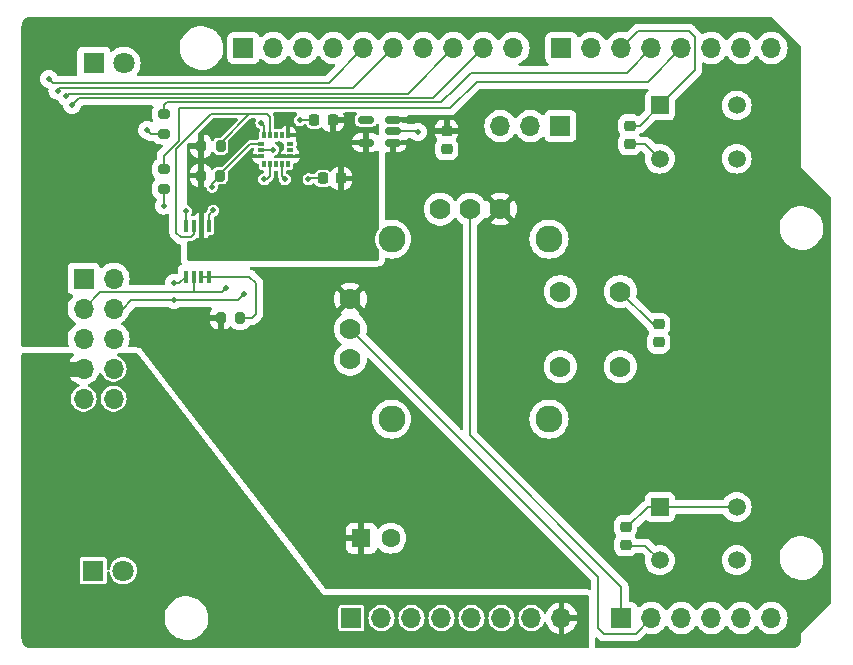
<source format=gbr>
%TF.GenerationSoftware,KiCad,Pcbnew,7.0.2-0*%
%TF.CreationDate,2023-11-21T13:06:44-05:00*%
%TF.ProjectId,ControllerShield,436f6e74-726f-46c6-9c65-72536869656c,rev?*%
%TF.SameCoordinates,Original*%
%TF.FileFunction,Copper,L1,Top*%
%TF.FilePolarity,Positive*%
%FSLAX46Y46*%
G04 Gerber Fmt 4.6, Leading zero omitted, Abs format (unit mm)*
G04 Created by KiCad (PCBNEW 7.0.2-0) date 2023-11-21 13:06:44*
%MOMM*%
%LPD*%
G01*
G04 APERTURE LIST*
G04 Aperture macros list*
%AMRoundRect*
0 Rectangle with rounded corners*
0 $1 Rounding radius*
0 $2 $3 $4 $5 $6 $7 $8 $9 X,Y pos of 4 corners*
0 Add a 4 corners polygon primitive as box body*
4,1,4,$2,$3,$4,$5,$6,$7,$8,$9,$2,$3,0*
0 Add four circle primitives for the rounded corners*
1,1,$1+$1,$2,$3*
1,1,$1+$1,$4,$5*
1,1,$1+$1,$6,$7*
1,1,$1+$1,$8,$9*
0 Add four rect primitives between the rounded corners*
20,1,$1+$1,$2,$3,$4,$5,0*
20,1,$1+$1,$4,$5,$6,$7,0*
20,1,$1+$1,$6,$7,$8,$9,0*
20,1,$1+$1,$8,$9,$2,$3,0*%
G04 Aperture macros list end*
%TA.AperFunction,ComponentPad*%
%ADD10R,1.700000X1.700000*%
%TD*%
%TA.AperFunction,ComponentPad*%
%ADD11O,1.700000X1.700000*%
%TD*%
%TA.AperFunction,ComponentPad*%
%ADD12R,1.800000X1.800000*%
%TD*%
%TA.AperFunction,ComponentPad*%
%ADD13C,1.800000*%
%TD*%
%TA.AperFunction,SMDPad,CuDef*%
%ADD14RoundRect,0.225000X0.250000X-0.225000X0.250000X0.225000X-0.250000X0.225000X-0.250000X-0.225000X0*%
%TD*%
%TA.AperFunction,SMDPad,CuDef*%
%ADD15RoundRect,0.200000X-0.200000X-0.275000X0.200000X-0.275000X0.200000X0.275000X-0.200000X0.275000X0*%
%TD*%
%TA.AperFunction,SMDPad,CuDef*%
%ADD16RoundRect,0.200000X-0.275000X0.200000X-0.275000X-0.200000X0.275000X-0.200000X0.275000X0.200000X0*%
%TD*%
%TA.AperFunction,ComponentPad*%
%ADD17C,1.778000*%
%TD*%
%TA.AperFunction,ComponentPad*%
%ADD18C,2.286000*%
%TD*%
%TA.AperFunction,ComponentPad*%
%ADD19R,1.498600X1.498600*%
%TD*%
%TA.AperFunction,ComponentPad*%
%ADD20C,1.498600*%
%TD*%
%TA.AperFunction,SMDPad,CuDef*%
%ADD21RoundRect,0.225000X0.225000X0.250000X-0.225000X0.250000X-0.225000X-0.250000X0.225000X-0.250000X0*%
%TD*%
%TA.AperFunction,SMDPad,CuDef*%
%ADD22R,0.400000X1.100000*%
%TD*%
%TA.AperFunction,SMDPad,CuDef*%
%ADD23RoundRect,0.225000X-0.250000X0.225000X-0.250000X-0.225000X0.250000X-0.225000X0.250000X0.225000X0*%
%TD*%
%TA.AperFunction,SMDPad,CuDef*%
%ADD24RoundRect,0.150000X0.512500X0.150000X-0.512500X0.150000X-0.512500X-0.150000X0.512500X-0.150000X0*%
%TD*%
%TA.AperFunction,SMDPad,CuDef*%
%ADD25RoundRect,0.087500X-0.087500X0.187500X-0.087500X-0.187500X0.087500X-0.187500X0.087500X0.187500X0*%
%TD*%
%TA.AperFunction,SMDPad,CuDef*%
%ADD26RoundRect,0.087500X-0.187500X0.087500X-0.187500X-0.087500X0.187500X-0.087500X0.187500X0.087500X0*%
%TD*%
%TA.AperFunction,ComponentPad*%
%ADD27R,1.600000X1.600000*%
%TD*%
%TA.AperFunction,ComponentPad*%
%ADD28C,1.600000*%
%TD*%
%TA.AperFunction,ViaPad*%
%ADD29C,0.500000*%
%TD*%
%TA.AperFunction,ViaPad*%
%ADD30C,0.800000*%
%TD*%
%TA.AperFunction,Conductor*%
%ADD31C,0.180000*%
%TD*%
%TA.AperFunction,Conductor*%
%ADD32C,0.200000*%
%TD*%
%TA.AperFunction,Conductor*%
%ADD33C,0.127000*%
%TD*%
%TA.AperFunction,Conductor*%
%ADD34C,0.254000*%
%TD*%
%TA.AperFunction,Conductor*%
%ADD35C,1.270000*%
%TD*%
G04 APERTURE END LIST*
D10*
%TO.P,J1,1,Pin_1*%
%TO.N,unconnected-(J1-Pin_1-Pad1)*%
X149890000Y-138655000D03*
D11*
%TO.P,J1,2,Pin_2*%
%TO.N,/IOREF*%
X152430000Y-138655000D03*
%TO.P,J1,3,Pin_3*%
%TO.N,/RSTn*%
X154970000Y-138655000D03*
%TO.P,J1,4,Pin_4*%
%TO.N,unconnected-(J1-Pin_4-Pad4)*%
X157510000Y-138655000D03*
%TO.P,J1,5,Pin_5*%
%TO.N,+5V*%
X160050000Y-138655000D03*
%TO.P,J1,6,Pin_6*%
%TO.N,GND*%
X162590000Y-138655000D03*
%TO.P,J1,7,Pin_7*%
X165130000Y-138655000D03*
%TO.P,J1,8,Pin_8*%
%TO.N,/Vsys*%
X167670000Y-138655000D03*
%TD*%
D10*
%TO.P,J3,1,Pin_1*%
%TO.N,/Horiz*%
X172750000Y-138655000D03*
D11*
%TO.P,J3,2,Pin_2*%
%TO.N,/Vert*%
X175290000Y-138655000D03*
%TO.P,J3,3,Pin_3*%
%TO.N,/A2*%
X177830000Y-138655000D03*
%TO.P,J3,4,Pin_4*%
%TO.N,/A3*%
X180370000Y-138655000D03*
%TO.P,J3,5,Pin_5*%
%TO.N,unconnected-(J3-Pin_5-Pad5)*%
X182910000Y-138655000D03*
%TO.P,J3,6,Pin_6*%
%TO.N,unconnected-(J3-Pin_6-Pad6)*%
X185450000Y-138655000D03*
%TD*%
D10*
%TO.P,J2,1,Pin_1*%
%TO.N,/SCL*%
X140746000Y-90395000D03*
D11*
%TO.P,J2,2,Pin_2*%
%TO.N,/SDA*%
X143286000Y-90395000D03*
%TO.P,J2,3,Pin_3*%
%TO.N,/AREF*%
X145826000Y-90395000D03*
%TO.P,J2,4,Pin_4*%
%TO.N,GND*%
X148366000Y-90395000D03*
%TO.P,J2,5,Pin_5*%
%TO.N,/D0*%
X150906000Y-90395000D03*
%TO.P,J2,6,Pin_6*%
%TO.N,/D1*%
X153446000Y-90395000D03*
%TO.P,J2,7,Pin_7*%
%TO.N,/\u002A11*%
X155986000Y-90395000D03*
%TO.P,J2,8,Pin_8*%
%TO.N,/Y*%
X158526000Y-90395000D03*
%TO.P,J2,9,Pin_9*%
%TO.N,/X*%
X161066000Y-90395000D03*
%TO.P,J2,10,Pin_10*%
%TO.N,/8*%
X163606000Y-90395000D03*
%TD*%
D10*
%TO.P,J4,1,Pin_1*%
%TO.N,/7*%
X167670000Y-90395000D03*
D11*
%TO.P,J4,2,Pin_2*%
%TO.N,/\u002A6*%
X170210000Y-90395000D03*
%TO.P,J4,3,Pin_3*%
%TO.N,/ExtraBtn*%
X172750000Y-90395000D03*
%TO.P,J4,4,Pin_4*%
%TO.N,/Green*%
X175290000Y-90395000D03*
%TO.P,J4,5,Pin_5*%
%TO.N,/Red*%
X177830000Y-90395000D03*
%TO.P,J4,6,Pin_6*%
%TO.N,/GameBtn*%
X180370000Y-90395000D03*
%TO.P,J4,7,Pin_7*%
%TO.N,/TX{slash}1*%
X182910000Y-90395000D03*
%TO.P,J4,8,Pin_8*%
%TO.N,/RX{slash}0*%
X185450000Y-90395000D03*
%TD*%
D12*
%TO.P,D1,1,K*%
%TO.N,GND*%
X128025000Y-134650000D03*
D13*
%TO.P,D1,2,A*%
%TO.N,Net-(D1-A)*%
X130565000Y-134650000D03*
%TD*%
D14*
%TO.P,C3,1*%
%TO.N,GND*%
X173100000Y-132475000D03*
%TO.P,C3,2*%
%TO.N,/RSTn*%
X173100000Y-130925000D03*
%TD*%
D15*
%TO.P,R2,1*%
%TO.N,+3V3*%
X137150000Y-98720000D03*
%TO.P,R2,2*%
%TO.N,/SCL3p3*%
X138800000Y-98720000D03*
%TD*%
D16*
%TO.P,R4,1*%
%TO.N,/Green*%
X134000000Y-96000000D03*
%TO.P,R4,2*%
%TO.N,Net-(D2-A)*%
X134000000Y-97650000D03*
%TD*%
D17*
%TO.P,U1,B1A,SEL+*%
%TO.N,/GameBtn*%
X172650000Y-111020000D03*
%TO.P,U1,B1B*%
%TO.N,N/C*%
X172650000Y-117370000D03*
%TO.P,U1,B2A,SEL-*%
%TO.N,GND*%
X167570000Y-111020000D03*
%TO.P,U1,B2B*%
%TO.N,N/C*%
X167570000Y-117370000D03*
%TO.P,U1,H1,H+*%
%TO.N,+5V*%
X149790000Y-111655000D03*
%TO.P,U1,H2,H*%
%TO.N,/Vert*%
X149790000Y-114195000D03*
%TO.P,U1,H3,H-*%
%TO.N,GND*%
X149790000Y-116735000D03*
D18*
%TO.P,U1,S1,SHIELD*%
X166617500Y-106575000D03*
%TO.P,U1,S2,SHIELD__1*%
X153282500Y-106575000D03*
%TO.P,U1,S3,SHIELD__2*%
X153282500Y-121815000D03*
%TO.P,U1,S4,SHIELD__3*%
X166617500Y-121815000D03*
D17*
%TO.P,U1,V1,V+*%
%TO.N,+5V*%
X162490000Y-104035000D03*
%TO.P,U1,V2,V*%
%TO.N,/Horiz*%
X159950000Y-104035000D03*
%TO.P,U1,V3,V-*%
%TO.N,GND*%
X157410000Y-104035000D03*
%TD*%
D12*
%TO.P,D2,1,K*%
%TO.N,GND*%
X128075000Y-91700000D03*
D13*
%TO.P,D2,2,A*%
%TO.N,Net-(D2-A)*%
X130615000Y-91700000D03*
%TD*%
D19*
%TO.P,SW1,1,A*%
%TO.N,/RSTn*%
X175999999Y-129260599D03*
D20*
%TO.P,SW1,2,A*%
X182500001Y-129260599D03*
%TO.P,SW1,3,B*%
%TO.N,GND*%
X175999999Y-133760600D03*
%TO.P,SW1,4,B*%
X182500001Y-133760600D03*
%TD*%
D21*
%TO.P,C1,1*%
%TO.N,+3V3*%
X148300000Y-96500000D03*
%TO.P,C1,2*%
%TO.N,GND*%
X146750000Y-96500000D03*
%TD*%
D22*
%TO.P,U4,1,GND*%
%TO.N,GND*%
X137825000Y-105450000D03*
%TO.P,U4,2,VREF1*%
%TO.N,+3V3*%
X137175000Y-105450000D03*
%TO.P,U4,3,SCL1*%
%TO.N,/SCL3p3*%
X136525000Y-105450000D03*
%TO.P,U4,4,SDA1*%
%TO.N,/SDA3p3*%
X135875000Y-105450000D03*
%TO.P,U4,5,SDA2*%
%TO.N,/SDA*%
X135875000Y-109750000D03*
%TO.P,U4,6,SCL2*%
%TO.N,/SCL*%
X136525000Y-109750000D03*
%TO.P,U4,7,VREF2*%
%TO.N,Net-(U4-EN)*%
X137175000Y-109750000D03*
%TO.P,U4,8,EN*%
X137825000Y-109750000D03*
%TD*%
D14*
%TO.P,C6,1*%
%TO.N,GND*%
X173450000Y-98525000D03*
%TO.P,C6,2*%
%TO.N,/ExtraBtn*%
X173450000Y-96975000D03*
%TD*%
D15*
%TO.P,R5,1*%
%TO.N,+5V*%
X138825000Y-113250000D03*
%TO.P,R5,2*%
%TO.N,Net-(U4-EN)*%
X140475000Y-113250000D03*
%TD*%
D19*
%TO.P,SW2,1,A*%
%TO.N,/ExtraBtn*%
X175999999Y-95260599D03*
D20*
%TO.P,SW2,2,A*%
X182500001Y-95260599D03*
%TO.P,SW2,3,B*%
%TO.N,GND*%
X175999999Y-99760600D03*
%TO.P,SW2,4,B*%
X182500001Y-99760600D03*
%TD*%
D16*
%TO.P,R3,1*%
%TO.N,/Red*%
X134000000Y-100675000D03*
%TO.P,R3,2*%
%TO.N,Net-(D1-A)*%
X134000000Y-102325000D03*
%TD*%
D23*
%TO.P,C4,1*%
%TO.N,+5V*%
X157950000Y-97400000D03*
%TO.P,C4,2*%
%TO.N,GND*%
X157950000Y-98950000D03*
%TD*%
D24*
%TO.P,U3,1,IN*%
%TO.N,+5V*%
X153387500Y-98400000D03*
%TO.P,U3,2,GND*%
%TO.N,GND*%
X153387500Y-97450000D03*
%TO.P,U3,3,EN*%
%TO.N,+5V*%
X153387500Y-96500000D03*
%TO.P,U3,4,NC*%
%TO.N,unconnected-(U3-NC-Pad4)*%
X151112500Y-96500000D03*
%TO.P,U3,5,OUT*%
%TO.N,+3V3*%
X151112500Y-98400000D03*
%TD*%
D21*
%TO.P,C2,1*%
%TO.N,+3V3*%
X149000000Y-101445000D03*
%TO.P,C2,2*%
%TO.N,GND*%
X147450000Y-101445000D03*
%TD*%
D23*
%TO.P,C7,1*%
%TO.N,/GameBtn*%
X175900000Y-113775000D03*
%TO.P,C7,2*%
%TO.N,GND*%
X175900000Y-115325000D03*
%TD*%
D15*
%TO.P,R1,1*%
%TO.N,+3V3*%
X137125000Y-101195000D03*
%TO.P,R1,2*%
%TO.N,/SDA3p3*%
X138775000Y-101195000D03*
%TD*%
D10*
%TO.P,J5,1,Pin_1*%
%TO.N,/X*%
X127210000Y-109920000D03*
D11*
%TO.P,J5,2,Pin_2*%
%TO.N,/Y*%
X129750000Y-109920000D03*
%TO.P,J5,3,Pin_3*%
%TO.N,/SCL*%
X127210000Y-112460000D03*
%TO.P,J5,4,Pin_4*%
%TO.N,/SDA*%
X129750000Y-112460000D03*
%TO.P,J5,5,Pin_5*%
%TO.N,/D0*%
X127210000Y-115000000D03*
%TO.P,J5,6,Pin_6*%
%TO.N,/D1*%
X129750000Y-115000000D03*
%TO.P,J5,7,Pin_7*%
%TO.N,/Vsys*%
X127210000Y-117540000D03*
%TO.P,J5,8,Pin_8*%
%TO.N,unconnected-(J5-Pin_8-Pad8)*%
X129750000Y-117540000D03*
%TO.P,J5,9,Pin_9*%
%TO.N,GND*%
X127210000Y-120080000D03*
%TO.P,J5,10,Pin_10*%
%TO.N,unconnected-(J5-Pin_10-Pad10)*%
X129750000Y-120080000D03*
%TD*%
D25*
%TO.P,U2,1,VDD_IO*%
%TO.N,+3V3*%
X144495000Y-97790000D03*
%TO.P,U2,2,NC*%
%TO.N,unconnected-(U2-NC-Pad2)*%
X143995000Y-97790000D03*
%TO.P,U2,3,NC*%
%TO.N,unconnected-(U2-NC-Pad3)*%
X143495000Y-97790000D03*
%TO.P,U2,4,SCL/SPC*%
%TO.N,/SCL3p3*%
X142995000Y-97790000D03*
%TO.P,U2,5,GND*%
%TO.N,GND*%
X142495000Y-97790000D03*
D26*
%TO.P,U2,6,SDA/SDI/SDO*%
%TO.N,/SDA3p3*%
X142270000Y-98515000D03*
%TO.P,U2,7,SDO/SA0*%
%TO.N,Net-(JP1-B)*%
X142270000Y-99015000D03*
%TO.P,U2,8,CS*%
%TO.N,+3V3*%
X142270000Y-99515000D03*
D25*
%TO.P,U2,9,INT2*%
%TO.N,unconnected-(U2-INT2-Pad9)*%
X142495000Y-100240000D03*
%TO.P,U2,10,GND*%
%TO.N,GND*%
X142995000Y-100240000D03*
%TO.P,U2,11,INT1*%
%TO.N,unconnected-(U2-INT1-Pad11)*%
X143495000Y-100240000D03*
%TO.P,U2,12,GND*%
%TO.N,GND*%
X143995000Y-100240000D03*
%TO.P,U2,13,ADC3*%
%TO.N,unconnected-(U2-ADC3-Pad13)*%
X144495000Y-100240000D03*
D26*
%TO.P,U2,14,VDD*%
%TO.N,+3V3*%
X144720000Y-99515000D03*
%TO.P,U2,15,ADC2*%
%TO.N,unconnected-(U2-ADC2-Pad15)*%
X144720000Y-99015000D03*
%TO.P,U2,16,ADC1*%
%TO.N,unconnected-(U2-ADC1-Pad16)*%
X144720000Y-98515000D03*
%TD*%
D10*
%TO.P,J6,1,Pin_1*%
%TO.N,/X*%
X167580000Y-97000000D03*
D11*
%TO.P,J6,2,Pin_2*%
%TO.N,GND*%
X165040000Y-97000000D03*
%TO.P,J6,3,Pin_3*%
%TO.N,/Y*%
X162500000Y-97000000D03*
%TD*%
D27*
%TO.P,C5,1*%
%TO.N,+5V*%
X150717621Y-131900000D03*
D28*
%TO.P,C5,2*%
%TO.N,GND*%
X153217621Y-131900000D03*
%TD*%
D29*
%TO.N,GND*%
X146250000Y-101500000D03*
X145500000Y-96500000D03*
X155500000Y-97500000D03*
X144250000Y-101500000D03*
X142250000Y-96750000D03*
X138200000Y-104150000D03*
X175900000Y-115400000D03*
X142500000Y-101500000D03*
X157950000Y-99000000D03*
D30*
%TO.N,+5V*%
X160000000Y-133500000D03*
X160000000Y-134750000D03*
X160000000Y-132250000D03*
D29*
%TO.N,Net-(D1-A)*%
X134000000Y-103750000D03*
%TO.N,Net-(D2-A)*%
X132600000Y-97350000D03*
%TO.N,/SCL*%
X139250000Y-110750000D03*
%TO.N,/D0*%
X124250000Y-93000000D03*
%TO.N,/D1*%
X125000000Y-94000000D03*
%TO.N,/SDA*%
X134850000Y-110300000D03*
X140750000Y-111250000D03*
X134850000Y-111750000D03*
%TO.N,/Y*%
X125750000Y-94500000D03*
%TO.N,/X*%
X126250000Y-95250000D03*
%TO.N,Net-(JP1-B)*%
X143250000Y-99000000D03*
%TO.N,/SDA3p3*%
X138100000Y-102150000D03*
X135900000Y-104200000D03*
%TD*%
D31*
%TO.N,GND*%
X142495000Y-97790000D02*
X142495000Y-96995000D01*
X147450000Y-101445000D02*
X146305000Y-101445000D01*
X146750000Y-96500000D02*
X145500000Y-96500000D01*
X143995000Y-100240000D02*
X143995000Y-101245000D01*
D32*
X173450000Y-98525000D02*
X174764399Y-98525000D01*
D31*
X174774998Y-132525000D02*
X175999998Y-133750000D01*
X143995000Y-101245000D02*
X144250000Y-101500000D01*
X137825000Y-105450000D02*
X137825000Y-104525000D01*
X155450000Y-97450000D02*
X155500000Y-97500000D01*
X142495000Y-96995000D02*
X142250000Y-96750000D01*
X142750000Y-101500000D02*
X142500000Y-101500000D01*
D32*
X174764399Y-98525000D02*
X175999999Y-99760600D01*
D31*
X137825000Y-104525000D02*
X138200000Y-104150000D01*
X142995000Y-100240000D02*
X142995000Y-101255000D01*
X142995000Y-101255000D02*
X142750000Y-101500000D01*
X153387500Y-97450000D02*
X155450000Y-97450000D01*
X146305000Y-101445000D02*
X146250000Y-101500000D01*
X173250000Y-132525000D02*
X174774998Y-132525000D01*
D33*
%TO.N,+5V*%
X153387500Y-98400000D02*
X153387500Y-100112500D01*
X153387500Y-100112500D02*
X153250000Y-100250000D01*
D34*
X153387500Y-96500000D02*
X156250000Y-96500000D01*
D31*
%TO.N,Net-(D1-A)*%
X134000000Y-102325000D02*
X134000000Y-103750000D01*
D32*
%TO.N,Net-(D2-A)*%
X134000000Y-97650000D02*
X132900000Y-97650000D01*
X132900000Y-97650000D02*
X132600000Y-97350000D01*
D31*
%TO.N,/SCL*%
X136525000Y-110988000D02*
X136600000Y-111063000D01*
X136525000Y-109750000D02*
X136525000Y-110988000D01*
D33*
X138937000Y-111063000D02*
X136600000Y-111063000D01*
X136600000Y-111063000D02*
X128607000Y-111063000D01*
X128607000Y-111063000D02*
X127210000Y-112460000D01*
X139250000Y-110750000D02*
X138937000Y-111063000D01*
D35*
%TO.N,/Vsys*%
X127210000Y-117540000D02*
X124710000Y-117540000D01*
D31*
%TO.N,/D0*%
X147951000Y-93350000D02*
X124600000Y-93350000D01*
X124600000Y-93350000D02*
X124250000Y-93000000D01*
X150906000Y-90395000D02*
X147951000Y-93350000D01*
%TO.N,/D1*%
X125200000Y-93800000D02*
X125000000Y-94000000D01*
X150041000Y-93800000D02*
X125200000Y-93800000D01*
X153446000Y-90395000D02*
X150041000Y-93800000D01*
%TO.N,/Horiz*%
X172750000Y-136000000D02*
X159950000Y-123200000D01*
X172750000Y-138655000D02*
X172750000Y-136000000D01*
X159950000Y-123200000D02*
X159950000Y-104035000D01*
%TO.N,/Vert*%
X171250000Y-140000000D02*
X170750000Y-139500000D01*
X170750000Y-139500000D02*
X170750000Y-135155000D01*
X173945000Y-140000000D02*
X171250000Y-140000000D01*
X170750000Y-135155000D02*
X149790000Y-114195000D01*
X175290000Y-138655000D02*
X173945000Y-140000000D01*
%TO.N,/Green*%
X175290000Y-90395000D02*
X173185000Y-92500000D01*
X158750000Y-93750000D02*
X157500000Y-95000000D01*
X173185000Y-92500000D02*
X160250000Y-92500000D01*
X157500000Y-95000000D02*
X134250000Y-95000000D01*
X160250000Y-92500000D02*
X160000000Y-92500000D01*
X160000000Y-92500000D02*
X158750000Y-93750000D01*
X134000000Y-95250000D02*
X134250000Y-95000000D01*
X134000000Y-96000000D02*
X134000000Y-95250000D01*
D32*
%TO.N,/ExtraBtn*%
X173450000Y-96975000D02*
X174285598Y-96975000D01*
X178980000Y-92280598D02*
X178980000Y-89480000D01*
X178500000Y-89000000D02*
X174145000Y-89000000D01*
X174285598Y-96975000D02*
X175999999Y-95260599D01*
X174145000Y-89000000D02*
X172750000Y-90395000D01*
X175999999Y-95260599D02*
X178980000Y-92280598D01*
X178980000Y-89480000D02*
X178500000Y-89000000D01*
D31*
%TO.N,/Red*%
X134000000Y-99500000D02*
X134000000Y-100675000D01*
X160500000Y-93250000D02*
X158250000Y-95500000D01*
X174975000Y-93250000D02*
X160500000Y-93250000D01*
X135250000Y-98250000D02*
X134000000Y-99500000D01*
X177830000Y-90395000D02*
X174975000Y-93250000D01*
X158250000Y-95500000D02*
X135250000Y-95500000D01*
X135250000Y-95500000D02*
X135250000Y-98250000D01*
%TO.N,+3V3*%
X144495000Y-97790000D02*
X145290000Y-97790000D01*
X144500000Y-96750000D02*
X144495000Y-96755000D01*
X145290000Y-97790000D02*
X145500000Y-98000000D01*
X144495000Y-97790000D02*
X144495000Y-96755000D01*
%TO.N,/GameBtn*%
X175900000Y-113775000D02*
X175405000Y-113775000D01*
X175405000Y-113775000D02*
X172650000Y-111020000D01*
%TO.N,/SDA*%
X140250000Y-111750000D02*
X140750000Y-111250000D01*
X134850000Y-110300000D02*
X135325000Y-110300000D01*
X129750000Y-112460000D02*
X130540000Y-112460000D01*
X130540000Y-112460000D02*
X131250000Y-111750000D01*
X135325000Y-110300000D02*
X135875000Y-109750000D01*
X131250000Y-111750000D02*
X140250000Y-111750000D01*
%TO.N,/Y*%
X126000000Y-94250000D02*
X125750000Y-94500000D01*
X154671000Y-94250000D02*
X126000000Y-94250000D01*
X158526000Y-90395000D02*
X154671000Y-94250000D01*
%TO.N,/X*%
X161066000Y-90395000D02*
X156811000Y-94650000D01*
X126850000Y-94650000D02*
X126250000Y-95250000D01*
X156811000Y-94650000D02*
X126850000Y-94650000D01*
D32*
%TO.N,Net-(JP1-B)*%
X142270000Y-99015000D02*
X143235000Y-99015000D01*
X143235000Y-99015000D02*
X143250000Y-99000000D01*
D31*
%TO.N,/RSTn*%
X173250000Y-130975000D02*
X174975001Y-129249999D01*
X174975001Y-129249999D02*
X175999998Y-129249999D01*
D32*
X182500000Y-129249999D02*
X175999998Y-129249999D01*
D31*
%TO.N,/SDA3p3*%
X138100000Y-101870000D02*
X138775000Y-101195000D01*
X135875000Y-105450000D02*
X135875000Y-104225000D01*
X135875000Y-104225000D02*
X135900000Y-104200000D01*
D33*
X142270000Y-98515000D02*
X141335000Y-98515000D01*
D31*
X138100000Y-102150000D02*
X138100000Y-101870000D01*
D33*
X141335000Y-98515000D02*
X138775000Y-101075000D01*
D31*
%TO.N,/SCL3p3*%
X136525000Y-106180000D02*
X136305000Y-106400000D01*
X136305000Y-106400000D02*
X135421501Y-106400000D01*
X135071501Y-106050000D02*
X135071501Y-98928499D01*
X138000000Y-96000000D02*
X141600000Y-96000000D01*
D33*
X141600000Y-96000000D02*
X141250000Y-96000000D01*
X142995000Y-96245000D02*
X142750000Y-96000000D01*
D31*
X136525000Y-105450000D02*
X136525000Y-106180000D01*
X135071501Y-98928499D02*
X138000000Y-96000000D01*
D33*
X142750000Y-96000000D02*
X141600000Y-96000000D01*
X138800000Y-98450000D02*
X138800000Y-98720000D01*
X142995000Y-97790000D02*
X142995000Y-96245000D01*
X141250000Y-96000000D02*
X138800000Y-98450000D01*
D31*
X135421501Y-106400000D02*
X135071501Y-106050000D01*
D32*
%TO.N,Net-(U4-EN)*%
X140475000Y-113250000D02*
X141450000Y-113250000D01*
X141800000Y-112900000D02*
X141800000Y-110300000D01*
X141250000Y-109750000D02*
X137175000Y-109750000D01*
X141800000Y-110300000D02*
X141250000Y-109750000D01*
X141450000Y-113250000D02*
X141800000Y-112900000D01*
%TD*%
%TA.AperFunction,Conductor*%
%TO.N,/Vsys*%
G36*
X126372420Y-116269685D02*
G01*
X126418175Y-116322489D01*
X126428119Y-116391647D01*
X126399094Y-116455203D01*
X126376505Y-116475575D01*
X126338918Y-116501893D01*
X126171890Y-116668921D01*
X126036400Y-116862421D01*
X125936569Y-117076507D01*
X125879364Y-117289999D01*
X125879364Y-117290000D01*
X126776314Y-117290000D01*
X126750507Y-117330156D01*
X126710000Y-117468111D01*
X126710000Y-117611889D01*
X126750507Y-117749844D01*
X126776314Y-117790000D01*
X125879364Y-117790000D01*
X125936569Y-118003492D01*
X126036399Y-118217576D01*
X126171893Y-118411081D01*
X126338918Y-118578106D01*
X126532423Y-118713600D01*
X126746508Y-118813430D01*
X126785584Y-118823901D01*
X126845245Y-118860266D01*
X126875774Y-118923113D01*
X126867479Y-118992488D01*
X126822994Y-119046366D01*
X126798285Y-119059303D01*
X126717360Y-119090653D01*
X126543958Y-119198018D01*
X126393236Y-119335419D01*
X126270324Y-119498181D01*
X126179418Y-119680748D01*
X126123602Y-119876916D01*
X126104785Y-120080000D01*
X126123602Y-120283083D01*
X126179418Y-120479251D01*
X126270324Y-120661818D01*
X126393236Y-120824580D01*
X126543958Y-120961981D01*
X126717361Y-121069347D01*
X126717363Y-121069348D01*
X126907544Y-121143024D01*
X127108024Y-121180500D01*
X127108026Y-121180500D01*
X127311974Y-121180500D01*
X127311976Y-121180500D01*
X127512456Y-121143024D01*
X127702637Y-121069348D01*
X127876041Y-120961981D01*
X128026764Y-120824579D01*
X128149673Y-120661821D01*
X128149673Y-120661819D01*
X128149675Y-120661818D01*
X128213073Y-120534496D01*
X128240582Y-120479250D01*
X128296397Y-120283083D01*
X128315215Y-120080000D01*
X128644785Y-120080000D01*
X128663602Y-120283083D01*
X128719418Y-120479251D01*
X128810324Y-120661818D01*
X128933236Y-120824580D01*
X129083958Y-120961981D01*
X129257361Y-121069347D01*
X129257363Y-121069348D01*
X129447544Y-121143024D01*
X129648024Y-121180500D01*
X129648026Y-121180500D01*
X129851974Y-121180500D01*
X129851976Y-121180500D01*
X130052456Y-121143024D01*
X130242637Y-121069348D01*
X130416041Y-120961981D01*
X130566764Y-120824579D01*
X130689673Y-120661821D01*
X130689673Y-120661819D01*
X130689675Y-120661818D01*
X130753073Y-120534496D01*
X130780582Y-120479250D01*
X130836397Y-120283083D01*
X130855215Y-120080000D01*
X130836397Y-119876917D01*
X130780582Y-119680750D01*
X130780209Y-119680001D01*
X130689675Y-119498181D01*
X130566763Y-119335419D01*
X130416041Y-119198018D01*
X130242638Y-119090652D01*
X130052457Y-119016976D01*
X129985629Y-119004483D01*
X129851976Y-118979500D01*
X129648024Y-118979500D01*
X129547783Y-118998238D01*
X129447542Y-119016976D01*
X129257361Y-119090652D01*
X129083958Y-119198018D01*
X128933236Y-119335419D01*
X128810324Y-119498181D01*
X128719418Y-119680748D01*
X128663602Y-119876916D01*
X128644785Y-120080000D01*
X128315215Y-120080000D01*
X128296397Y-119876917D01*
X128240582Y-119680750D01*
X128240209Y-119680001D01*
X128149675Y-119498181D01*
X128026763Y-119335419D01*
X127876041Y-119198018D01*
X127702640Y-119090653D01*
X127683382Y-119083192D01*
X127621712Y-119059301D01*
X127566313Y-119016730D01*
X127542722Y-118950963D01*
X127558433Y-118882883D01*
X127608457Y-118834104D01*
X127634416Y-118823901D01*
X127673490Y-118813431D01*
X127887576Y-118713600D01*
X128081081Y-118578106D01*
X128248106Y-118411081D01*
X128383600Y-118217576D01*
X128483431Y-118003491D01*
X128492407Y-117969991D01*
X128528771Y-117910330D01*
X128591617Y-117879800D01*
X128660993Y-117888094D01*
X128714872Y-117932579D01*
X128723182Y-117946811D01*
X128810326Y-118121820D01*
X128933236Y-118284580D01*
X129083958Y-118421981D01*
X129225307Y-118509500D01*
X129257363Y-118529348D01*
X129447544Y-118603024D01*
X129648024Y-118640500D01*
X129648026Y-118640500D01*
X129851974Y-118640500D01*
X129851976Y-118640500D01*
X130052456Y-118603024D01*
X130242637Y-118529348D01*
X130416041Y-118421981D01*
X130566764Y-118284579D01*
X130689673Y-118121821D01*
X130689673Y-118121819D01*
X130689675Y-118121818D01*
X130776817Y-117946811D01*
X130780582Y-117939250D01*
X130836397Y-117743083D01*
X130855215Y-117540000D01*
X130836397Y-117336917D01*
X130834473Y-117330156D01*
X130814200Y-117258904D01*
X130780582Y-117140750D01*
X130748593Y-117076507D01*
X130689675Y-116958181D01*
X130566763Y-116795419D01*
X130416041Y-116658018D01*
X130242638Y-116550652D01*
X130171751Y-116523191D01*
X130085109Y-116489626D01*
X130029709Y-116447054D01*
X130006118Y-116381288D01*
X130021829Y-116313207D01*
X130071853Y-116264428D01*
X130129904Y-116250000D01*
X131688897Y-116250000D01*
X131755936Y-116269685D01*
X131787226Y-116298453D01*
X135264616Y-120824580D01*
X146597005Y-135574674D01*
X147500000Y-136750000D01*
X169876000Y-136750000D01*
X169943039Y-136769685D01*
X169988794Y-136822489D01*
X170000000Y-136874000D01*
X170000000Y-141070500D01*
X169980315Y-141137539D01*
X169927511Y-141183294D01*
X169876000Y-141194500D01*
X122718095Y-141194500D01*
X122705939Y-141193903D01*
X122676743Y-141191027D01*
X122634474Y-141186264D01*
X122566262Y-141178579D01*
X122544170Y-141174022D01*
X122493439Y-141158632D01*
X122488482Y-141157014D01*
X122411882Y-141130211D01*
X122394384Y-141122528D01*
X122368547Y-141108718D01*
X122343007Y-141095066D01*
X122335493Y-141090705D01*
X122271055Y-141050215D01*
X122258364Y-141041076D01*
X122212087Y-141003098D01*
X122203070Y-140994925D01*
X122150073Y-140941928D01*
X122141900Y-140932911D01*
X122103922Y-140886634D01*
X122094783Y-140873943D01*
X122080595Y-140851364D01*
X122054282Y-140809487D01*
X122049942Y-140802011D01*
X122022467Y-140750607D01*
X122014794Y-140733132D01*
X121987972Y-140656482D01*
X121986366Y-140651559D01*
X121970978Y-140600834D01*
X121966419Y-140578728D01*
X121953978Y-140468314D01*
X121951088Y-140438978D01*
X121950500Y-140426952D01*
X121950500Y-138722764D01*
X134065787Y-138722764D01*
X134095413Y-138992016D01*
X134129998Y-139124304D01*
X134163928Y-139254088D01*
X134269870Y-139503390D01*
X134269871Y-139503392D01*
X134410982Y-139734611D01*
X134584253Y-139942818D01*
X134584255Y-139942820D01*
X134785998Y-140123582D01*
X135011910Y-140273044D01*
X135118211Y-140322876D01*
X135257177Y-140388021D01*
X135516562Y-140466058D01*
X135516569Y-140466060D01*
X135784561Y-140505500D01*
X135784564Y-140505500D01*
X135985369Y-140505500D01*
X135987631Y-140505500D01*
X136190156Y-140490677D01*
X136454553Y-140431780D01*
X136707558Y-140335014D01*
X136943777Y-140202441D01*
X137158177Y-140036888D01*
X137346186Y-139841881D01*
X137503799Y-139621579D01*
X137551051Y-139529674D01*
X148789500Y-139529674D01*
X148804033Y-139602738D01*
X148804033Y-139602739D01*
X148804034Y-139602740D01*
X148859399Y-139685601D01*
X148942260Y-139740966D01*
X148978793Y-139748233D01*
X149015325Y-139755500D01*
X149015326Y-139755500D01*
X150764675Y-139755500D01*
X150789029Y-139750655D01*
X150837740Y-139740966D01*
X150920601Y-139685601D01*
X150975966Y-139602740D01*
X150990500Y-139529674D01*
X150990500Y-138654999D01*
X151324785Y-138654999D01*
X151343602Y-138858083D01*
X151399418Y-139054251D01*
X151490324Y-139236818D01*
X151613236Y-139399580D01*
X151763958Y-139536981D01*
X151937361Y-139644347D01*
X151937363Y-139644348D01*
X152127544Y-139718024D01*
X152328024Y-139755500D01*
X152328026Y-139755500D01*
X152531974Y-139755500D01*
X152531976Y-139755500D01*
X152732456Y-139718024D01*
X152922637Y-139644348D01*
X153096041Y-139536981D01*
X153246764Y-139399579D01*
X153369673Y-139236821D01*
X153369673Y-139236819D01*
X153369675Y-139236818D01*
X153447784Y-139079952D01*
X153460582Y-139054250D01*
X153516397Y-138858083D01*
X153535215Y-138655000D01*
X153535215Y-138654999D01*
X153864785Y-138654999D01*
X153883602Y-138858083D01*
X153939418Y-139054251D01*
X154030324Y-139236818D01*
X154153236Y-139399580D01*
X154303958Y-139536981D01*
X154477361Y-139644347D01*
X154477363Y-139644348D01*
X154667544Y-139718024D01*
X154868024Y-139755500D01*
X154868026Y-139755500D01*
X155071974Y-139755500D01*
X155071976Y-139755500D01*
X155272456Y-139718024D01*
X155462637Y-139644348D01*
X155636041Y-139536981D01*
X155786764Y-139399579D01*
X155909673Y-139236821D01*
X155909673Y-139236819D01*
X155909675Y-139236818D01*
X155987784Y-139079952D01*
X156000582Y-139054250D01*
X156056397Y-138858083D01*
X156075215Y-138655000D01*
X156404785Y-138655000D01*
X156423602Y-138858083D01*
X156479418Y-139054251D01*
X156570324Y-139236818D01*
X156693236Y-139399580D01*
X156843958Y-139536981D01*
X157017361Y-139644347D01*
X157017363Y-139644348D01*
X157207544Y-139718024D01*
X157408024Y-139755500D01*
X157408026Y-139755500D01*
X157611974Y-139755500D01*
X157611976Y-139755500D01*
X157812456Y-139718024D01*
X158002637Y-139644348D01*
X158176041Y-139536981D01*
X158326764Y-139399579D01*
X158449673Y-139236821D01*
X158449673Y-139236819D01*
X158449675Y-139236818D01*
X158527784Y-139079952D01*
X158540582Y-139054250D01*
X158596397Y-138858083D01*
X158615215Y-138655000D01*
X158944785Y-138655000D01*
X158963602Y-138858083D01*
X159019418Y-139054251D01*
X159110324Y-139236818D01*
X159233236Y-139399580D01*
X159383958Y-139536981D01*
X159557361Y-139644347D01*
X159557363Y-139644348D01*
X159747544Y-139718024D01*
X159948024Y-139755500D01*
X159948026Y-139755500D01*
X160151974Y-139755500D01*
X160151976Y-139755500D01*
X160352456Y-139718024D01*
X160542637Y-139644348D01*
X160716041Y-139536981D01*
X160866764Y-139399579D01*
X160989673Y-139236821D01*
X160989673Y-139236819D01*
X160989675Y-139236818D01*
X161067784Y-139079952D01*
X161080582Y-139054250D01*
X161136397Y-138858083D01*
X161155215Y-138655000D01*
X161484785Y-138655000D01*
X161503602Y-138858083D01*
X161559418Y-139054251D01*
X161650324Y-139236818D01*
X161773236Y-139399580D01*
X161923958Y-139536981D01*
X162097361Y-139644347D01*
X162097363Y-139644348D01*
X162287544Y-139718024D01*
X162488024Y-139755500D01*
X162488026Y-139755500D01*
X162691974Y-139755500D01*
X162691976Y-139755500D01*
X162892456Y-139718024D01*
X163082637Y-139644348D01*
X163256041Y-139536981D01*
X163406764Y-139399579D01*
X163529673Y-139236821D01*
X163529673Y-139236819D01*
X163529675Y-139236818D01*
X163607784Y-139079952D01*
X163620582Y-139054250D01*
X163676397Y-138858083D01*
X163695215Y-138655000D01*
X164024785Y-138655000D01*
X164043602Y-138858083D01*
X164099418Y-139054251D01*
X164190324Y-139236818D01*
X164313236Y-139399580D01*
X164463958Y-139536981D01*
X164637361Y-139644347D01*
X164637363Y-139644348D01*
X164827544Y-139718024D01*
X165028024Y-139755500D01*
X165028026Y-139755500D01*
X165231974Y-139755500D01*
X165231976Y-139755500D01*
X165432456Y-139718024D01*
X165622637Y-139644348D01*
X165796041Y-139536981D01*
X165946764Y-139399579D01*
X166069673Y-139236821D01*
X166125699Y-139124305D01*
X166156817Y-139061812D01*
X166204319Y-139010575D01*
X166271982Y-138993153D01*
X166338323Y-139015078D01*
X166382278Y-139069389D01*
X166387592Y-139084989D01*
X166396569Y-139118492D01*
X166496399Y-139332576D01*
X166631893Y-139526081D01*
X166798918Y-139693106D01*
X166992423Y-139828600D01*
X167206509Y-139928430D01*
X167420000Y-139985634D01*
X167420000Y-139090501D01*
X167527685Y-139139680D01*
X167634237Y-139155000D01*
X167705763Y-139155000D01*
X167812315Y-139139680D01*
X167920000Y-139090501D01*
X167920000Y-139985633D01*
X168133490Y-139928430D01*
X168347576Y-139828600D01*
X168541081Y-139693106D01*
X168708106Y-139526081D01*
X168843600Y-139332576D01*
X168943430Y-139118492D01*
X169000636Y-138905000D01*
X168103686Y-138905000D01*
X168129493Y-138864844D01*
X168170000Y-138726889D01*
X168170000Y-138583111D01*
X168129493Y-138445156D01*
X168103686Y-138405000D01*
X169000636Y-138405000D01*
X169000635Y-138404999D01*
X168943430Y-138191507D01*
X168843599Y-137977421D01*
X168708109Y-137783921D01*
X168541081Y-137616893D01*
X168347576Y-137481399D01*
X168133492Y-137381569D01*
X167920000Y-137324364D01*
X167920000Y-138219498D01*
X167812315Y-138170320D01*
X167705763Y-138155000D01*
X167634237Y-138155000D01*
X167527685Y-138170320D01*
X167420000Y-138219498D01*
X167420000Y-137324364D01*
X167419999Y-137324364D01*
X167206507Y-137381569D01*
X166992421Y-137481400D01*
X166798921Y-137616890D01*
X166631890Y-137783921D01*
X166496400Y-137977421D01*
X166396567Y-138191511D01*
X166387591Y-138225011D01*
X166351226Y-138284671D01*
X166288378Y-138315199D01*
X166219003Y-138306904D01*
X166165126Y-138262418D01*
X166156817Y-138248187D01*
X166069675Y-138073181D01*
X165946763Y-137910419D01*
X165796041Y-137773018D01*
X165622638Y-137665652D01*
X165432457Y-137591976D01*
X165343728Y-137575390D01*
X165231976Y-137554500D01*
X165028024Y-137554500D01*
X164950279Y-137569033D01*
X164827542Y-137591976D01*
X164637361Y-137665652D01*
X164463958Y-137773018D01*
X164313236Y-137910419D01*
X164190324Y-138073181D01*
X164099418Y-138255748D01*
X164043602Y-138451916D01*
X164024785Y-138655000D01*
X163695215Y-138655000D01*
X163676397Y-138451917D01*
X163674473Y-138445156D01*
X163654200Y-138373904D01*
X163620582Y-138255750D01*
X163585699Y-138185695D01*
X163529675Y-138073181D01*
X163406763Y-137910419D01*
X163256041Y-137773018D01*
X163082638Y-137665652D01*
X162892457Y-137591976D01*
X162803728Y-137575390D01*
X162691976Y-137554500D01*
X162488024Y-137554500D01*
X162410279Y-137569033D01*
X162287542Y-137591976D01*
X162097361Y-137665652D01*
X161923958Y-137773018D01*
X161773236Y-137910419D01*
X161650324Y-138073181D01*
X161559418Y-138255748D01*
X161503602Y-138451916D01*
X161484785Y-138655000D01*
X161155215Y-138655000D01*
X161136397Y-138451917D01*
X161134473Y-138445156D01*
X161114200Y-138373904D01*
X161080582Y-138255750D01*
X161045699Y-138185695D01*
X160989675Y-138073181D01*
X160866763Y-137910419D01*
X160716041Y-137773018D01*
X160542638Y-137665652D01*
X160352457Y-137591976D01*
X160263728Y-137575390D01*
X160151976Y-137554500D01*
X159948024Y-137554500D01*
X159870279Y-137569033D01*
X159747542Y-137591976D01*
X159557361Y-137665652D01*
X159383958Y-137773018D01*
X159233236Y-137910419D01*
X159110324Y-138073181D01*
X159019418Y-138255748D01*
X158963602Y-138451916D01*
X158944785Y-138655000D01*
X158615215Y-138655000D01*
X158596397Y-138451917D01*
X158594473Y-138445156D01*
X158574200Y-138373904D01*
X158540582Y-138255750D01*
X158505699Y-138185695D01*
X158449675Y-138073181D01*
X158326763Y-137910419D01*
X158176041Y-137773018D01*
X158002638Y-137665652D01*
X157812457Y-137591976D01*
X157723728Y-137575390D01*
X157611976Y-137554500D01*
X157408024Y-137554500D01*
X157330279Y-137569033D01*
X157207542Y-137591976D01*
X157017361Y-137665652D01*
X156843958Y-137773018D01*
X156693236Y-137910419D01*
X156570324Y-138073181D01*
X156479418Y-138255748D01*
X156423602Y-138451916D01*
X156404785Y-138655000D01*
X156075215Y-138655000D01*
X156056397Y-138451917D01*
X156054473Y-138445156D01*
X156034200Y-138373904D01*
X156000582Y-138255750D01*
X155965699Y-138185695D01*
X155909675Y-138073181D01*
X155786763Y-137910419D01*
X155636041Y-137773018D01*
X155462638Y-137665652D01*
X155272457Y-137591976D01*
X155183728Y-137575390D01*
X155071976Y-137554500D01*
X154868024Y-137554500D01*
X154790279Y-137569033D01*
X154667542Y-137591976D01*
X154477361Y-137665652D01*
X154303958Y-137773018D01*
X154153236Y-137910419D01*
X154030324Y-138073181D01*
X153939418Y-138255748D01*
X153883602Y-138451916D01*
X153864785Y-138654999D01*
X153535215Y-138654999D01*
X153516397Y-138451917D01*
X153514473Y-138445156D01*
X153494200Y-138373904D01*
X153460582Y-138255750D01*
X153425699Y-138185695D01*
X153369675Y-138073181D01*
X153246763Y-137910419D01*
X153096041Y-137773018D01*
X152922638Y-137665652D01*
X152732457Y-137591976D01*
X152643728Y-137575390D01*
X152531976Y-137554500D01*
X152328024Y-137554500D01*
X152250279Y-137569033D01*
X152127542Y-137591976D01*
X151937361Y-137665652D01*
X151763958Y-137773018D01*
X151613236Y-137910419D01*
X151490324Y-138073181D01*
X151399418Y-138255748D01*
X151343602Y-138451916D01*
X151324785Y-138654999D01*
X150990500Y-138654999D01*
X150990500Y-137780326D01*
X150975966Y-137707260D01*
X150920601Y-137624399D01*
X150837740Y-137569034D01*
X150837739Y-137569033D01*
X150837738Y-137569033D01*
X150764675Y-137554500D01*
X150764674Y-137554500D01*
X149015326Y-137554500D01*
X149015325Y-137554500D01*
X148942261Y-137569033D01*
X148859399Y-137624399D01*
X148804033Y-137707261D01*
X148789500Y-137780325D01*
X148789500Y-139529674D01*
X137551051Y-139529674D01*
X137627656Y-139380675D01*
X137715118Y-139124305D01*
X137764319Y-138857933D01*
X137774212Y-138587235D01*
X137744586Y-138317982D01*
X137676072Y-138055912D01*
X137570130Y-137806610D01*
X137454345Y-137616890D01*
X137429017Y-137575388D01*
X137255746Y-137367181D01*
X137150759Y-137273112D01*
X137054002Y-137186418D01*
X136828090Y-137036956D01*
X136828086Y-137036954D01*
X136582822Y-136921978D01*
X136323437Y-136843941D01*
X136323431Y-136843940D01*
X136055439Y-136804500D01*
X135852369Y-136804500D01*
X135850120Y-136804664D01*
X135850109Y-136804665D01*
X135649843Y-136819322D01*
X135385449Y-136878219D01*
X135132441Y-136974986D01*
X134896223Y-137107559D01*
X134681825Y-137273109D01*
X134493813Y-137468120D01*
X134336201Y-137688420D01*
X134212342Y-137929329D01*
X134124881Y-138185695D01*
X134075680Y-138452066D01*
X134065787Y-138722764D01*
X121950500Y-138722764D01*
X121950500Y-135574674D01*
X126874500Y-135574674D01*
X126889033Y-135647738D01*
X126889033Y-135647739D01*
X126889034Y-135647740D01*
X126944399Y-135730601D01*
X127027260Y-135785966D01*
X127063792Y-135793233D01*
X127100325Y-135800500D01*
X127100326Y-135800500D01*
X128949675Y-135800500D01*
X128974029Y-135795655D01*
X129022740Y-135785966D01*
X129105601Y-135730601D01*
X129160966Y-135647740D01*
X129175500Y-135574674D01*
X129175499Y-134806054D01*
X129195185Y-134739015D01*
X129247989Y-134693260D01*
X129317147Y-134683316D01*
X129380703Y-134712341D01*
X129418477Y-134771119D01*
X129422971Y-134794613D01*
X129429243Y-134862310D01*
X129487595Y-135067390D01*
X129582631Y-135258252D01*
X129711126Y-135428405D01*
X129711128Y-135428407D01*
X129868698Y-135572052D01*
X130049981Y-135684298D01*
X130248802Y-135761321D01*
X130458390Y-135800500D01*
X130458392Y-135800500D01*
X130671608Y-135800500D01*
X130671610Y-135800500D01*
X130881198Y-135761321D01*
X131080019Y-135684298D01*
X131261302Y-135572052D01*
X131418872Y-135428407D01*
X131547366Y-135258255D01*
X131547366Y-135258253D01*
X131547368Y-135258252D01*
X131613785Y-135124866D01*
X131642405Y-135067389D01*
X131700756Y-134862310D01*
X131720429Y-134650000D01*
X131700756Y-134437690D01*
X131642405Y-134232611D01*
X131631503Y-134210717D01*
X131547368Y-134041747D01*
X131418873Y-133871594D01*
X131261301Y-133727947D01*
X131080017Y-133615701D01*
X130881198Y-133538679D01*
X130671610Y-133499500D01*
X130458390Y-133499500D01*
X130318664Y-133525619D01*
X130248801Y-133538679D01*
X130049982Y-133615701D01*
X129868698Y-133727947D01*
X129711126Y-133871594D01*
X129582631Y-134041747D01*
X129487595Y-134232609D01*
X129429243Y-134437689D01*
X129422971Y-134505386D01*
X129397185Y-134570323D01*
X129340385Y-134611011D01*
X129270604Y-134614531D01*
X129209997Y-134579766D01*
X129177807Y-134517753D01*
X129175500Y-134493945D01*
X129175500Y-133725325D01*
X129168233Y-133688792D01*
X129160966Y-133652260D01*
X129105601Y-133569399D01*
X129022740Y-133514034D01*
X129022739Y-133514033D01*
X129022738Y-133514033D01*
X128949675Y-133499500D01*
X128949674Y-133499500D01*
X127100326Y-133499500D01*
X127100325Y-133499500D01*
X127027261Y-133514033D01*
X126944399Y-133569399D01*
X126889033Y-133652261D01*
X126874500Y-133725325D01*
X126874500Y-135574674D01*
X121950500Y-135574674D01*
X121950500Y-116373999D01*
X121970185Y-116306961D01*
X122022989Y-116261206D01*
X122074500Y-116250000D01*
X126305381Y-116250000D01*
X126372420Y-116269685D01*
G37*
%TD.AperFunction*%
%TD*%
%TA.AperFunction,Conductor*%
%TO.N,+3V3*%
G36*
X145245182Y-95860185D02*
G01*
X145290937Y-95912989D01*
X145300881Y-95982147D01*
X145271856Y-96045703D01*
X145245183Y-96068814D01*
X145241094Y-96071443D01*
X145168869Y-96117858D01*
X145074623Y-96226625D01*
X145014834Y-96357542D01*
X144994353Y-96500000D01*
X145014834Y-96642457D01*
X145074623Y-96773374D01*
X145168870Y-96882141D01*
X145168872Y-96882143D01*
X145289947Y-96959953D01*
X145428039Y-97000500D01*
X145571961Y-97000500D01*
X145710053Y-96959953D01*
X145831128Y-96882143D01*
X145831127Y-96882143D01*
X145846127Y-96872504D01*
X145846359Y-96872866D01*
X145888904Y-96845523D01*
X145923841Y-96840500D01*
X145965162Y-96840500D01*
X146032201Y-96860185D01*
X146077956Y-96912989D01*
X146081338Y-96921152D01*
X146103372Y-96980226D01*
X146103373Y-96980228D01*
X146185312Y-97089687D01*
X146258842Y-97144730D01*
X146294774Y-97171628D01*
X146422886Y-97219412D01*
X146479515Y-97225500D01*
X147020484Y-97225499D01*
X147077114Y-97219412D01*
X147205226Y-97171628D01*
X147286802Y-97110560D01*
X147352266Y-97086144D01*
X147420539Y-97100996D01*
X147466650Y-97144730D01*
X147502427Y-97202733D01*
X147622267Y-97322573D01*
X147766513Y-97411546D01*
X147927393Y-97464856D01*
X148023536Y-97474678D01*
X148029851Y-97474999D01*
X148050000Y-97474999D01*
X148050000Y-96750000D01*
X148550000Y-96750000D01*
X148550000Y-97474999D01*
X148570165Y-97474999D01*
X148576447Y-97474678D01*
X148672605Y-97464856D01*
X148833486Y-97411546D01*
X148977732Y-97322573D01*
X149097573Y-97202732D01*
X149186546Y-97058486D01*
X149239856Y-96897606D01*
X149249680Y-96801445D01*
X149250000Y-96795167D01*
X149250000Y-96750000D01*
X148550000Y-96750000D01*
X148050000Y-96750000D01*
X148050000Y-96374000D01*
X148069685Y-96306961D01*
X148122489Y-96261206D01*
X148174000Y-96250000D01*
X149249999Y-96250000D01*
X149249999Y-96204834D01*
X149249678Y-96198552D01*
X149239856Y-96102394D01*
X149207087Y-96003504D01*
X149204685Y-95933676D01*
X149240417Y-95873634D01*
X149302937Y-95842441D01*
X149324793Y-95840500D01*
X150243745Y-95840500D01*
X150310784Y-95860185D01*
X150356539Y-95912989D01*
X150366483Y-95982147D01*
X150337458Y-96045703D01*
X150331426Y-96052181D01*
X150271950Y-96111656D01*
X150214353Y-96224697D01*
X150199500Y-96318478D01*
X150199500Y-96681514D01*
X150199501Y-96681518D01*
X150214354Y-96775304D01*
X150214354Y-96775305D01*
X150214355Y-96775306D01*
X150271949Y-96888342D01*
X150361656Y-96978049D01*
X150361658Y-96978050D01*
X150474696Y-97035646D01*
X150568481Y-97050500D01*
X151656518Y-97050499D01*
X151750304Y-97035646D01*
X151863342Y-96978050D01*
X151953050Y-96888342D01*
X151960593Y-96873539D01*
X151965515Y-96863879D01*
X152013489Y-96813082D01*
X152081310Y-96796287D01*
X152147445Y-96818824D01*
X152190897Y-96873539D01*
X152200000Y-96920173D01*
X152200000Y-97617496D01*
X152180315Y-97684535D01*
X152127511Y-97730290D01*
X152058353Y-97740234D01*
X152012879Y-97724228D01*
X151885197Y-97648717D01*
X151727493Y-97602900D01*
X151693076Y-97600191D01*
X151688197Y-97600000D01*
X151362500Y-97600000D01*
X151362500Y-99200000D01*
X151688197Y-99200000D01*
X151693076Y-99199808D01*
X151727493Y-99197099D01*
X151885195Y-99151283D01*
X152012878Y-99075771D01*
X152080602Y-99058588D01*
X152146865Y-99080748D01*
X152190628Y-99135213D01*
X152200000Y-99182503D01*
X152200000Y-105647199D01*
X152180315Y-105714238D01*
X152179809Y-105715020D01*
X152052753Y-105909493D01*
X152030374Y-105960512D01*
X151959986Y-106120981D01*
X151937410Y-106210134D01*
X151903294Y-106344855D01*
X151884223Y-106574999D01*
X151903294Y-106805144D01*
X151903294Y-106805147D01*
X151903295Y-106805149D01*
X151959986Y-107029019D01*
X152052753Y-107240506D01*
X152179064Y-107433839D01*
X152179065Y-107433840D01*
X152179808Y-107434977D01*
X152199996Y-107501867D01*
X152200000Y-107502799D01*
X152200000Y-108271000D01*
X152180315Y-108338039D01*
X152127511Y-108383794D01*
X152076000Y-108395000D01*
X136074000Y-108395000D01*
X136006961Y-108375315D01*
X135961206Y-108322511D01*
X135950000Y-108271000D01*
X135950000Y-106864500D01*
X135969685Y-106797461D01*
X136022489Y-106751706D01*
X136074000Y-106740500D01*
X136284723Y-106740500D01*
X136295530Y-106740971D01*
X136335134Y-106744437D01*
X136373533Y-106734148D01*
X136384090Y-106731806D01*
X136423254Y-106724902D01*
X136423254Y-106724901D01*
X136423917Y-106724785D01*
X136450572Y-106713744D01*
X136483692Y-106690552D01*
X136492794Y-106684751D01*
X136527246Y-106664862D01*
X136552817Y-106634386D01*
X136560092Y-106626446D01*
X136684049Y-106502489D01*
X136745366Y-106469008D01*
X136815058Y-106473992D01*
X136815059Y-106473992D01*
X136867628Y-106493599D01*
X136923867Y-106499645D01*
X136930482Y-106500000D01*
X136975000Y-106500000D01*
X136975000Y-106039402D01*
X136975500Y-106034329D01*
X137374500Y-106034329D01*
X137375000Y-106039402D01*
X137375000Y-106500000D01*
X137419518Y-106500000D01*
X137426132Y-106499645D01*
X137482371Y-106493599D01*
X137617089Y-106443352D01*
X137732189Y-106357188D01*
X137774859Y-106300189D01*
X137830793Y-106258318D01*
X137874126Y-106250500D01*
X138049675Y-106250500D01*
X138074029Y-106245655D01*
X138122740Y-106235966D01*
X138205601Y-106180601D01*
X138260966Y-106097740D01*
X138275500Y-106024674D01*
X138275500Y-104875326D01*
X138260966Y-104802260D01*
X138260965Y-104802259D01*
X138256154Y-104778070D01*
X138258949Y-104777513D01*
X138250879Y-104751749D01*
X138269356Y-104684367D01*
X138321329Y-104637670D01*
X138339922Y-104630544D01*
X138410053Y-104609953D01*
X138531128Y-104532143D01*
X138625377Y-104423373D01*
X138685165Y-104292457D01*
X138705647Y-104150000D01*
X138685165Y-104007543D01*
X138648211Y-103926627D01*
X138625376Y-103876625D01*
X138531129Y-103767858D01*
X138531128Y-103767857D01*
X138410053Y-103690047D01*
X138271961Y-103649500D01*
X138128039Y-103649500D01*
X137989947Y-103690047D01*
X137868870Y-103767858D01*
X137774623Y-103876625D01*
X137714834Y-104007542D01*
X137696178Y-104137303D01*
X137667153Y-104200859D01*
X137661121Y-104207337D01*
X137598570Y-104269888D01*
X137590596Y-104277195D01*
X137560137Y-104302753D01*
X137540259Y-104337183D01*
X137534443Y-104346311D01*
X137533527Y-104347619D01*
X137478947Y-104391240D01*
X137425324Y-104400311D01*
X137419518Y-104400000D01*
X137375000Y-104400000D01*
X137375000Y-104860600D01*
X137374500Y-104865679D01*
X137374500Y-106034329D01*
X136975500Y-106034329D01*
X136975500Y-104865679D01*
X136975000Y-104860600D01*
X136975000Y-104400000D01*
X136930482Y-104400000D01*
X136923867Y-104400354D01*
X136867628Y-104406400D01*
X136732910Y-104456647D01*
X136617810Y-104542811D01*
X136575141Y-104599811D01*
X136519207Y-104641682D01*
X136475874Y-104649500D01*
X136437890Y-104649500D01*
X136370851Y-104629815D01*
X136325096Y-104577011D01*
X136315152Y-104507853D01*
X136325096Y-104473988D01*
X136333016Y-104456647D01*
X136385165Y-104342457D01*
X136405647Y-104200000D01*
X136385165Y-104057543D01*
X136325377Y-103926627D01*
X136325376Y-103926626D01*
X136325376Y-103926625D01*
X136231129Y-103817858D01*
X136231128Y-103817857D01*
X136153326Y-103767857D01*
X136110052Y-103740046D01*
X136039065Y-103719203D01*
X135980287Y-103681428D01*
X135951262Y-103617873D01*
X135950000Y-103600226D01*
X135950000Y-101445000D01*
X136225001Y-101445000D01*
X136225001Y-101523753D01*
X136225256Y-101529389D01*
X136231408Y-101597104D01*
X136281981Y-101759397D01*
X136369925Y-101904875D01*
X136490124Y-102025074D01*
X136635603Y-102113019D01*
X136797893Y-102163590D01*
X136865620Y-102169745D01*
X136871238Y-102169999D01*
X136874999Y-102169998D01*
X136875000Y-102169998D01*
X136875000Y-101445000D01*
X136225001Y-101445000D01*
X135950000Y-101445000D01*
X135950000Y-100945000D01*
X136225000Y-100945000D01*
X136875000Y-100945000D01*
X136875000Y-100220000D01*
X136874999Y-100219999D01*
X136871228Y-100220000D01*
X136865628Y-100220255D01*
X136797895Y-100226408D01*
X136635602Y-100276981D01*
X136490124Y-100364925D01*
X136369925Y-100485124D01*
X136281980Y-100630603D01*
X136231409Y-100792893D01*
X136225255Y-100860615D01*
X136225000Y-100866244D01*
X136225000Y-100945000D01*
X135950000Y-100945000D01*
X135950000Y-98970000D01*
X136250001Y-98970000D01*
X136250001Y-99048753D01*
X136250256Y-99054389D01*
X136256408Y-99122104D01*
X136306981Y-99284397D01*
X136394925Y-99429875D01*
X136515124Y-99550074D01*
X136660603Y-99638019D01*
X136822893Y-99688590D01*
X136890620Y-99694745D01*
X136896238Y-99694999D01*
X136899999Y-99694998D01*
X136900000Y-99694998D01*
X136900000Y-98970000D01*
X136250001Y-98970000D01*
X135950000Y-98970000D01*
X135950000Y-98582901D01*
X135969685Y-98515862D01*
X135986313Y-98495226D01*
X136043091Y-98438448D01*
X136104410Y-98404965D01*
X136174102Y-98409949D01*
X136218450Y-98438450D01*
X136250000Y-98470000D01*
X136900000Y-98470000D01*
X136900000Y-97740047D01*
X136872468Y-97689634D01*
X136877447Y-97619942D01*
X136905947Y-97575592D01*
X138104721Y-96376818D01*
X138166044Y-96343334D01*
X138192402Y-96340500D01*
X140166075Y-96340500D01*
X140233114Y-96360185D01*
X140278869Y-96412989D01*
X140288813Y-96482147D01*
X140259788Y-96545703D01*
X140253756Y-96552181D01*
X138847756Y-97958181D01*
X138786433Y-97991666D01*
X138760075Y-97994500D01*
X138545734Y-97994500D01*
X138542861Y-97994769D01*
X138542848Y-97994770D01*
X138515303Y-97997353D01*
X138387115Y-98042207D01*
X138277850Y-98122848D01*
X138215741Y-98207003D01*
X138160093Y-98249254D01*
X138090437Y-98254712D01*
X138028888Y-98221644D01*
X137997586Y-98170259D01*
X137993019Y-98155603D01*
X137905074Y-98010124D01*
X137784875Y-97889925D01*
X137639396Y-97801980D01*
X137477106Y-97751409D01*
X137409384Y-97745255D01*
X137403756Y-97745000D01*
X137400000Y-97745000D01*
X137400000Y-99694999D01*
X137403753Y-99694999D01*
X137409389Y-99694743D01*
X137477104Y-99688591D01*
X137639397Y-99638018D01*
X137784875Y-99550074D01*
X137905074Y-99429875D01*
X137993017Y-99284399D01*
X137997585Y-99269741D01*
X138036321Y-99211593D01*
X138100346Y-99183617D01*
X138169332Y-99194698D01*
X138215741Y-99232996D01*
X138277849Y-99317150D01*
X138387115Y-99397792D01*
X138387118Y-99397793D01*
X138515301Y-99442646D01*
X138545734Y-99445500D01*
X138548627Y-99445500D01*
X139051373Y-99445500D01*
X139054266Y-99445500D01*
X139084699Y-99442646D01*
X139212882Y-99397793D01*
X139212882Y-99397792D01*
X139212884Y-99397792D01*
X139322150Y-99317150D01*
X139402792Y-99207884D01*
X139407406Y-99194698D01*
X139447646Y-99079699D01*
X139450500Y-99049266D01*
X139450500Y-98390734D01*
X139447646Y-98360301D01*
X139443858Y-98349478D01*
X139440296Y-98279701D01*
X139473217Y-98220844D01*
X141317243Y-96376819D01*
X141378567Y-96343334D01*
X141404925Y-96340500D01*
X141629791Y-96340500D01*
X141629792Y-96340500D01*
X141676970Y-96332181D01*
X141746407Y-96339925D01*
X141800636Y-96383981D01*
X141822439Y-96450362D01*
X141811295Y-96505809D01*
X141764834Y-96607542D01*
X141744353Y-96749999D01*
X141764834Y-96892457D01*
X141824623Y-97023374D01*
X141891883Y-97100996D01*
X141918872Y-97132143D01*
X142039947Y-97209953D01*
X142057797Y-97215194D01*
X142116575Y-97252968D01*
X142145601Y-97316523D01*
X142135658Y-97385682D01*
X142135245Y-97386575D01*
X142075980Y-97513668D01*
X142070029Y-97558875D01*
X142070028Y-97558882D01*
X142069500Y-97562897D01*
X142069500Y-97566949D01*
X142069500Y-97566950D01*
X142069500Y-97981623D01*
X142049815Y-98048662D01*
X141997905Y-98094005D01*
X141885640Y-98146355D01*
X141867315Y-98164681D01*
X141805992Y-98198166D01*
X141779634Y-98201000D01*
X141354126Y-98201000D01*
X141343319Y-98200528D01*
X141340295Y-98200263D01*
X141307210Y-98197368D01*
X141272195Y-98206751D01*
X141261635Y-98209092D01*
X141224586Y-98215624D01*
X141201386Y-98225234D01*
X141170554Y-98246822D01*
X141161435Y-98252630D01*
X141130052Y-98270749D01*
X141106750Y-98298519D01*
X141099443Y-98306492D01*
X138972756Y-100433181D01*
X138911433Y-100466666D01*
X138885075Y-100469500D01*
X138520734Y-100469500D01*
X138517861Y-100469769D01*
X138517848Y-100469770D01*
X138490303Y-100472353D01*
X138362115Y-100517207D01*
X138252850Y-100597848D01*
X138190741Y-100682003D01*
X138135093Y-100724254D01*
X138065437Y-100729712D01*
X138003888Y-100696644D01*
X137972586Y-100645259D01*
X137968019Y-100630603D01*
X137880074Y-100485124D01*
X137759875Y-100364925D01*
X137614396Y-100276980D01*
X137452106Y-100226409D01*
X137384384Y-100220255D01*
X137378756Y-100220000D01*
X137375000Y-100220000D01*
X137375000Y-102169999D01*
X137378753Y-102169999D01*
X137384389Y-102169743D01*
X137465212Y-102162401D01*
X137465324Y-102163640D01*
X137521054Y-102162718D01*
X137580449Y-102199514D01*
X137610522Y-102262581D01*
X137610831Y-102264610D01*
X137614834Y-102292457D01*
X137674623Y-102423374D01*
X137768870Y-102532141D01*
X137768872Y-102532143D01*
X137889947Y-102609953D01*
X138028039Y-102650500D01*
X138171961Y-102650500D01*
X138310053Y-102609953D01*
X138431128Y-102532143D01*
X138525377Y-102423373D01*
X138585165Y-102292457D01*
X138605647Y-102150000D01*
X138593016Y-102062146D01*
X138602960Y-101992988D01*
X138648715Y-101940184D01*
X138715754Y-101920500D01*
X139026373Y-101920500D01*
X139029266Y-101920500D01*
X139059699Y-101917646D01*
X139187882Y-101872793D01*
X139187882Y-101872792D01*
X139187884Y-101872792D01*
X139297150Y-101792150D01*
X139377792Y-101682884D01*
X139377793Y-101682882D01*
X139422646Y-101554699D01*
X139425500Y-101524266D01*
X139425500Y-100919924D01*
X139445185Y-100852886D01*
X139461819Y-100832244D01*
X141428744Y-98865319D01*
X141490067Y-98831834D01*
X141516425Y-98829000D01*
X141549770Y-98829000D01*
X141616809Y-98848685D01*
X141662564Y-98901489D01*
X141672508Y-98970647D01*
X141648146Y-99028487D01*
X141569317Y-99131217D01*
X141510121Y-99274130D01*
X141501448Y-99339999D01*
X141501449Y-99340000D01*
X141790634Y-99340000D01*
X141857673Y-99359685D01*
X141878315Y-99376319D01*
X141885639Y-99383643D01*
X141885640Y-99383643D01*
X141885641Y-99383644D01*
X141993670Y-99434019D01*
X142042897Y-99440500D01*
X142321001Y-99440499D01*
X142388039Y-99460183D01*
X142433794Y-99512987D01*
X142445000Y-99564499D01*
X142445000Y-99566000D01*
X142425315Y-99633039D01*
X142372511Y-99678794D01*
X142321000Y-99690000D01*
X141501451Y-99690000D01*
X141501449Y-99690001D01*
X141510119Y-99755866D01*
X141569318Y-99898783D01*
X141663490Y-100021509D01*
X141786217Y-100115682D01*
X141929131Y-100174878D01*
X141961684Y-100179164D01*
X142025581Y-100207430D01*
X142064053Y-100265754D01*
X142069500Y-100302102D01*
X142069500Y-100463046D01*
X142069500Y-100463061D01*
X142069501Y-100467102D01*
X142070028Y-100471111D01*
X142070029Y-100471115D01*
X142075981Y-100516331D01*
X142126356Y-100624360D01*
X142210639Y-100708643D01*
X142318670Y-100759019D01*
X142363863Y-100764969D01*
X142363864Y-100764969D01*
X142367897Y-100765500D01*
X142371678Y-100765499D01*
X142437226Y-100789502D01*
X142479431Y-100845185D01*
X142484832Y-100914845D01*
X142451714Y-100976367D01*
X142398445Y-101008189D01*
X142289947Y-101040046D01*
X142168870Y-101117858D01*
X142074623Y-101226625D01*
X142014834Y-101357542D01*
X141994353Y-101500000D01*
X142014834Y-101642457D01*
X142074623Y-101773374D01*
X142134613Y-101842606D01*
X142168872Y-101882143D01*
X142289947Y-101959953D01*
X142428039Y-102000500D01*
X142571961Y-102000500D01*
X142710053Y-101959953D01*
X142831128Y-101882143D01*
X142872372Y-101834543D01*
X142894956Y-101814176D01*
X142928692Y-101790552D01*
X142937794Y-101784751D01*
X142972246Y-101764862D01*
X142997817Y-101734385D01*
X143005103Y-101726435D01*
X143221436Y-101510102D01*
X143229388Y-101502815D01*
X143259862Y-101477246D01*
X143279751Y-101442794D01*
X143285543Y-101433703D01*
X143308358Y-101401122D01*
X143308358Y-101401119D01*
X143308744Y-101400569D01*
X143319783Y-101373921D01*
X143319899Y-101373257D01*
X143319902Y-101373254D01*
X143326811Y-101334065D01*
X143329142Y-101323553D01*
X143339437Y-101285134D01*
X143335972Y-101245525D01*
X143335500Y-101234718D01*
X143335500Y-100889499D01*
X143355185Y-100822460D01*
X143407989Y-100776705D01*
X143459497Y-100765499D01*
X143530501Y-100765499D01*
X143597539Y-100785184D01*
X143643294Y-100837988D01*
X143654500Y-100889499D01*
X143654500Y-101224721D01*
X143654028Y-101235529D01*
X143650562Y-101275134D01*
X143660851Y-101313533D01*
X143663192Y-101324092D01*
X143670213Y-101363913D01*
X143681256Y-101390573D01*
X143704451Y-101423698D01*
X143710263Y-101432822D01*
X143730845Y-101468471D01*
X143746196Y-101512824D01*
X143764834Y-101642457D01*
X143824623Y-101773374D01*
X143884613Y-101842606D01*
X143918872Y-101882143D01*
X144039947Y-101959953D01*
X144178039Y-102000500D01*
X144321961Y-102000500D01*
X144460053Y-101959953D01*
X144581128Y-101882143D01*
X144675377Y-101773373D01*
X144735165Y-101642457D01*
X144755647Y-101500000D01*
X145744353Y-101500000D01*
X145764834Y-101642457D01*
X145824623Y-101773374D01*
X145884613Y-101842606D01*
X145918872Y-101882143D01*
X146039947Y-101959953D01*
X146178039Y-102000500D01*
X146321961Y-102000500D01*
X146460053Y-101959953D01*
X146581128Y-101882143D01*
X146588399Y-101873750D01*
X146647174Y-101835975D01*
X146717044Y-101835972D01*
X146775824Y-101873744D01*
X146798295Y-101911615D01*
X146803372Y-101925226D01*
X146885312Y-102034687D01*
X146921994Y-102062146D01*
X146994774Y-102116628D01*
X147122886Y-102164412D01*
X147179515Y-102170500D01*
X147720484Y-102170499D01*
X147777114Y-102164412D01*
X147905226Y-102116628D01*
X147986802Y-102055560D01*
X148052266Y-102031144D01*
X148120539Y-102045996D01*
X148166650Y-102089730D01*
X148202427Y-102147733D01*
X148322267Y-102267573D01*
X148466513Y-102356546D01*
X148627393Y-102409856D01*
X148723536Y-102419678D01*
X148729851Y-102419999D01*
X148750000Y-102419999D01*
X148750000Y-101695000D01*
X149250000Y-101695000D01*
X149250000Y-102419999D01*
X149270165Y-102419999D01*
X149276447Y-102419678D01*
X149372605Y-102409856D01*
X149533486Y-102356546D01*
X149677732Y-102267573D01*
X149797573Y-102147732D01*
X149886546Y-102003486D01*
X149939856Y-101842606D01*
X149949680Y-101746445D01*
X149950000Y-101740167D01*
X149950000Y-101695000D01*
X149250000Y-101695000D01*
X148750000Y-101695000D01*
X148750000Y-100470000D01*
X149250000Y-100470000D01*
X149250000Y-101195000D01*
X149949999Y-101195000D01*
X149949999Y-101149834D01*
X149949678Y-101143552D01*
X149939856Y-101047394D01*
X149886546Y-100886513D01*
X149797573Y-100742267D01*
X149677732Y-100622426D01*
X149533486Y-100533453D01*
X149372606Y-100480143D01*
X149276445Y-100470319D01*
X149270168Y-100470000D01*
X149250000Y-100470000D01*
X148750000Y-100470000D01*
X148729836Y-100470000D01*
X148723550Y-100470321D01*
X148627394Y-100480143D01*
X148466513Y-100533453D01*
X148322267Y-100622426D01*
X148202427Y-100742266D01*
X148166650Y-100800269D01*
X148114701Y-100846993D01*
X148045738Y-100858214D01*
X147986802Y-100834439D01*
X147970800Y-100822460D01*
X147905226Y-100773372D01*
X147882697Y-100764969D01*
X147777116Y-100725588D01*
X147723770Y-100719853D01*
X147723767Y-100719852D01*
X147720485Y-100719500D01*
X147717174Y-100719500D01*
X147182827Y-100719500D01*
X147182808Y-100719500D01*
X147179516Y-100719501D01*
X147176238Y-100719853D01*
X147176225Y-100719854D01*
X147122882Y-100725588D01*
X146994774Y-100773371D01*
X146885312Y-100855312D01*
X146803373Y-100964771D01*
X146803371Y-100964774D01*
X146803372Y-100964774D01*
X146781342Y-101023835D01*
X146739472Y-101079768D01*
X146674007Y-101104184D01*
X146665162Y-101104500D01*
X146596753Y-101104500D01*
X146529714Y-101084815D01*
X146460054Y-101040047D01*
X146321961Y-100999500D01*
X146178039Y-100999500D01*
X146039947Y-101040047D01*
X145918870Y-101117858D01*
X145824623Y-101226625D01*
X145764834Y-101357542D01*
X145744353Y-101500000D01*
X144755647Y-101500000D01*
X144735165Y-101357543D01*
X144719888Y-101324092D01*
X144675376Y-101226625D01*
X144581129Y-101117858D01*
X144581128Y-101117857D01*
X144460053Y-101040047D01*
X144439484Y-101034007D01*
X144424563Y-101029626D01*
X144365786Y-100991850D01*
X144336762Y-100928294D01*
X144335500Y-100910649D01*
X144335500Y-100889499D01*
X144355185Y-100822460D01*
X144407989Y-100776705D01*
X144459497Y-100765499D01*
X144622102Y-100765499D01*
X144671330Y-100759019D01*
X144779359Y-100708644D01*
X144863644Y-100624359D01*
X144914019Y-100516330D01*
X144920500Y-100467103D01*
X144920499Y-100302101D01*
X144940183Y-100235064D01*
X144992987Y-100189309D01*
X145028318Y-100179163D01*
X145060870Y-100174878D01*
X145203783Y-100115681D01*
X145326509Y-100021509D01*
X145420682Y-99898782D01*
X145479878Y-99755869D01*
X145488551Y-99690000D01*
X143939037Y-99690000D01*
X143908000Y-99709685D01*
X143875582Y-99714249D01*
X143876010Y-99714235D01*
X143875396Y-99714275D01*
X143873800Y-99714500D01*
X143871963Y-99714500D01*
X143871947Y-99714500D01*
X143867898Y-99714501D01*
X143844452Y-99717587D01*
X143818665Y-99720981D01*
X143797401Y-99730897D01*
X143728323Y-99741388D01*
X143692595Y-99730896D01*
X143671331Y-99720980D01*
X143626124Y-99715029D01*
X143626118Y-99715028D01*
X143622103Y-99714500D01*
X143618050Y-99714500D01*
X143455580Y-99714500D01*
X143388541Y-99694815D01*
X143342786Y-99642011D01*
X143332842Y-99572853D01*
X143361867Y-99509297D01*
X143420641Y-99471525D01*
X143460053Y-99459953D01*
X143581128Y-99382143D01*
X143675377Y-99273373D01*
X143735165Y-99142457D01*
X143755647Y-99000000D01*
X143735165Y-98857543D01*
X143726546Y-98838671D01*
X143675376Y-98726625D01*
X143581130Y-98617858D01*
X143526735Y-98582901D01*
X143465913Y-98543813D01*
X143420160Y-98491011D01*
X143410216Y-98421853D01*
X143439241Y-98358297D01*
X143498018Y-98320522D01*
X143532951Y-98315499D01*
X143622102Y-98315499D01*
X143671330Y-98309019D01*
X143692595Y-98299102D01*
X143761669Y-98288610D01*
X143797405Y-98299102D01*
X143818670Y-98309019D01*
X143867897Y-98315500D01*
X143871968Y-98315499D01*
X143873142Y-98315577D01*
X143938751Y-98339603D01*
X143963410Y-98363825D01*
X143988490Y-98396509D01*
X144111217Y-98490682D01*
X144117952Y-98493472D01*
X144172356Y-98537312D01*
X144194421Y-98603606D01*
X144194500Y-98608029D01*
X144194500Y-98638045D01*
X144194500Y-98638059D01*
X144194501Y-98642102D01*
X144199222Y-98677968D01*
X144200981Y-98691332D01*
X144210897Y-98712597D01*
X144221388Y-98781675D01*
X144210897Y-98817403D01*
X144200980Y-98838669D01*
X144195029Y-98883872D01*
X144195028Y-98883885D01*
X144194500Y-98887897D01*
X144194500Y-98891945D01*
X144194421Y-98893151D01*
X144170390Y-98958758D01*
X144146175Y-98983409D01*
X144113491Y-99008489D01*
X144019317Y-99131217D01*
X143960121Y-99274130D01*
X143951448Y-99339999D01*
X143951449Y-99340000D01*
X144240634Y-99340000D01*
X144307673Y-99359685D01*
X144328315Y-99376319D01*
X144335639Y-99383643D01*
X144335640Y-99383643D01*
X144335641Y-99383644D01*
X144443670Y-99434019D01*
X144492897Y-99440500D01*
X144947102Y-99440499D01*
X144996330Y-99434019D01*
X145104359Y-99383644D01*
X145105862Y-99382141D01*
X145111685Y-99376319D01*
X145173008Y-99342834D01*
X145199366Y-99340000D01*
X145488549Y-99340000D01*
X145488550Y-99339998D01*
X145479880Y-99274133D01*
X145420681Y-99131216D01*
X145326507Y-99008487D01*
X145293824Y-98983408D01*
X145252622Y-98926980D01*
X145245577Y-98893144D01*
X145245499Y-98891954D01*
X145245499Y-98887898D01*
X145239019Y-98838670D01*
X145229102Y-98817403D01*
X145218610Y-98748329D01*
X145229102Y-98712597D01*
X145239019Y-98691330D01*
X145244460Y-98650000D01*
X149952704Y-98650000D01*
X149952900Y-98652488D01*
X149998719Y-98810200D01*
X150082317Y-98951557D01*
X150198442Y-99067682D01*
X150339802Y-99151282D01*
X150497506Y-99197099D01*
X150531923Y-99199808D01*
X150536803Y-99200000D01*
X150862500Y-99200000D01*
X150862500Y-98650000D01*
X149952704Y-98650000D01*
X145244460Y-98650000D01*
X145245500Y-98642103D01*
X145245499Y-98387898D01*
X145239019Y-98338670D01*
X145188644Y-98230641D01*
X145188643Y-98230640D01*
X145183877Y-98220419D01*
X145156954Y-98171112D01*
X145156074Y-98149999D01*
X149952704Y-98149999D01*
X149952705Y-98150000D01*
X150862500Y-98150000D01*
X150862500Y-97600000D01*
X150536803Y-97600000D01*
X150531923Y-97600191D01*
X150497506Y-97602900D01*
X150339802Y-97648717D01*
X150198442Y-97732317D01*
X150082317Y-97848442D01*
X149998719Y-97989799D01*
X149952900Y-98147511D01*
X149952704Y-98149999D01*
X145156074Y-98149999D01*
X145155181Y-98128568D01*
X145169470Y-98020028D01*
X145170000Y-98011957D01*
X145170000Y-97965000D01*
X144544500Y-97965000D01*
X144477461Y-97945315D01*
X144431706Y-97892511D01*
X144420500Y-97841000D01*
X144420499Y-97566953D01*
X144420499Y-97566950D01*
X144420499Y-97562898D01*
X144414019Y-97513670D01*
X144363644Y-97405641D01*
X144363643Y-97405640D01*
X144363643Y-97405639D01*
X144356319Y-97398315D01*
X144322834Y-97336992D01*
X144320000Y-97310634D01*
X144320000Y-97021450D01*
X144319998Y-97021449D01*
X144254133Y-97030119D01*
X144111214Y-97089319D01*
X143988488Y-97183491D01*
X143963406Y-97216177D01*
X143906977Y-97257379D01*
X143873153Y-97264422D01*
X143871948Y-97264500D01*
X143867898Y-97264501D01*
X143857864Y-97265821D01*
X143818665Y-97270981D01*
X143797401Y-97280897D01*
X143728323Y-97291388D01*
X143692595Y-97280896D01*
X143671331Y-97270980D01*
X143626124Y-97265029D01*
X143626118Y-97265028D01*
X143622103Y-97264500D01*
X143618050Y-97264500D01*
X143433000Y-97264500D01*
X143365961Y-97244815D01*
X143320206Y-97192011D01*
X143309000Y-97140500D01*
X143309000Y-97021448D01*
X144670000Y-97021448D01*
X144670000Y-97615000D01*
X145169999Y-97615000D01*
X145169999Y-97568044D01*
X145169469Y-97559965D01*
X145154879Y-97449133D01*
X145095681Y-97306216D01*
X145001509Y-97183490D01*
X144878782Y-97089317D01*
X144735869Y-97030121D01*
X144670000Y-97021448D01*
X143309000Y-97021448D01*
X143309000Y-96264121D01*
X143309472Y-96253312D01*
X143309762Y-96250000D01*
X143312631Y-96217210D01*
X143303248Y-96182194D01*
X143300907Y-96171635D01*
X143294615Y-96135949D01*
X143294614Y-96135948D01*
X143294374Y-96134584D01*
X143284766Y-96111388D01*
X143278468Y-96102394D01*
X143263181Y-96080562D01*
X143257372Y-96071443D01*
X143255855Y-96068816D01*
X143239249Y-96040051D01*
X143239248Y-96040050D01*
X143231424Y-96026497D01*
X143214954Y-95958597D01*
X143237807Y-95892570D01*
X143292730Y-95849381D01*
X143338813Y-95840500D01*
X145178143Y-95840500D01*
X145245182Y-95860185D01*
G37*
%TD.AperFunction*%
%TD*%
%TA.AperFunction,Conductor*%
%TO.N,+5V*%
G36*
X185465469Y-87750185D02*
G01*
X185486111Y-87766819D01*
X187953181Y-90233888D01*
X187986666Y-90295211D01*
X187989500Y-90321569D01*
X187989500Y-100530368D01*
X187989419Y-100530774D01*
X187989457Y-100554999D01*
X187989576Y-100555283D01*
X187989617Y-100555383D01*
X188000962Y-100566670D01*
X190493181Y-103058888D01*
X190526666Y-103120211D01*
X190529500Y-103146569D01*
X190529500Y-137333429D01*
X190509815Y-137400468D01*
X190493181Y-137421110D01*
X188006995Y-139907295D01*
X188006819Y-139907413D01*
X187989617Y-139924615D01*
X187989457Y-139924997D01*
X187989461Y-139949665D01*
X187989500Y-139949855D01*
X187989500Y-140426904D01*
X187988903Y-140439060D01*
X187986027Y-140468256D01*
X187979883Y-140522787D01*
X187973579Y-140578732D01*
X187969022Y-140600828D01*
X187953632Y-140651559D01*
X187952014Y-140656516D01*
X187925211Y-140733116D01*
X187917528Y-140750614D01*
X187890071Y-140801984D01*
X187885705Y-140809505D01*
X187845215Y-140873943D01*
X187836076Y-140886634D01*
X187798098Y-140932911D01*
X187789925Y-140941928D01*
X187736928Y-140994925D01*
X187727911Y-141003098D01*
X187681634Y-141041076D01*
X187668943Y-141050215D01*
X187604505Y-141090705D01*
X187596984Y-141095071D01*
X187545614Y-141122528D01*
X187528116Y-141130211D01*
X187451516Y-141157014D01*
X187446559Y-141158632D01*
X187395834Y-141174020D01*
X187373721Y-141178580D01*
X187263256Y-141191027D01*
X187255771Y-141191764D01*
X187234003Y-141193908D01*
X187221928Y-141194500D01*
X170637500Y-141194500D01*
X170570461Y-141174815D01*
X170524706Y-141122011D01*
X170513500Y-141070500D01*
X170513500Y-140409269D01*
X170533185Y-140342230D01*
X170585989Y-140296475D01*
X170655147Y-140286531D01*
X170718703Y-140315556D01*
X170725181Y-140321588D01*
X170793312Y-140389719D01*
X170804007Y-140401914D01*
X170823144Y-140426855D01*
X170854520Y-140450930D01*
X170854544Y-140450949D01*
X170929025Y-140508100D01*
X170948168Y-140522789D01*
X171051117Y-140565431D01*
X171093760Y-140583095D01*
X171210774Y-140598499D01*
X171210775Y-140598500D01*
X171249999Y-140603664D01*
X171249999Y-140603663D01*
X171250000Y-140603664D01*
X171281166Y-140599560D01*
X171297351Y-140598500D01*
X173897650Y-140598500D01*
X173913835Y-140599560D01*
X173945000Y-140603664D01*
X173984223Y-140598500D01*
X173984225Y-140598500D01*
X174101240Y-140583095D01*
X174167204Y-140555770D01*
X174186526Y-140547768D01*
X174206627Y-140539441D01*
X174246832Y-140522789D01*
X174339048Y-140452029D01*
X174351648Y-140442361D01*
X174351651Y-140442356D01*
X174371855Y-140426855D01*
X174390996Y-140401908D01*
X174401677Y-140389728D01*
X174796112Y-139995293D01*
X174857433Y-139961810D01*
X174924053Y-139965694D01*
X174955365Y-139976444D01*
X175177431Y-140013500D01*
X175402569Y-140013500D01*
X175624635Y-139976444D01*
X175837574Y-139903342D01*
X176035576Y-139796189D01*
X176213240Y-139657906D01*
X176365722Y-139492268D01*
X176456190Y-139353795D01*
X176509337Y-139308438D01*
X176578569Y-139299014D01*
X176641905Y-139328516D01*
X176663809Y-139353795D01*
X176754278Y-139492268D01*
X176906760Y-139657906D01*
X177084424Y-139796189D01*
X177282426Y-139903342D01*
X177495365Y-139976444D01*
X177717431Y-140013500D01*
X177942569Y-140013500D01*
X178164635Y-139976444D01*
X178377574Y-139903342D01*
X178575576Y-139796189D01*
X178753240Y-139657906D01*
X178905722Y-139492268D01*
X178996190Y-139353795D01*
X179049337Y-139308438D01*
X179118569Y-139299014D01*
X179181905Y-139328516D01*
X179203809Y-139353795D01*
X179294278Y-139492268D01*
X179446760Y-139657906D01*
X179624424Y-139796189D01*
X179822426Y-139903342D01*
X180035365Y-139976444D01*
X180257431Y-140013500D01*
X180482569Y-140013500D01*
X180704635Y-139976444D01*
X180917574Y-139903342D01*
X181115576Y-139796189D01*
X181293240Y-139657906D01*
X181445722Y-139492268D01*
X181536190Y-139353795D01*
X181589337Y-139308438D01*
X181658569Y-139299014D01*
X181721905Y-139328516D01*
X181743809Y-139353795D01*
X181834278Y-139492268D01*
X181986760Y-139657906D01*
X182164424Y-139796189D01*
X182362426Y-139903342D01*
X182575365Y-139976444D01*
X182797431Y-140013500D01*
X183022569Y-140013500D01*
X183244635Y-139976444D01*
X183457574Y-139903342D01*
X183655576Y-139796189D01*
X183833240Y-139657906D01*
X183985722Y-139492268D01*
X184076191Y-139353793D01*
X184129336Y-139308438D01*
X184198567Y-139299014D01*
X184261903Y-139328515D01*
X184283807Y-139353794D01*
X184374275Y-139492265D01*
X184374277Y-139492267D01*
X184374278Y-139492268D01*
X184526760Y-139657906D01*
X184704424Y-139796189D01*
X184902426Y-139903342D01*
X185115365Y-139976444D01*
X185337431Y-140013500D01*
X185562569Y-140013500D01*
X185784635Y-139976444D01*
X185997574Y-139903342D01*
X186195576Y-139796189D01*
X186373240Y-139657906D01*
X186525722Y-139492268D01*
X186648860Y-139303791D01*
X186739296Y-139097616D01*
X186794564Y-138879368D01*
X186813156Y-138655000D01*
X186794564Y-138430632D01*
X186739296Y-138212384D01*
X186648860Y-138006209D01*
X186525722Y-137817732D01*
X186373240Y-137652094D01*
X186195576Y-137513811D01*
X185997574Y-137406658D01*
X185997573Y-137406657D01*
X185997572Y-137406657D01*
X185784636Y-137333556D01*
X185562569Y-137296500D01*
X185337431Y-137296500D01*
X185115363Y-137333556D01*
X184902427Y-137406657D01*
X184704424Y-137513811D01*
X184526760Y-137652094D01*
X184374279Y-137817730D01*
X184283809Y-137956205D01*
X184230662Y-138001561D01*
X184161431Y-138010985D01*
X184098095Y-137981483D01*
X184076191Y-137956205D01*
X184056043Y-137925367D01*
X183985722Y-137817732D01*
X183833240Y-137652094D01*
X183655576Y-137513811D01*
X183457574Y-137406658D01*
X183457573Y-137406657D01*
X183457572Y-137406657D01*
X183244636Y-137333556D01*
X183022569Y-137296500D01*
X182797431Y-137296500D01*
X182575363Y-137333556D01*
X182362427Y-137406657D01*
X182164424Y-137513811D01*
X181986760Y-137652094D01*
X181834279Y-137817730D01*
X181743809Y-137956205D01*
X181690662Y-138001561D01*
X181621431Y-138010985D01*
X181558095Y-137981483D01*
X181536191Y-137956205D01*
X181516043Y-137925367D01*
X181445722Y-137817732D01*
X181293240Y-137652094D01*
X181115576Y-137513811D01*
X180917574Y-137406658D01*
X180917573Y-137406657D01*
X180917572Y-137406657D01*
X180704636Y-137333556D01*
X180482569Y-137296500D01*
X180257431Y-137296500D01*
X180035363Y-137333556D01*
X179822427Y-137406657D01*
X179624424Y-137513811D01*
X179446760Y-137652094D01*
X179294279Y-137817730D01*
X179203809Y-137956205D01*
X179150662Y-138001561D01*
X179081431Y-138010985D01*
X179018095Y-137981483D01*
X178996191Y-137956205D01*
X178976043Y-137925367D01*
X178905722Y-137817732D01*
X178753240Y-137652094D01*
X178575576Y-137513811D01*
X178377574Y-137406658D01*
X178377573Y-137406657D01*
X178377572Y-137406657D01*
X178164636Y-137333556D01*
X177942569Y-137296500D01*
X177717431Y-137296500D01*
X177495363Y-137333556D01*
X177282427Y-137406657D01*
X177084424Y-137513811D01*
X176906760Y-137652094D01*
X176754279Y-137817730D01*
X176663809Y-137956205D01*
X176610662Y-138001561D01*
X176541431Y-138010985D01*
X176478095Y-137981483D01*
X176456191Y-137956205D01*
X176436043Y-137925367D01*
X176365722Y-137817732D01*
X176213240Y-137652094D01*
X176035576Y-137513811D01*
X175837574Y-137406658D01*
X175837573Y-137406657D01*
X175837572Y-137406657D01*
X175624636Y-137333556D01*
X175402569Y-137296500D01*
X175177431Y-137296500D01*
X174955363Y-137333556D01*
X174742427Y-137406657D01*
X174544424Y-137513811D01*
X174366759Y-137652094D01*
X174303548Y-137720759D01*
X174243660Y-137756749D01*
X174173822Y-137754648D01*
X174116207Y-137715123D01*
X174096138Y-137680110D01*
X174071427Y-137613861D01*
X174050889Y-137558796D01*
X174017214Y-137513811D01*
X173963261Y-137441738D01*
X173846203Y-137354110D01*
X173709205Y-137303011D01*
X173651924Y-137296853D01*
X173651918Y-137296852D01*
X173648638Y-137296500D01*
X173645328Y-137296500D01*
X173472500Y-137296500D01*
X173405461Y-137276815D01*
X173359706Y-137224011D01*
X173348500Y-137172500D01*
X173348500Y-136047351D01*
X173349561Y-136031165D01*
X173353664Y-135999999D01*
X173333095Y-135843762D01*
X173328715Y-135833188D01*
X173297847Y-135758665D01*
X173291884Y-135744269D01*
X173272789Y-135698168D01*
X173256723Y-135677230D01*
X173200940Y-135604532D01*
X173200930Y-135604520D01*
X173176855Y-135573144D01*
X173151914Y-135554007D01*
X173139719Y-135543312D01*
X170345279Y-132748872D01*
X172116500Y-132748872D01*
X172116818Y-132751986D01*
X172116819Y-132752002D01*
X172126763Y-132849336D01*
X172180697Y-133012099D01*
X172270716Y-133158042D01*
X172391957Y-133279283D01*
X172391959Y-133279284D01*
X172391960Y-133279285D01*
X172537899Y-133369302D01*
X172619281Y-133396268D01*
X172700663Y-133423236D01*
X172745745Y-133427841D01*
X172801128Y-133433500D01*
X172804275Y-133433500D01*
X173395725Y-133433500D01*
X173398872Y-133433500D01*
X173499336Y-133423236D01*
X173662101Y-133369302D01*
X173808040Y-133279285D01*
X173927507Y-133159817D01*
X173988828Y-133126334D01*
X174015187Y-133123500D01*
X174475729Y-133123500D01*
X174542768Y-133143185D01*
X174563410Y-133159819D01*
X174745759Y-133342168D01*
X174779244Y-133403491D01*
X174777853Y-133461942D01*
X174756575Y-133541352D01*
X174737393Y-133760600D01*
X174756575Y-133979846D01*
X174813538Y-134192437D01*
X174906551Y-134391902D01*
X174906551Y-134391903D01*
X175032787Y-134572187D01*
X175188412Y-134727812D01*
X175368696Y-134854048D01*
X175568163Y-134947061D01*
X175780750Y-135004023D01*
X175999999Y-135023205D01*
X176219248Y-135004023D01*
X176431835Y-134947061D01*
X176631302Y-134854048D01*
X176811586Y-134727812D01*
X176967211Y-134572187D01*
X177093447Y-134391903D01*
X177186460Y-134192436D01*
X177243422Y-133979849D01*
X177262604Y-133760600D01*
X177262604Y-133760599D01*
X181237395Y-133760599D01*
X181256577Y-133979846D01*
X181313540Y-134192437D01*
X181406553Y-134391902D01*
X181406553Y-134391903D01*
X181532789Y-134572187D01*
X181688414Y-134727812D01*
X181868698Y-134854048D01*
X182068165Y-134947061D01*
X182280752Y-135004023D01*
X182426918Y-135016811D01*
X182500000Y-135023205D01*
X182500000Y-135023204D01*
X182500001Y-135023205D01*
X182719250Y-135004023D01*
X182931837Y-134947061D01*
X183131304Y-134854048D01*
X183311588Y-134727812D01*
X183467213Y-134572187D01*
X183593449Y-134391903D01*
X183686462Y-134192436D01*
X183743424Y-133979849D01*
X183762606Y-133760600D01*
X183752297Y-133642764D01*
X186135787Y-133642764D01*
X186165413Y-133912016D01*
X186183147Y-133979849D01*
X186233928Y-134174088D01*
X186339870Y-134423390D01*
X186339871Y-134423392D01*
X186480982Y-134654611D01*
X186570253Y-134761881D01*
X186654255Y-134862820D01*
X186855998Y-135043582D01*
X187081910Y-135193044D01*
X187188211Y-135242876D01*
X187327177Y-135308021D01*
X187586562Y-135386058D01*
X187586569Y-135386060D01*
X187854561Y-135425500D01*
X187854564Y-135425500D01*
X188055369Y-135425500D01*
X188057631Y-135425500D01*
X188260156Y-135410677D01*
X188524553Y-135351780D01*
X188777558Y-135255014D01*
X189013777Y-135122441D01*
X189228177Y-134956888D01*
X189416186Y-134761881D01*
X189573799Y-134541579D01*
X189697656Y-134300675D01*
X189785118Y-134044305D01*
X189834319Y-133777933D01*
X189844212Y-133507235D01*
X189814586Y-133237982D01*
X189746072Y-132975912D01*
X189640130Y-132726610D01*
X189521551Y-132532311D01*
X189499017Y-132495388D01*
X189325746Y-132287181D01*
X189226211Y-132197997D01*
X189124002Y-132106418D01*
X188898090Y-131956956D01*
X188898086Y-131956954D01*
X188652822Y-131841978D01*
X188393437Y-131763941D01*
X188393431Y-131763940D01*
X188125439Y-131724500D01*
X187922369Y-131724500D01*
X187920120Y-131724664D01*
X187920109Y-131724665D01*
X187719843Y-131739322D01*
X187455449Y-131798219D01*
X187202441Y-131894986D01*
X186966223Y-132027559D01*
X186751825Y-132193109D01*
X186563813Y-132388120D01*
X186406201Y-132608420D01*
X186282342Y-132849329D01*
X186194881Y-133105695D01*
X186145680Y-133372066D01*
X186135787Y-133642764D01*
X183752297Y-133642764D01*
X183743424Y-133541351D01*
X183686462Y-133328764D01*
X183593449Y-133129298D01*
X183589389Y-133123500D01*
X183467212Y-132949012D01*
X183311589Y-132793388D01*
X183131304Y-132667152D01*
X182931838Y-132574139D01*
X182719247Y-132517176D01*
X182500000Y-132497994D01*
X182280754Y-132517176D01*
X182068164Y-132574139D01*
X181868697Y-132667152D01*
X181688412Y-132793388D01*
X181532789Y-132949011D01*
X181406553Y-133129296D01*
X181313540Y-133328763D01*
X181256577Y-133541353D01*
X181237395Y-133760599D01*
X177262604Y-133760599D01*
X177243422Y-133541351D01*
X177186460Y-133328764D01*
X177093447Y-133129298D01*
X177089387Y-133123500D01*
X176967210Y-132949012D01*
X176811587Y-132793388D01*
X176631302Y-132667152D01*
X176431836Y-132574139D01*
X176219245Y-132517176D01*
X175999999Y-132497994D01*
X175780749Y-132517176D01*
X175718058Y-132533974D01*
X175648208Y-132532311D01*
X175598285Y-132501880D01*
X175231684Y-132135279D01*
X175220989Y-132123084D01*
X175201853Y-132098145D01*
X175201851Y-132098144D01*
X175201851Y-132098143D01*
X175170464Y-132074058D01*
X175076830Y-132002211D01*
X175016523Y-131977231D01*
X174931238Y-131941905D01*
X174814223Y-131926500D01*
X174814218Y-131926498D01*
X174774999Y-131921335D01*
X174743834Y-131925439D01*
X174727648Y-131926500D01*
X174081477Y-131926500D01*
X174014438Y-131906815D01*
X173975940Y-131867599D01*
X173929285Y-131791960D01*
X173929284Y-131791958D01*
X173925009Y-131787684D01*
X173891522Y-131726362D01*
X173896504Y-131656670D01*
X173925009Y-131612316D01*
X173929285Y-131608040D01*
X174019302Y-131462101D01*
X174073236Y-131299336D01*
X174083500Y-131198872D01*
X174083500Y-131039267D01*
X174103185Y-130972228D01*
X174119814Y-130951591D01*
X174705255Y-130366150D01*
X174766576Y-130332667D01*
X174836268Y-130337651D01*
X174871823Y-130364268D01*
X174873165Y-130362476D01*
X175004495Y-130460788D01*
X175141493Y-130511887D01*
X175141496Y-130511887D01*
X175141498Y-130511888D01*
X175202061Y-130518399D01*
X175205371Y-130518399D01*
X176794627Y-130518399D01*
X176797937Y-130518399D01*
X176858500Y-130511888D01*
X176858502Y-130511887D01*
X176858504Y-130511887D01*
X176936423Y-130482823D01*
X176995503Y-130460788D01*
X177112560Y-130373160D01*
X177200188Y-130256103D01*
X177222223Y-130197023D01*
X177251287Y-130119104D01*
X177251287Y-130119102D01*
X177251288Y-130119100D01*
X177257799Y-130058537D01*
X177257799Y-129982498D01*
X177277484Y-129915460D01*
X177330288Y-129869705D01*
X177381799Y-129858499D01*
X181318614Y-129858499D01*
X181385653Y-129878184D01*
X181420188Y-129911375D01*
X181532789Y-130072186D01*
X181688414Y-130227811D01*
X181868698Y-130354047D01*
X182068165Y-130447060D01*
X182280752Y-130504022D01*
X182426918Y-130516810D01*
X182500000Y-130523204D01*
X182500000Y-130523203D01*
X182500001Y-130523204D01*
X182719250Y-130504022D01*
X182931837Y-130447060D01*
X183131304Y-130354047D01*
X183311588Y-130227811D01*
X183467213Y-130072186D01*
X183593449Y-129891902D01*
X183686462Y-129692435D01*
X183743424Y-129479848D01*
X183762606Y-129260599D01*
X183743424Y-129041350D01*
X183686462Y-128828763D01*
X183593449Y-128629297D01*
X183588209Y-128621814D01*
X183467212Y-128449011D01*
X183311589Y-128293387D01*
X183131304Y-128167151D01*
X182931838Y-128074138D01*
X182719247Y-128017175D01*
X182500000Y-127997993D01*
X182280754Y-128017175D01*
X182068164Y-128074138D01*
X181868697Y-128167151D01*
X181688412Y-128293387D01*
X181532789Y-128449010D01*
X181435034Y-128588622D01*
X181380458Y-128632247D01*
X181333459Y-128641499D01*
X177381799Y-128641499D01*
X177314760Y-128621814D01*
X177269005Y-128569010D01*
X177257799Y-128517499D01*
X177257799Y-128465970D01*
X177257799Y-128462661D01*
X177251288Y-128402098D01*
X177251287Y-128402096D01*
X177251287Y-128402093D01*
X177200188Y-128265095D01*
X177112560Y-128148037D01*
X176995502Y-128060409D01*
X176858504Y-128009310D01*
X176801223Y-128003152D01*
X176801217Y-128003151D01*
X176797937Y-128002799D01*
X175202061Y-128002799D01*
X175198781Y-128003151D01*
X175198774Y-128003152D01*
X175141493Y-128009310D01*
X175004495Y-128060409D01*
X174887437Y-128148037D01*
X174799809Y-128265095D01*
X174748710Y-128402093D01*
X174743666Y-128449011D01*
X174742199Y-128462661D01*
X174742199Y-128465951D01*
X174742198Y-128465970D01*
X174742199Y-128615762D01*
X174722514Y-128682801D01*
X174684767Y-128715508D01*
X174686120Y-128717272D01*
X174579533Y-128799059D01*
X174548146Y-128823143D01*
X174529004Y-128848088D01*
X174518312Y-128860279D01*
X173448411Y-129930181D01*
X173387088Y-129963666D01*
X173360730Y-129966500D01*
X172801128Y-129966500D01*
X172798014Y-129966818D01*
X172797997Y-129966819D01*
X172700663Y-129976763D01*
X172537900Y-130030697D01*
X172391957Y-130120716D01*
X172270716Y-130241957D01*
X172180697Y-130387900D01*
X172126763Y-130550663D01*
X172116819Y-130647997D01*
X172116818Y-130648014D01*
X172116500Y-130651128D01*
X172116500Y-131198872D01*
X172116818Y-131201986D01*
X172116819Y-131202002D01*
X172126763Y-131299336D01*
X172180697Y-131462099D01*
X172270716Y-131608042D01*
X172274993Y-131612319D01*
X172308478Y-131673642D01*
X172303494Y-131743334D01*
X172274993Y-131787681D01*
X172270716Y-131791957D01*
X172180697Y-131937900D01*
X172126763Y-132100663D01*
X172116819Y-132197997D01*
X172116818Y-132198014D01*
X172116500Y-132201128D01*
X172116500Y-132748872D01*
X170345279Y-132748872D01*
X160584819Y-122988411D01*
X160551334Y-122927088D01*
X160548500Y-122900730D01*
X160548500Y-121815000D01*
X164960893Y-121815000D01*
X164981289Y-122074151D01*
X165041972Y-122326919D01*
X165091712Y-122447001D01*
X165141452Y-122567084D01*
X165277277Y-122788729D01*
X165446102Y-122986398D01*
X165643771Y-123155223D01*
X165865416Y-123291048D01*
X166105580Y-123390527D01*
X166358350Y-123451211D01*
X166617500Y-123471607D01*
X166876650Y-123451211D01*
X167129420Y-123390527D01*
X167369584Y-123291048D01*
X167591229Y-123155223D01*
X167788898Y-122986398D01*
X167957723Y-122788729D01*
X168093548Y-122567084D01*
X168193027Y-122326920D01*
X168253711Y-122074150D01*
X168274107Y-121815000D01*
X168253711Y-121555850D01*
X168193027Y-121303080D01*
X168093548Y-121062916D01*
X167957723Y-120841271D01*
X167788898Y-120643602D01*
X167591229Y-120474777D01*
X167369584Y-120338952D01*
X167249502Y-120289212D01*
X167129419Y-120239472D01*
X166876651Y-120178789D01*
X166617500Y-120158393D01*
X166358348Y-120178789D01*
X166105580Y-120239472D01*
X165865414Y-120338953D01*
X165643772Y-120474776D01*
X165446102Y-120643602D01*
X165277276Y-120841272D01*
X165141453Y-121062914D01*
X165041972Y-121303080D01*
X164981289Y-121555848D01*
X164960893Y-121815000D01*
X160548500Y-121815000D01*
X160548500Y-117370000D01*
X166167709Y-117370000D01*
X166186834Y-117600803D01*
X166186834Y-117600805D01*
X166186835Y-117600809D01*
X166228844Y-117766698D01*
X166243691Y-117825326D01*
X166280372Y-117908950D01*
X166336723Y-118037416D01*
X166463396Y-118231304D01*
X166620255Y-118401698D01*
X166620258Y-118401700D01*
X166803014Y-118543946D01*
X166803016Y-118543947D01*
X166803020Y-118543950D01*
X167006707Y-118654180D01*
X167225758Y-118729380D01*
X167454200Y-118767500D01*
X167685800Y-118767500D01*
X167914242Y-118729380D01*
X168133293Y-118654180D01*
X168336980Y-118543950D01*
X168519745Y-118401698D01*
X168676604Y-118231304D01*
X168803277Y-118037416D01*
X168896310Y-117825323D01*
X168953165Y-117600809D01*
X168972290Y-117370000D01*
X171247709Y-117370000D01*
X171266834Y-117600803D01*
X171266834Y-117600805D01*
X171266835Y-117600809D01*
X171308844Y-117766698D01*
X171323691Y-117825326D01*
X171360372Y-117908950D01*
X171416723Y-118037416D01*
X171543396Y-118231304D01*
X171700255Y-118401698D01*
X171700258Y-118401700D01*
X171883014Y-118543946D01*
X171883016Y-118543947D01*
X171883020Y-118543950D01*
X172086707Y-118654180D01*
X172305758Y-118729380D01*
X172534200Y-118767500D01*
X172765800Y-118767500D01*
X172994242Y-118729380D01*
X173213293Y-118654180D01*
X173416980Y-118543950D01*
X173599745Y-118401698D01*
X173756604Y-118231304D01*
X173883277Y-118037416D01*
X173976310Y-117825323D01*
X174033165Y-117600809D01*
X174052290Y-117370000D01*
X174033165Y-117139191D01*
X173976310Y-116914677D01*
X173883277Y-116702584D01*
X173756604Y-116508696D01*
X173599745Y-116338302D01*
X173529336Y-116283500D01*
X173416985Y-116196053D01*
X173416981Y-116196050D01*
X173416980Y-116196050D01*
X173213293Y-116085820D01*
X173213289Y-116085818D01*
X173213288Y-116085818D01*
X172994243Y-116010620D01*
X172765800Y-115972500D01*
X172534200Y-115972500D01*
X172305756Y-116010620D01*
X172086711Y-116085818D01*
X171883014Y-116196053D01*
X171700258Y-116338299D01*
X171543395Y-116508697D01*
X171416723Y-116702583D01*
X171323691Y-116914673D01*
X171266834Y-117139196D01*
X171247709Y-117370000D01*
X168972290Y-117370000D01*
X168953165Y-117139191D01*
X168896310Y-116914677D01*
X168803277Y-116702584D01*
X168676604Y-116508696D01*
X168519745Y-116338302D01*
X168449336Y-116283500D01*
X168336985Y-116196053D01*
X168336981Y-116196050D01*
X168336980Y-116196050D01*
X168133293Y-116085820D01*
X168133289Y-116085818D01*
X168133288Y-116085818D01*
X167914243Y-116010620D01*
X167685800Y-115972500D01*
X167454200Y-115972500D01*
X167225756Y-116010620D01*
X167006711Y-116085818D01*
X166803014Y-116196053D01*
X166620258Y-116338299D01*
X166463395Y-116508697D01*
X166336723Y-116702583D01*
X166243691Y-116914673D01*
X166186834Y-117139196D01*
X166167709Y-117370000D01*
X160548500Y-117370000D01*
X160548500Y-111020000D01*
X166167709Y-111020000D01*
X166186834Y-111250803D01*
X166186834Y-111250805D01*
X166186835Y-111250809D01*
X166243690Y-111475323D01*
X166243691Y-111475326D01*
X166322504Y-111655000D01*
X166336723Y-111687416D01*
X166463396Y-111881304D01*
X166620255Y-112051698D01*
X166620258Y-112051700D01*
X166803014Y-112193946D01*
X166803016Y-112193947D01*
X166803020Y-112193950D01*
X167006707Y-112304180D01*
X167225758Y-112379380D01*
X167454200Y-112417500D01*
X167685800Y-112417500D01*
X167914242Y-112379380D01*
X168133293Y-112304180D01*
X168336980Y-112193950D01*
X168519745Y-112051698D01*
X168676604Y-111881304D01*
X168803277Y-111687416D01*
X168896310Y-111475323D01*
X168953165Y-111250809D01*
X168972290Y-111020000D01*
X171247709Y-111020000D01*
X171266834Y-111250803D01*
X171266834Y-111250805D01*
X171266835Y-111250809D01*
X171323690Y-111475323D01*
X171323691Y-111475326D01*
X171402504Y-111655000D01*
X171416723Y-111687416D01*
X171543396Y-111881304D01*
X171700255Y-112051698D01*
X171700258Y-112051700D01*
X171883014Y-112193946D01*
X171883016Y-112193947D01*
X171883020Y-112193950D01*
X172086707Y-112304180D01*
X172305758Y-112379380D01*
X172534200Y-112417500D01*
X172765800Y-112417500D01*
X172994242Y-112379380D01*
X173046638Y-112361391D01*
X173116436Y-112358240D01*
X173174584Y-112390991D01*
X174902926Y-114119332D01*
X174932951Y-114168009D01*
X174980698Y-114312102D01*
X175070715Y-114458040D01*
X175074993Y-114462318D01*
X175108478Y-114523641D01*
X175103494Y-114593333D01*
X175074996Y-114637677D01*
X175070717Y-114641955D01*
X174980697Y-114787900D01*
X174926763Y-114950663D01*
X174916819Y-115047997D01*
X174916818Y-115048014D01*
X174916500Y-115051128D01*
X174916500Y-115598872D01*
X174916818Y-115601986D01*
X174916819Y-115602002D01*
X174926763Y-115699336D01*
X174980697Y-115862099D01*
X174980698Y-115862101D01*
X175016682Y-115920439D01*
X175070716Y-116008042D01*
X175191957Y-116129283D01*
X175191959Y-116129284D01*
X175191960Y-116129285D01*
X175337899Y-116219302D01*
X175419281Y-116246268D01*
X175500663Y-116273236D01*
X175545745Y-116277841D01*
X175601128Y-116283500D01*
X175604275Y-116283500D01*
X176195725Y-116283500D01*
X176198872Y-116283500D01*
X176299336Y-116273236D01*
X176462101Y-116219302D01*
X176608040Y-116129285D01*
X176729285Y-116008040D01*
X176819302Y-115862101D01*
X176873236Y-115699336D01*
X176883500Y-115598872D01*
X176883500Y-115051128D01*
X176873236Y-114950664D01*
X176819302Y-114787899D01*
X176729285Y-114641960D01*
X176729284Y-114641959D01*
X176729283Y-114641957D01*
X176725006Y-114637680D01*
X176691521Y-114576357D01*
X176696505Y-114506665D01*
X176725007Y-114462317D01*
X176729285Y-114458040D01*
X176819302Y-114312101D01*
X176873236Y-114149336D01*
X176883500Y-114048872D01*
X176883500Y-113501128D01*
X176873236Y-113400664D01*
X176819302Y-113237899D01*
X176729285Y-113091960D01*
X176729284Y-113091959D01*
X176729283Y-113091957D01*
X176608042Y-112970716D01*
X176497642Y-112902620D01*
X176462101Y-112880698D01*
X176462100Y-112880697D01*
X176462099Y-112880697D01*
X176299336Y-112826763D01*
X176202002Y-112816819D01*
X176201986Y-112816818D01*
X176198872Y-112816500D01*
X175601128Y-112816500D01*
X175598014Y-112816818D01*
X175597997Y-112816819D01*
X175500661Y-112826764D01*
X175424925Y-112851860D01*
X175355097Y-112854261D01*
X175298241Y-112821835D01*
X174021164Y-111544757D01*
X173987679Y-111483434D01*
X173988639Y-111426636D01*
X174002434Y-111372161D01*
X174033165Y-111250809D01*
X174052290Y-111020000D01*
X174033165Y-110789191D01*
X173976310Y-110564677D01*
X173883277Y-110352584D01*
X173756604Y-110158696D01*
X173599745Y-109988302D01*
X173497667Y-109908851D01*
X173416985Y-109846053D01*
X173416981Y-109846050D01*
X173416980Y-109846050D01*
X173213293Y-109735820D01*
X173213289Y-109735818D01*
X173213288Y-109735818D01*
X172994243Y-109660620D01*
X172765800Y-109622500D01*
X172534200Y-109622500D01*
X172305756Y-109660620D01*
X172086711Y-109735818D01*
X171883014Y-109846053D01*
X171700258Y-109988299D01*
X171543395Y-110158697D01*
X171416723Y-110352583D01*
X171323691Y-110564673D01*
X171323689Y-110564677D01*
X171323690Y-110564677D01*
X171277058Y-110748824D01*
X171266834Y-110789196D01*
X171247709Y-111020000D01*
X168972290Y-111020000D01*
X168953165Y-110789191D01*
X168896310Y-110564677D01*
X168803277Y-110352584D01*
X168676604Y-110158696D01*
X168519745Y-109988302D01*
X168417667Y-109908851D01*
X168336985Y-109846053D01*
X168336981Y-109846050D01*
X168336980Y-109846050D01*
X168133293Y-109735820D01*
X168133289Y-109735818D01*
X168133288Y-109735818D01*
X167914243Y-109660620D01*
X167685800Y-109622500D01*
X167454200Y-109622500D01*
X167225756Y-109660620D01*
X167006711Y-109735818D01*
X166803014Y-109846053D01*
X166620258Y-109988299D01*
X166463395Y-110158697D01*
X166336723Y-110352583D01*
X166243691Y-110564673D01*
X166243689Y-110564677D01*
X166243690Y-110564677D01*
X166197058Y-110748824D01*
X166186834Y-110789196D01*
X166167709Y-111020000D01*
X160548500Y-111020000D01*
X160548500Y-106574999D01*
X164960893Y-106574999D01*
X164981289Y-106834151D01*
X165041972Y-107086919D01*
X165081539Y-107182441D01*
X165141452Y-107327084D01*
X165277277Y-107548729D01*
X165446102Y-107746398D01*
X165643771Y-107915223D01*
X165865416Y-108051048D01*
X166105580Y-108150527D01*
X166358350Y-108211211D01*
X166617500Y-108231607D01*
X166876650Y-108211211D01*
X167129420Y-108150527D01*
X167369584Y-108051048D01*
X167591229Y-107915223D01*
X167788898Y-107746398D01*
X167957723Y-107548729D01*
X168093548Y-107327084D01*
X168193027Y-107086920D01*
X168253711Y-106834150D01*
X168274107Y-106575000D01*
X168253711Y-106315850D01*
X168193027Y-106063080D01*
X168093548Y-105822916D01*
X168019918Y-105702764D01*
X186135787Y-105702764D01*
X186165413Y-105972016D01*
X186196055Y-106089223D01*
X186233928Y-106234088D01*
X186323755Y-106445468D01*
X186339871Y-106483392D01*
X186480982Y-106714611D01*
X186654229Y-106922789D01*
X186654255Y-106922820D01*
X186855998Y-107103582D01*
X187081910Y-107253044D01*
X187188211Y-107302876D01*
X187327177Y-107368021D01*
X187586562Y-107446058D01*
X187586569Y-107446060D01*
X187854561Y-107485500D01*
X187854564Y-107485500D01*
X188055369Y-107485500D01*
X188057631Y-107485500D01*
X188260156Y-107470677D01*
X188524553Y-107411780D01*
X188777558Y-107315014D01*
X189013777Y-107182441D01*
X189228177Y-107016888D01*
X189416186Y-106821881D01*
X189573799Y-106601579D01*
X189697656Y-106360675D01*
X189785118Y-106104305D01*
X189834319Y-105837933D01*
X189844212Y-105567235D01*
X189814586Y-105297982D01*
X189746072Y-105035912D01*
X189640130Y-104786610D01*
X189537653Y-104618696D01*
X189499017Y-104555388D01*
X189325746Y-104347181D01*
X189325289Y-104346771D01*
X189124002Y-104166418D01*
X188898090Y-104016956D01*
X188898086Y-104016954D01*
X188652822Y-103901978D01*
X188393437Y-103823941D01*
X188393431Y-103823940D01*
X188125439Y-103784500D01*
X187922369Y-103784500D01*
X187920120Y-103784664D01*
X187920109Y-103784665D01*
X187719843Y-103799322D01*
X187455449Y-103858219D01*
X187202441Y-103954986D01*
X186966223Y-104087559D01*
X186751825Y-104253109D01*
X186563813Y-104448120D01*
X186406201Y-104668420D01*
X186282342Y-104909329D01*
X186194881Y-105165695D01*
X186145680Y-105432066D01*
X186135787Y-105702764D01*
X168019918Y-105702764D01*
X167957723Y-105601271D01*
X167788898Y-105403602D01*
X167591229Y-105234777D01*
X167369584Y-105098952D01*
X167217392Y-105035912D01*
X167129419Y-104999472D01*
X166876651Y-104938789D01*
X166747074Y-104928590D01*
X166617500Y-104918393D01*
X166617499Y-104918393D01*
X166358348Y-104938789D01*
X166105580Y-104999472D01*
X165865414Y-105098953D01*
X165643772Y-105234776D01*
X165446102Y-105403602D01*
X165277276Y-105601272D01*
X165141453Y-105822914D01*
X165041972Y-106063080D01*
X164981289Y-106315848D01*
X164960893Y-106574999D01*
X160548500Y-106574999D01*
X160548500Y-105374014D01*
X160568185Y-105306975D01*
X160613484Y-105264959D01*
X160716977Y-105208952D01*
X160726157Y-105201807D01*
X160899745Y-105066698D01*
X161056604Y-104896304D01*
X161121269Y-104797325D01*
X161174413Y-104751971D01*
X161243644Y-104742547D01*
X161306980Y-104772048D01*
X161328884Y-104797327D01*
X161346759Y-104824686D01*
X162050680Y-104120765D01*
X162051749Y-104135028D01*
X162100703Y-104259760D01*
X162184248Y-104364522D01*
X162294960Y-104440004D01*
X162404698Y-104473854D01*
X161699038Y-105179512D01*
X161727685Y-105201808D01*
X161930137Y-105311369D01*
X162147848Y-105386110D01*
X162374905Y-105424000D01*
X162605095Y-105424000D01*
X162832151Y-105386110D01*
X163049862Y-105311369D01*
X163252315Y-105201807D01*
X163280959Y-105179512D01*
X162573397Y-104471950D01*
X162622499Y-104464550D01*
X162743224Y-104406412D01*
X162841450Y-104315272D01*
X162908447Y-104199228D01*
X162926906Y-104118354D01*
X163633238Y-104824686D01*
X163715773Y-104698357D01*
X163808241Y-104487554D01*
X163864751Y-104264400D01*
X163883760Y-104035000D01*
X163864751Y-103805599D01*
X163808241Y-103582445D01*
X163715774Y-103371643D01*
X163633238Y-103245312D01*
X162929319Y-103949232D01*
X162928251Y-103934972D01*
X162879297Y-103810240D01*
X162795752Y-103705478D01*
X162685040Y-103629996D01*
X162575301Y-103596146D01*
X163280959Y-102890487D01*
X163280959Y-102890485D01*
X163252317Y-102868193D01*
X163049862Y-102758630D01*
X162832151Y-102683889D01*
X162605095Y-102646000D01*
X162374905Y-102646000D01*
X162147848Y-102683889D01*
X161930134Y-102758631D01*
X161727682Y-102868192D01*
X161699039Y-102890484D01*
X161699039Y-102890486D01*
X162406602Y-103598049D01*
X162357501Y-103605450D01*
X162236776Y-103663588D01*
X162138550Y-103754728D01*
X162071553Y-103870772D01*
X162053093Y-103951646D01*
X161346759Y-103245312D01*
X161328886Y-103272671D01*
X161275739Y-103318028D01*
X161206508Y-103327452D01*
X161143172Y-103297950D01*
X161121269Y-103272672D01*
X161056606Y-103173699D01*
X161056605Y-103173698D01*
X161056604Y-103173696D01*
X160899745Y-103003302D01*
X160754801Y-102890487D01*
X160716985Y-102861053D01*
X160716981Y-102861050D01*
X160716980Y-102861050D01*
X160513293Y-102750820D01*
X160513289Y-102750818D01*
X160513288Y-102750818D01*
X160294243Y-102675620D01*
X160065800Y-102637500D01*
X159834200Y-102637500D01*
X159605756Y-102675620D01*
X159386711Y-102750818D01*
X159386707Y-102750819D01*
X159386707Y-102750820D01*
X159372274Y-102758631D01*
X159183014Y-102861053D01*
X159000258Y-103003299D01*
X158843393Y-103173699D01*
X158783807Y-103264902D01*
X158730661Y-103310259D01*
X158661429Y-103319682D01*
X158598094Y-103290180D01*
X158576194Y-103264905D01*
X158516604Y-103173696D01*
X158359745Y-103003302D01*
X158214801Y-102890487D01*
X158176985Y-102861053D01*
X158176981Y-102861050D01*
X158176980Y-102861050D01*
X157973293Y-102750820D01*
X157973289Y-102750818D01*
X157973288Y-102750818D01*
X157754243Y-102675620D01*
X157525800Y-102637500D01*
X157294200Y-102637500D01*
X157065756Y-102675620D01*
X156846711Y-102750818D01*
X156846707Y-102750819D01*
X156846707Y-102750820D01*
X156832274Y-102758631D01*
X156643014Y-102861053D01*
X156460258Y-103003299D01*
X156460255Y-103003301D01*
X156460255Y-103003302D01*
X156351764Y-103121154D01*
X156303395Y-103173697D01*
X156176723Y-103367583D01*
X156083691Y-103579673D01*
X156083689Y-103579677D01*
X156083690Y-103579677D01*
X156031822Y-103784500D01*
X156026834Y-103804196D01*
X156007709Y-104034999D01*
X156026834Y-104265803D01*
X156026834Y-104265805D01*
X156026835Y-104265809D01*
X156080309Y-104476971D01*
X156083691Y-104490326D01*
X156140000Y-104618696D01*
X156176723Y-104702416D01*
X156303396Y-104896304D01*
X156460255Y-105066698D01*
X156460258Y-105066700D01*
X156643014Y-105208946D01*
X156643016Y-105208947D01*
X156643020Y-105208950D01*
X156846707Y-105319180D01*
X157065758Y-105394380D01*
X157294200Y-105432500D01*
X157525800Y-105432500D01*
X157754242Y-105394380D01*
X157973293Y-105319180D01*
X158176980Y-105208950D01*
X158359745Y-105066698D01*
X158516604Y-104896304D01*
X158576191Y-104805098D01*
X158629338Y-104759742D01*
X158698569Y-104750318D01*
X158761905Y-104779820D01*
X158783809Y-104805099D01*
X158843394Y-104896302D01*
X159000255Y-105066698D01*
X159183022Y-105208952D01*
X159286516Y-105264959D01*
X159336108Y-105314178D01*
X159351500Y-105374014D01*
X159351500Y-122610731D01*
X159331815Y-122677770D01*
X159279011Y-122723525D01*
X159209853Y-122733469D01*
X159146297Y-122704444D01*
X159139819Y-122698412D01*
X151161164Y-114719757D01*
X151127679Y-114658434D01*
X151128639Y-114601636D01*
X151130742Y-114593333D01*
X151173165Y-114425809D01*
X151192290Y-114195000D01*
X151173165Y-113964191D01*
X151116310Y-113739677D01*
X151023277Y-113527584D01*
X150896604Y-113333696D01*
X150739745Y-113163302D01*
X150556980Y-113021050D01*
X150556981Y-113021050D01*
X150552377Y-113017467D01*
X150511564Y-112960757D01*
X150507889Y-112890984D01*
X150542521Y-112830301D01*
X150552377Y-112821761D01*
X150580959Y-112799514D01*
X150580959Y-112799512D01*
X149873397Y-112091950D01*
X149922499Y-112084550D01*
X150043224Y-112026412D01*
X150141450Y-111935272D01*
X150208447Y-111819228D01*
X150226906Y-111738353D01*
X150933238Y-112444686D01*
X151015773Y-112318357D01*
X151108241Y-112107554D01*
X151164751Y-111884400D01*
X151183760Y-111655000D01*
X151164751Y-111425599D01*
X151108241Y-111202445D01*
X151015774Y-110991643D01*
X150933238Y-110865312D01*
X150229319Y-111569232D01*
X150228251Y-111554972D01*
X150179297Y-111430240D01*
X150095752Y-111325478D01*
X149985040Y-111249996D01*
X149875301Y-111216146D01*
X150580959Y-110510487D01*
X150580959Y-110510485D01*
X150552317Y-110488193D01*
X150349862Y-110378630D01*
X150132151Y-110303889D01*
X149905095Y-110266000D01*
X149674905Y-110266000D01*
X149447848Y-110303889D01*
X149230134Y-110378631D01*
X149027682Y-110488192D01*
X148999039Y-110510484D01*
X148999039Y-110510486D01*
X149706602Y-111218049D01*
X149657501Y-111225450D01*
X149536776Y-111283588D01*
X149438550Y-111374728D01*
X149371553Y-111490772D01*
X149353093Y-111571645D01*
X148646760Y-110865313D01*
X148564224Y-110991644D01*
X148471758Y-111202445D01*
X148415248Y-111425599D01*
X148396239Y-111654999D01*
X148415248Y-111884400D01*
X148471759Y-112107554D01*
X148564223Y-112318353D01*
X148646760Y-112444685D01*
X149350680Y-111740765D01*
X149351749Y-111755028D01*
X149400703Y-111879760D01*
X149484248Y-111984522D01*
X149594960Y-112060004D01*
X149704698Y-112093854D01*
X148999038Y-112799512D01*
X149027621Y-112821758D01*
X149068435Y-112878467D01*
X149072111Y-112948240D01*
X149037481Y-113008924D01*
X149027624Y-113017466D01*
X148840255Y-113163301D01*
X148683395Y-113333697D01*
X148556723Y-113527583D01*
X148463691Y-113739673D01*
X148463689Y-113739677D01*
X148463690Y-113739677D01*
X148436920Y-113845391D01*
X148406834Y-113964196D01*
X148387709Y-114194999D01*
X148406834Y-114425803D01*
X148406834Y-114425805D01*
X148406835Y-114425809D01*
X148461572Y-114641960D01*
X148463691Y-114650326D01*
X148524037Y-114787899D01*
X148556723Y-114862416D01*
X148683396Y-115056304D01*
X148840255Y-115226698D01*
X148840258Y-115226700D01*
X149020703Y-115367147D01*
X149061516Y-115423857D01*
X149065191Y-115493630D01*
X149030559Y-115554313D01*
X149020703Y-115562853D01*
X148840258Y-115703299D01*
X148840255Y-115703301D01*
X148840255Y-115703302D01*
X148772424Y-115776986D01*
X148683395Y-115873697D01*
X148556723Y-116067583D01*
X148463691Y-116279673D01*
X148406834Y-116504196D01*
X148387709Y-116734999D01*
X148406834Y-116965803D01*
X148406834Y-116965805D01*
X148406835Y-116965809D01*
X148450742Y-117139191D01*
X148463691Y-117190326D01*
X148542504Y-117370000D01*
X148556723Y-117402416D01*
X148683396Y-117596304D01*
X148840255Y-117766698D01*
X148840258Y-117766700D01*
X149023014Y-117908946D01*
X149023016Y-117908947D01*
X149023020Y-117908950D01*
X149226707Y-118019180D01*
X149445758Y-118094380D01*
X149674200Y-118132500D01*
X149905800Y-118132500D01*
X150134242Y-118094380D01*
X150353293Y-118019180D01*
X150556980Y-117908950D01*
X150739745Y-117766698D01*
X150896604Y-117596304D01*
X151023277Y-117402416D01*
X151116310Y-117190323D01*
X151173165Y-116965809D01*
X151192290Y-116735000D01*
X151192289Y-116734992D01*
X151192488Y-116732595D01*
X151217642Y-116667410D01*
X151274043Y-116626171D01*
X151343787Y-116621972D01*
X151403746Y-116655153D01*
X170115181Y-135366587D01*
X170148666Y-135427910D01*
X170151500Y-135454268D01*
X170151500Y-136133006D01*
X170131815Y-136200045D01*
X170079011Y-136245800D01*
X170009854Y-136255744D01*
X169876000Y-136236500D01*
X147814139Y-136236500D01*
X147747100Y-136216815D01*
X147715809Y-136188046D01*
X147595278Y-136031165D01*
X145070171Y-132744518D01*
X149417621Y-132744518D01*
X149417975Y-132751132D01*
X149424021Y-132807371D01*
X149474268Y-132942089D01*
X149560432Y-133057188D01*
X149675531Y-133143352D01*
X149810249Y-133193599D01*
X149866488Y-133199645D01*
X149873103Y-133200000D01*
X150467621Y-133200000D01*
X150467621Y-132215686D01*
X150479576Y-132227641D01*
X150592473Y-132285165D01*
X150686140Y-132300000D01*
X150749102Y-132300000D01*
X150842769Y-132285165D01*
X150955666Y-132227641D01*
X150967621Y-132215685D01*
X150967621Y-133200000D01*
X151562139Y-133200000D01*
X151568753Y-133199645D01*
X151624992Y-133193599D01*
X151759710Y-133143352D01*
X151874809Y-133057188D01*
X151960973Y-132942088D01*
X152015312Y-132796400D01*
X152057183Y-132740466D01*
X152122647Y-132716049D01*
X152190920Y-132730901D01*
X152219175Y-132752052D01*
X152373321Y-132906198D01*
X152560872Y-133037523D01*
X152768378Y-133134284D01*
X152989534Y-133193543D01*
X153217621Y-133213498D01*
X153445708Y-133193543D01*
X153666864Y-133134284D01*
X153874370Y-133037523D01*
X154061921Y-132906198D01*
X154223819Y-132744300D01*
X154355144Y-132556749D01*
X154451905Y-132349243D01*
X154511164Y-132128087D01*
X154531119Y-131900000D01*
X154511164Y-131671913D01*
X154451905Y-131450757D01*
X154355144Y-131243251D01*
X154223819Y-131055700D01*
X154061921Y-130893802D01*
X153874370Y-130762477D01*
X153874367Y-130762476D01*
X153874365Y-130762474D01*
X153666867Y-130665717D01*
X153666864Y-130665716D01*
X153556286Y-130636086D01*
X153445705Y-130606456D01*
X153217620Y-130586501D01*
X152989536Y-130606456D01*
X152768374Y-130665717D01*
X152560876Y-130762474D01*
X152373321Y-130893802D01*
X152219175Y-131047948D01*
X152157852Y-131081432D01*
X152088160Y-131076448D01*
X152032227Y-131034576D01*
X152015312Y-131003599D01*
X151960973Y-130857911D01*
X151874809Y-130742811D01*
X151759710Y-130656647D01*
X151624992Y-130606400D01*
X151568753Y-130600354D01*
X151562139Y-130600000D01*
X150967621Y-130600000D01*
X150967621Y-131584314D01*
X150955666Y-131572359D01*
X150842769Y-131514835D01*
X150749102Y-131500000D01*
X150686140Y-131500000D01*
X150592473Y-131514835D01*
X150479576Y-131572359D01*
X150467621Y-131584314D01*
X150467621Y-130600000D01*
X149873103Y-130600000D01*
X149866488Y-130600354D01*
X149810249Y-130606400D01*
X149675531Y-130656647D01*
X149560432Y-130742811D01*
X149474268Y-130857910D01*
X149424021Y-130992628D01*
X149417975Y-131048867D01*
X149417621Y-131055481D01*
X149417621Y-131650000D01*
X150401935Y-131650000D01*
X150389980Y-131661955D01*
X150332456Y-131774852D01*
X150312635Y-131900000D01*
X150332456Y-132025148D01*
X150389980Y-132138045D01*
X150401935Y-132150000D01*
X149417621Y-132150000D01*
X149417621Y-132744518D01*
X145070171Y-132744518D01*
X136673103Y-121815000D01*
X151625893Y-121815000D01*
X151646289Y-122074151D01*
X151706972Y-122326919D01*
X151756712Y-122447002D01*
X151806452Y-122567084D01*
X151942277Y-122788729D01*
X152111102Y-122986398D01*
X152308771Y-123155223D01*
X152530416Y-123291048D01*
X152770580Y-123390527D01*
X153023350Y-123451211D01*
X153282500Y-123471607D01*
X153541650Y-123451211D01*
X153794420Y-123390527D01*
X154034584Y-123291048D01*
X154256229Y-123155223D01*
X154453898Y-122986398D01*
X154622723Y-122788729D01*
X154758548Y-122567084D01*
X154858027Y-122326920D01*
X154918711Y-122074150D01*
X154939107Y-121815000D01*
X154918711Y-121555850D01*
X154858027Y-121303080D01*
X154758548Y-121062916D01*
X154622723Y-120841271D01*
X154453898Y-120643602D01*
X154256229Y-120474777D01*
X154034584Y-120338952D01*
X153914502Y-120289212D01*
X153794419Y-120239472D01*
X153541651Y-120178789D01*
X153282500Y-120158393D01*
X153023348Y-120178789D01*
X152770580Y-120239472D01*
X152530414Y-120338953D01*
X152308772Y-120474776D01*
X152111102Y-120643602D01*
X151942276Y-120841272D01*
X151806453Y-121062914D01*
X151706972Y-121303080D01*
X151646289Y-121555848D01*
X151625893Y-121815000D01*
X136673103Y-121815000D01*
X132194423Y-115985607D01*
X132134772Y-115920439D01*
X132103482Y-115891671D01*
X132033558Y-115837703D01*
X131900610Y-115776986D01*
X131846666Y-115761146D01*
X131835264Y-115757798D01*
X131835262Y-115757797D01*
X131833571Y-115757301D01*
X131833567Y-115757300D01*
X131830441Y-115756850D01*
X131830428Y-115756848D01*
X131713338Y-115740014D01*
X131688897Y-115736500D01*
X131688896Y-115736500D01*
X131100183Y-115736500D01*
X131033144Y-115716815D01*
X130987389Y-115664011D01*
X130977445Y-115594853D01*
X130986627Y-115562690D01*
X130987346Y-115561050D01*
X131039296Y-115442616D01*
X131094564Y-115224368D01*
X131113156Y-115000000D01*
X131094564Y-114775632D01*
X131039296Y-114557384D01*
X130948860Y-114351209D01*
X130825722Y-114162732D01*
X130673240Y-113997094D01*
X130495576Y-113858811D01*
X130459067Y-113839053D01*
X130409478Y-113789836D01*
X130394370Y-113721619D01*
X130418540Y-113656063D01*
X130459067Y-113620946D01*
X130495576Y-113601189D01*
X130625582Y-113500000D01*
X137925001Y-113500000D01*
X137925001Y-113578753D01*
X137925256Y-113584389D01*
X137931408Y-113652104D01*
X137981981Y-113814397D01*
X138069925Y-113959875D01*
X138190124Y-114080074D01*
X138335603Y-114168019D01*
X138497893Y-114218590D01*
X138565620Y-114224745D01*
X138571238Y-114224999D01*
X138574999Y-114224998D01*
X138575000Y-114224998D01*
X138575000Y-113500000D01*
X137925001Y-113500000D01*
X130625582Y-113500000D01*
X130673240Y-113462906D01*
X130825722Y-113297268D01*
X130948860Y-113108791D01*
X131039296Y-112902616D01*
X131063301Y-112807818D01*
X131095823Y-112750582D01*
X131461587Y-112384819D01*
X131522911Y-112351334D01*
X131549269Y-112348500D01*
X134341119Y-112348500D01*
X134407090Y-112367505D01*
X134518817Y-112437709D01*
X134680150Y-112494162D01*
X134850000Y-112513299D01*
X135019850Y-112494162D01*
X135181183Y-112437709D01*
X135292909Y-112367505D01*
X135358881Y-112348500D01*
X137965909Y-112348500D01*
X138032948Y-112368185D01*
X138078703Y-112420989D01*
X138088647Y-112490147D01*
X138072026Y-112536650D01*
X137981980Y-112685603D01*
X137931409Y-112847893D01*
X137925255Y-112915615D01*
X137925000Y-112921244D01*
X137925000Y-113000000D01*
X138951000Y-113000000D01*
X139018039Y-113019685D01*
X139063794Y-113072489D01*
X139075000Y-113124000D01*
X139075000Y-114224999D01*
X139078753Y-114224999D01*
X139084389Y-114224743D01*
X139152104Y-114218591D01*
X139314397Y-114168018D01*
X139459873Y-114080075D01*
X139556307Y-113983641D01*
X139617630Y-113950156D01*
X139687322Y-113955140D01*
X139731668Y-113983639D01*
X139834845Y-114086816D01*
X139982087Y-114175827D01*
X140146351Y-114227013D01*
X140217735Y-114233500D01*
X140732264Y-114233499D01*
X140803649Y-114227013D01*
X140967913Y-114175827D01*
X141115155Y-114086816D01*
X141236816Y-113965155D01*
X141265109Y-113918350D01*
X141316639Y-113871162D01*
X141371228Y-113858500D01*
X141401995Y-113858500D01*
X141418179Y-113859560D01*
X141450000Y-113863750D01*
X141489880Y-113858500D01*
X141489885Y-113858500D01*
X141589456Y-113845391D01*
X141608851Y-113842838D01*
X141756876Y-113781524D01*
X141852072Y-113708477D01*
X141852072Y-113708475D01*
X141868364Y-113695975D01*
X141868365Y-113695973D01*
X141883987Y-113683987D01*
X141903536Y-113658509D01*
X141914216Y-113646331D01*
X142196332Y-113364215D01*
X142208510Y-113353535D01*
X142233987Y-113333987D01*
X142248113Y-113315576D01*
X142248117Y-113315573D01*
X142258476Y-113302072D01*
X142258478Y-113302071D01*
X142331524Y-113206876D01*
X142392838Y-113058851D01*
X142398311Y-113017277D01*
X142408500Y-112939885D01*
X142408500Y-112939879D01*
X142413750Y-112900000D01*
X142410915Y-112878467D01*
X142409561Y-112868177D01*
X142408500Y-112851993D01*
X142408500Y-110348004D01*
X142409561Y-110331818D01*
X142413750Y-110299999D01*
X142408500Y-110260123D01*
X142408500Y-110260122D01*
X142408500Y-110260115D01*
X142392838Y-110141150D01*
X142331524Y-109993125D01*
X142312870Y-109968815D01*
X142266858Y-109908850D01*
X142258492Y-109897947D01*
X142258475Y-109897926D01*
X142252777Y-109890501D01*
X142233987Y-109866013D01*
X142208512Y-109846465D01*
X142196326Y-109835777D01*
X141714225Y-109353676D01*
X141703531Y-109341482D01*
X141683989Y-109316015D01*
X141683987Y-109316014D01*
X141683987Y-109316013D01*
X141652074Y-109291525D01*
X141652072Y-109291523D01*
X141652060Y-109291513D01*
X141652038Y-109291496D01*
X141556876Y-109218476D01*
X141408851Y-109157162D01*
X141395767Y-109155439D01*
X141331871Y-109127170D01*
X141293402Y-109068844D01*
X141292573Y-108998980D01*
X141329647Y-108939757D01*
X141392853Y-108909980D01*
X141411956Y-108908500D01*
X152072676Y-108908500D01*
X152076000Y-108908500D01*
X152185157Y-108896764D01*
X152236668Y-108885558D01*
X152281269Y-108870713D01*
X152340825Y-108850891D01*
X152362846Y-108836739D01*
X152463782Y-108771871D01*
X152516586Y-108726116D01*
X152612297Y-108615661D01*
X152673014Y-108482713D01*
X152692699Y-108415674D01*
X152692700Y-108415670D01*
X152712782Y-108275992D01*
X152741805Y-108212439D01*
X152800583Y-108174664D01*
X152864466Y-108173067D01*
X152912989Y-108184716D01*
X153023350Y-108211211D01*
X153282500Y-108231607D01*
X153541650Y-108211211D01*
X153794420Y-108150527D01*
X154034584Y-108051048D01*
X154256229Y-107915223D01*
X154453898Y-107746398D01*
X154622723Y-107548729D01*
X154758548Y-107327084D01*
X154858027Y-107086920D01*
X154918711Y-106834150D01*
X154939107Y-106575000D01*
X154918711Y-106315850D01*
X154858027Y-106063080D01*
X154758548Y-105822916D01*
X154622723Y-105601271D01*
X154453898Y-105403602D01*
X154256229Y-105234777D01*
X154034584Y-105098952D01*
X153882392Y-105035912D01*
X153794419Y-104999472D01*
X153541651Y-104938789D01*
X153412074Y-104928590D01*
X153282500Y-104918393D01*
X153282499Y-104918393D01*
X153023346Y-104938789D01*
X152866446Y-104976457D01*
X152796664Y-104972966D01*
X152739847Y-104932302D01*
X152714034Y-104867375D01*
X152713500Y-104855883D01*
X152713500Y-99324000D01*
X152733185Y-99256961D01*
X152771372Y-99223872D01*
X156966500Y-99223872D01*
X156966818Y-99226986D01*
X156966819Y-99227002D01*
X156976763Y-99324336D01*
X157030697Y-99487099D01*
X157030698Y-99487101D01*
X157064160Y-99541351D01*
X157120716Y-99633042D01*
X157241957Y-99754283D01*
X157241959Y-99754284D01*
X157241960Y-99754285D01*
X157387899Y-99844302D01*
X157469281Y-99871268D01*
X157550663Y-99898236D01*
X157595745Y-99902841D01*
X157651128Y-99908500D01*
X157654275Y-99908500D01*
X158245725Y-99908500D01*
X158248872Y-99908500D01*
X158349336Y-99898236D01*
X158512101Y-99844302D01*
X158658040Y-99754285D01*
X158779285Y-99633040D01*
X158869302Y-99487101D01*
X158923236Y-99324336D01*
X158933500Y-99223872D01*
X158933500Y-98676128D01*
X158923236Y-98575664D01*
X158909173Y-98533225D01*
X158869302Y-98412900D01*
X158869302Y-98412899D01*
X158779285Y-98266960D01*
X158779284Y-98266959D01*
X158779283Y-98266957D01*
X158768996Y-98256670D01*
X158735511Y-98195347D01*
X158740495Y-98125655D01*
X158768999Y-98081305D01*
X158772572Y-98077731D01*
X158861546Y-97933484D01*
X158914856Y-97772606D01*
X158924680Y-97676445D01*
X158925000Y-97670167D01*
X158925000Y-97650000D01*
X156975001Y-97650000D01*
X156975001Y-97670165D01*
X156975321Y-97676447D01*
X156985143Y-97772605D01*
X157038453Y-97933486D01*
X157127426Y-98077732D01*
X157131003Y-98081309D01*
X157164488Y-98142632D01*
X157159504Y-98212324D01*
X157131003Y-98256671D01*
X157120716Y-98266957D01*
X157030697Y-98412900D01*
X156976763Y-98575663D01*
X156966819Y-98672997D01*
X156966818Y-98673014D01*
X156966500Y-98676128D01*
X156966500Y-99223872D01*
X152771372Y-99223872D01*
X152785989Y-99211206D01*
X152837500Y-99200000D01*
X153137500Y-99200000D01*
X153137500Y-98650000D01*
X153637500Y-98650000D01*
X153637500Y-99200000D01*
X153963197Y-99200000D01*
X153968076Y-99199808D01*
X154002493Y-99197099D01*
X154160197Y-99151282D01*
X154301557Y-99067682D01*
X154417682Y-98951557D01*
X154501280Y-98810200D01*
X154547099Y-98652488D01*
X154547295Y-98650000D01*
X153637500Y-98650000D01*
X153137500Y-98650000D01*
X153137500Y-98382500D01*
X153157185Y-98315461D01*
X153209989Y-98269706D01*
X153261500Y-98258500D01*
X153964057Y-98258500D01*
X153966502Y-98258500D01*
X154003831Y-98255562D01*
X154163601Y-98209145D01*
X154234410Y-98167268D01*
X154297532Y-98150000D01*
X154547295Y-98150000D01*
X154559338Y-98136971D01*
X154564196Y-98113851D01*
X154613247Y-98064094D01*
X154673449Y-98048500D01*
X154924458Y-98048500D01*
X154991497Y-98068185D01*
X155012139Y-98084819D01*
X155024091Y-98096771D01*
X155168817Y-98187709D01*
X155330150Y-98244162D01*
X155457389Y-98258498D01*
X155499999Y-98263299D01*
X155499999Y-98263298D01*
X155500000Y-98263299D01*
X155669850Y-98244162D01*
X155831183Y-98187709D01*
X155975909Y-98096771D01*
X156096771Y-97975909D01*
X156187709Y-97831183D01*
X156244162Y-97669850D01*
X156263299Y-97500000D01*
X156244162Y-97330150D01*
X156187709Y-97168817D01*
X156175885Y-97150000D01*
X156975000Y-97150000D01*
X157700000Y-97150000D01*
X157700000Y-96450000D01*
X158200000Y-96450000D01*
X158200000Y-97150000D01*
X158924999Y-97150000D01*
X158924999Y-97129834D01*
X158924678Y-97123552D01*
X158914856Y-97027394D01*
X158905779Y-97000000D01*
X161136843Y-97000000D01*
X161155435Y-97224363D01*
X161155435Y-97224366D01*
X161155436Y-97224368D01*
X161194106Y-97377073D01*
X161210705Y-97442618D01*
X161301138Y-97648788D01*
X161301140Y-97648791D01*
X161424278Y-97837268D01*
X161576760Y-98002906D01*
X161754424Y-98141189D01*
X161952426Y-98248342D01*
X162165365Y-98321444D01*
X162387431Y-98358500D01*
X162612569Y-98358500D01*
X162834635Y-98321444D01*
X163047574Y-98248342D01*
X163245576Y-98141189D01*
X163423240Y-98002906D01*
X163575722Y-97837268D01*
X163666190Y-97698795D01*
X163719337Y-97653438D01*
X163788569Y-97644014D01*
X163851905Y-97673516D01*
X163873809Y-97698795D01*
X163964277Y-97837267D01*
X163964661Y-97837684D01*
X164116760Y-98002906D01*
X164294424Y-98141189D01*
X164492426Y-98248342D01*
X164705365Y-98321444D01*
X164927431Y-98358500D01*
X165152569Y-98358500D01*
X165374635Y-98321444D01*
X165587574Y-98248342D01*
X165785576Y-98141189D01*
X165963240Y-98002906D01*
X166026452Y-97934239D01*
X166086337Y-97898251D01*
X166156175Y-97900351D01*
X166213791Y-97939875D01*
X166233861Y-97974889D01*
X166279110Y-98096204D01*
X166366738Y-98213261D01*
X166483796Y-98300889D01*
X166620794Y-98351988D01*
X166620797Y-98351988D01*
X166620799Y-98351989D01*
X166681362Y-98358500D01*
X166684672Y-98358500D01*
X168475328Y-98358500D01*
X168478638Y-98358500D01*
X168539201Y-98351989D01*
X168539203Y-98351988D01*
X168539205Y-98351988D01*
X168637135Y-98315461D01*
X168676204Y-98300889D01*
X168793261Y-98213261D01*
X168880889Y-98096204D01*
X168919205Y-97993476D01*
X168931988Y-97959205D01*
X168931988Y-97959203D01*
X168931989Y-97959201D01*
X168938500Y-97898638D01*
X168938500Y-96101362D01*
X168931989Y-96040799D01*
X168931988Y-96040797D01*
X168931988Y-96040794D01*
X168880889Y-95903796D01*
X168793261Y-95786738D01*
X168676203Y-95699110D01*
X168539205Y-95648011D01*
X168481924Y-95641853D01*
X168481918Y-95641852D01*
X168478638Y-95641500D01*
X166681362Y-95641500D01*
X166678082Y-95641852D01*
X166678075Y-95641853D01*
X166620794Y-95648011D01*
X166483796Y-95699110D01*
X166366738Y-95786738D01*
X166279110Y-95903796D01*
X166233861Y-96025110D01*
X166191989Y-96081043D01*
X166126524Y-96105459D01*
X166058252Y-96090606D01*
X166026451Y-96065758D01*
X165963242Y-95997096D01*
X165963241Y-95997095D01*
X165963240Y-95997094D01*
X165785576Y-95858811D01*
X165587574Y-95751658D01*
X165587573Y-95751657D01*
X165587572Y-95751657D01*
X165374636Y-95678556D01*
X165152569Y-95641500D01*
X164927431Y-95641500D01*
X164705363Y-95678556D01*
X164492427Y-95751657D01*
X164294424Y-95858811D01*
X164116760Y-95997094D01*
X163964279Y-96162730D01*
X163873809Y-96301205D01*
X163820662Y-96346561D01*
X163751431Y-96355985D01*
X163688095Y-96326483D01*
X163666191Y-96301205D01*
X163636724Y-96256103D01*
X163575722Y-96162732D01*
X163423240Y-95997094D01*
X163245576Y-95858811D01*
X163047574Y-95751658D01*
X163047573Y-95751657D01*
X163047572Y-95751657D01*
X162834636Y-95678556D01*
X162612569Y-95641500D01*
X162387431Y-95641500D01*
X162165363Y-95678556D01*
X161952427Y-95751657D01*
X161754424Y-95858811D01*
X161576760Y-95997094D01*
X161424279Y-96162730D01*
X161301138Y-96351211D01*
X161212103Y-96554194D01*
X161210704Y-96557384D01*
X161175096Y-96697997D01*
X161155435Y-96775636D01*
X161136843Y-97000000D01*
X158905779Y-97000000D01*
X158861546Y-96866513D01*
X158772573Y-96722267D01*
X158652732Y-96602426D01*
X158508486Y-96513453D01*
X158347606Y-96460143D01*
X158251445Y-96450319D01*
X158245168Y-96450000D01*
X158200000Y-96450000D01*
X157700000Y-96450000D01*
X157654835Y-96450000D01*
X157648551Y-96450321D01*
X157552394Y-96460143D01*
X157391513Y-96513453D01*
X157247267Y-96602426D01*
X157127426Y-96722267D01*
X157038453Y-96866513D01*
X156985143Y-97027393D01*
X156975319Y-97123554D01*
X156975000Y-97129832D01*
X156975000Y-97150000D01*
X156175885Y-97150000D01*
X156096771Y-97024091D01*
X155975909Y-96903229D01*
X155831183Y-96812291D01*
X155669850Y-96755838D01*
X155669848Y-96755837D01*
X155669846Y-96755837D01*
X155500000Y-96736700D01*
X155330153Y-96755837D01*
X155330150Y-96755837D01*
X155330150Y-96755838D01*
X155168817Y-96812291D01*
X155137746Y-96831815D01*
X155136665Y-96832494D01*
X155070693Y-96851500D01*
X154673449Y-96851500D01*
X154606410Y-96831815D01*
X154560655Y-96779011D01*
X154557473Y-96761010D01*
X154547295Y-96750000D01*
X154297532Y-96750000D01*
X154234411Y-96732732D01*
X154163600Y-96690854D01*
X154003834Y-96644438D01*
X153968934Y-96641691D01*
X153968923Y-96641690D01*
X153966502Y-96641500D01*
X153261500Y-96641500D01*
X153194461Y-96621815D01*
X153148706Y-96569011D01*
X153137500Y-96517500D01*
X153137500Y-96374000D01*
X153157185Y-96306961D01*
X153209989Y-96261206D01*
X153261500Y-96250000D01*
X154547295Y-96250000D01*
X154547295Y-96249999D01*
X154546103Y-96234843D01*
X154549948Y-96234540D01*
X154550084Y-96187225D01*
X154588027Y-96128555D01*
X154651665Y-96099712D01*
X154668961Y-96098500D01*
X158202650Y-96098500D01*
X158218835Y-96099560D01*
X158250000Y-96103664D01*
X158289223Y-96098500D01*
X158289225Y-96098500D01*
X158406240Y-96083095D01*
X158473518Y-96055227D01*
X158491526Y-96047768D01*
X158511627Y-96039441D01*
X158551832Y-96022789D01*
X158645467Y-95950940D01*
X158645466Y-95950940D01*
X158656648Y-95942361D01*
X158656651Y-95942356D01*
X158676855Y-95926855D01*
X158695996Y-95901908D01*
X158706677Y-95889728D01*
X160711587Y-93884819D01*
X160772911Y-93851334D01*
X160799269Y-93848500D01*
X174915014Y-93848500D01*
X174982053Y-93868185D01*
X175027808Y-93920989D01*
X175037752Y-93990147D01*
X175008727Y-94053703D01*
X174989324Y-94071767D01*
X174887437Y-94148037D01*
X174799809Y-94265095D01*
X174748710Y-94402093D01*
X174743666Y-94449011D01*
X174742199Y-94462661D01*
X174742199Y-94465969D01*
X174742199Y-94465970D01*
X174742199Y-95606487D01*
X174722514Y-95673526D01*
X174705880Y-95694168D01*
X174271464Y-96128583D01*
X174210141Y-96162068D01*
X174140449Y-96157084D01*
X174118686Y-96146441D01*
X174089734Y-96128583D01*
X174012101Y-96080698D01*
X174012100Y-96080697D01*
X174012099Y-96080697D01*
X173849336Y-96026763D01*
X173752002Y-96016819D01*
X173751986Y-96016818D01*
X173748872Y-96016500D01*
X173151128Y-96016500D01*
X173148014Y-96016818D01*
X173147997Y-96016819D01*
X173050663Y-96026763D01*
X172887900Y-96080697D01*
X172741957Y-96170716D01*
X172620716Y-96291957D01*
X172530697Y-96437900D01*
X172476763Y-96600663D01*
X172466819Y-96697997D01*
X172466818Y-96698014D01*
X172466500Y-96701128D01*
X172466500Y-97248872D01*
X172466818Y-97251986D01*
X172466819Y-97252002D01*
X172476763Y-97349336D01*
X172530698Y-97512102D01*
X172620715Y-97658040D01*
X172624993Y-97662318D01*
X172658478Y-97723641D01*
X172653494Y-97793333D01*
X172624996Y-97837677D01*
X172620717Y-97841955D01*
X172530697Y-97987900D01*
X172476763Y-98150663D01*
X172466819Y-98247997D01*
X172466818Y-98248014D01*
X172466500Y-98251128D01*
X172466500Y-98798872D01*
X172466818Y-98801986D01*
X172466819Y-98802002D01*
X172476763Y-98899336D01*
X172526377Y-99049061D01*
X172530698Y-99062101D01*
X172537510Y-99073145D01*
X172620716Y-99208042D01*
X172741957Y-99329283D01*
X172741959Y-99329284D01*
X172741960Y-99329285D01*
X172887899Y-99419302D01*
X172969281Y-99446268D01*
X173050663Y-99473236D01*
X173095745Y-99477841D01*
X173151128Y-99483500D01*
X173154275Y-99483500D01*
X173745725Y-99483500D01*
X173748872Y-99483500D01*
X173849336Y-99473236D01*
X174012101Y-99419302D01*
X174158040Y-99329285D01*
X174279285Y-99208040D01*
X174279285Y-99208039D01*
X174288931Y-99192403D01*
X174340879Y-99145678D01*
X174394469Y-99133500D01*
X174460988Y-99133500D01*
X174528027Y-99153185D01*
X174548669Y-99169819D01*
X174740530Y-99361680D01*
X174774015Y-99423003D01*
X174772624Y-99481453D01*
X174756575Y-99541350D01*
X174737393Y-99760600D01*
X174756575Y-99979846D01*
X174756576Y-99979849D01*
X174813538Y-100192436D01*
X174906551Y-100391903D01*
X175032787Y-100572187D01*
X175188412Y-100727812D01*
X175368696Y-100854048D01*
X175568163Y-100947061D01*
X175780750Y-101004023D01*
X175999999Y-101023205D01*
X176219248Y-101004023D01*
X176431835Y-100947061D01*
X176631302Y-100854048D01*
X176811586Y-100727812D01*
X176967211Y-100572187D01*
X177093447Y-100391903D01*
X177186460Y-100192436D01*
X177243422Y-99979849D01*
X177262604Y-99760600D01*
X177262604Y-99760599D01*
X181237395Y-99760599D01*
X181256577Y-99979846D01*
X181256578Y-99979849D01*
X181313540Y-100192436D01*
X181406553Y-100391903D01*
X181532789Y-100572187D01*
X181688414Y-100727812D01*
X181868698Y-100854048D01*
X182068165Y-100947061D01*
X182280752Y-101004023D01*
X182426918Y-101016811D01*
X182500000Y-101023205D01*
X182500000Y-101023204D01*
X182500001Y-101023205D01*
X182719250Y-101004023D01*
X182931837Y-100947061D01*
X183131304Y-100854048D01*
X183311588Y-100727812D01*
X183467213Y-100572187D01*
X183593449Y-100391903D01*
X183686462Y-100192436D01*
X183743424Y-99979849D01*
X183762606Y-99760600D01*
X183743424Y-99541351D01*
X183686462Y-99328764D01*
X183593449Y-99129298D01*
X183576108Y-99104533D01*
X183467212Y-98949012D01*
X183311589Y-98793388D01*
X183131304Y-98667152D01*
X182931838Y-98574139D01*
X182719247Y-98517176D01*
X182500000Y-98497994D01*
X182280754Y-98517176D01*
X182068164Y-98574139D01*
X181868697Y-98667152D01*
X181688412Y-98793388D01*
X181532789Y-98949011D01*
X181406553Y-99129296D01*
X181313540Y-99328763D01*
X181256577Y-99541353D01*
X181237395Y-99760599D01*
X177262604Y-99760599D01*
X177243422Y-99541351D01*
X177186460Y-99328764D01*
X177093447Y-99129298D01*
X177076106Y-99104533D01*
X176967210Y-98949012D01*
X176811587Y-98793388D01*
X176631302Y-98667152D01*
X176431836Y-98574139D01*
X176219245Y-98517176D01*
X175999999Y-98497994D01*
X175780749Y-98517176D01*
X175720852Y-98533225D01*
X175651002Y-98531561D01*
X175601079Y-98501131D01*
X175228624Y-98128676D01*
X175217930Y-98116482D01*
X175198388Y-98091015D01*
X175198386Y-98091014D01*
X175198386Y-98091013D01*
X175166473Y-98066525D01*
X175166471Y-98066523D01*
X175166459Y-98066513D01*
X175166437Y-98066496D01*
X175071275Y-97993475D01*
X174923252Y-97932162D01*
X174916576Y-97931283D01*
X174897894Y-97928824D01*
X174845519Y-97921928D01*
X174804296Y-97916501D01*
X174804272Y-97916499D01*
X174764399Y-97911249D01*
X174732579Y-97915439D01*
X174716394Y-97916500D01*
X174394469Y-97916500D01*
X174327430Y-97896815D01*
X174288931Y-97857597D01*
X174279287Y-97841961D01*
X174275009Y-97837684D01*
X174241522Y-97776362D01*
X174246504Y-97706670D01*
X174275009Y-97662316D01*
X174275008Y-97662316D01*
X174279285Y-97658040D01*
X174294308Y-97633682D01*
X174346254Y-97586959D01*
X174383661Y-97575840D01*
X174406491Y-97572834D01*
X174425056Y-97570391D01*
X174429097Y-97569858D01*
X174444449Y-97567838D01*
X174592474Y-97506524D01*
X174687670Y-97433477D01*
X174687670Y-97433475D01*
X174703962Y-97420975D01*
X174703963Y-97420973D01*
X174719585Y-97408987D01*
X174739134Y-97383509D01*
X174749814Y-97371331D01*
X175566428Y-96554718D01*
X175627752Y-96521233D01*
X175654110Y-96518399D01*
X176794627Y-96518399D01*
X176797937Y-96518399D01*
X176858500Y-96511888D01*
X176858502Y-96511887D01*
X176858504Y-96511887D01*
X176936423Y-96482823D01*
X176995503Y-96460788D01*
X177112560Y-96373160D01*
X177200188Y-96256103D01*
X177232036Y-96170716D01*
X177251287Y-96119104D01*
X177251287Y-96119102D01*
X177251288Y-96119100D01*
X177257799Y-96058537D01*
X177257799Y-95260599D01*
X181237395Y-95260599D01*
X181256577Y-95479845D01*
X181313540Y-95692436D01*
X181385507Y-95846769D01*
X181406553Y-95891902D01*
X181532789Y-96072186D01*
X181688414Y-96227811D01*
X181868698Y-96354047D01*
X182068165Y-96447060D01*
X182280752Y-96504022D01*
X182387862Y-96513393D01*
X182500000Y-96523204D01*
X182500000Y-96523203D01*
X182500001Y-96523204D01*
X182719250Y-96504022D01*
X182931837Y-96447060D01*
X183131304Y-96354047D01*
X183311588Y-96227811D01*
X183467213Y-96072186D01*
X183593449Y-95891902D01*
X183686462Y-95692435D01*
X183743424Y-95479848D01*
X183762606Y-95260599D01*
X183743424Y-95041350D01*
X183686462Y-94828763D01*
X183593449Y-94629297D01*
X183467213Y-94449012D01*
X183420294Y-94402093D01*
X183311589Y-94293387D01*
X183131304Y-94167151D01*
X182931838Y-94074138D01*
X182719247Y-94017175D01*
X182500000Y-93997993D01*
X182280754Y-94017175D01*
X182068164Y-94074138D01*
X181868697Y-94167151D01*
X181688412Y-94293387D01*
X181532789Y-94449010D01*
X181406553Y-94629295D01*
X181313540Y-94828762D01*
X181256577Y-95041352D01*
X181237395Y-95260599D01*
X177257799Y-95260599D01*
X177257799Y-94914709D01*
X177277484Y-94847670D01*
X177294118Y-94827028D01*
X178324293Y-93796853D01*
X179376332Y-92744813D01*
X179388510Y-92734133D01*
X179413987Y-92714585D01*
X179428113Y-92696174D01*
X179428117Y-92696171D01*
X179438476Y-92682670D01*
X179438478Y-92682669D01*
X179511524Y-92587474D01*
X179572838Y-92439449D01*
X179578514Y-92396336D01*
X179588500Y-92320483D01*
X179590913Y-92302155D01*
X179590913Y-92302143D01*
X179593750Y-92280598D01*
X179589560Y-92248775D01*
X179588499Y-92232589D01*
X179588499Y-91881815D01*
X179588499Y-91724843D01*
X179608184Y-91657807D01*
X179660988Y-91612052D01*
X179730146Y-91602108D01*
X179771516Y-91615791D01*
X179822426Y-91643342D01*
X180035365Y-91716444D01*
X180257431Y-91753500D01*
X180482569Y-91753500D01*
X180704635Y-91716444D01*
X180917574Y-91643342D01*
X181115576Y-91536189D01*
X181293240Y-91397906D01*
X181445722Y-91232268D01*
X181536190Y-91093795D01*
X181589337Y-91048438D01*
X181658569Y-91039014D01*
X181721905Y-91068516D01*
X181743809Y-91093795D01*
X181834278Y-91232268D01*
X181986760Y-91397906D01*
X182164424Y-91536189D01*
X182362426Y-91643342D01*
X182575365Y-91716444D01*
X182797431Y-91753500D01*
X183022569Y-91753500D01*
X183244635Y-91716444D01*
X183457574Y-91643342D01*
X183655576Y-91536189D01*
X183833240Y-91397906D01*
X183985722Y-91232268D01*
X184076190Y-91093795D01*
X184129337Y-91048438D01*
X184198569Y-91039014D01*
X184261905Y-91068516D01*
X184283809Y-91093795D01*
X184374278Y-91232268D01*
X184526760Y-91397906D01*
X184704424Y-91536189D01*
X184902426Y-91643342D01*
X185115365Y-91716444D01*
X185337431Y-91753500D01*
X185562569Y-91753500D01*
X185784635Y-91716444D01*
X185997574Y-91643342D01*
X186195576Y-91536189D01*
X186373240Y-91397906D01*
X186525722Y-91232268D01*
X186648860Y-91043791D01*
X186739296Y-90837616D01*
X186794564Y-90619368D01*
X186813156Y-90395000D01*
X186794564Y-90170632D01*
X186739296Y-89952384D01*
X186648860Y-89746209D01*
X186525722Y-89557732D01*
X186373240Y-89392094D01*
X186195576Y-89253811D01*
X185997574Y-89146658D01*
X185997573Y-89146657D01*
X185997572Y-89146657D01*
X185784636Y-89073556D01*
X185562569Y-89036500D01*
X185337431Y-89036500D01*
X185115363Y-89073556D01*
X184902427Y-89146657D01*
X184704424Y-89253811D01*
X184526760Y-89392094D01*
X184374275Y-89557734D01*
X184283807Y-89696205D01*
X184230661Y-89741562D01*
X184161429Y-89750985D01*
X184098094Y-89721483D01*
X184076190Y-89696204D01*
X183985722Y-89557732D01*
X183975481Y-89546607D01*
X183833240Y-89392094D01*
X183655576Y-89253811D01*
X183457574Y-89146658D01*
X183457573Y-89146657D01*
X183457572Y-89146657D01*
X183244636Y-89073556D01*
X183022569Y-89036500D01*
X182797431Y-89036500D01*
X182575363Y-89073556D01*
X182362427Y-89146657D01*
X182164424Y-89253811D01*
X181986760Y-89392094D01*
X181834279Y-89557730D01*
X181743809Y-89696205D01*
X181690662Y-89741561D01*
X181621431Y-89750985D01*
X181558095Y-89721483D01*
X181536191Y-89696205D01*
X181445723Y-89557734D01*
X181445722Y-89557732D01*
X181293240Y-89392094D01*
X181115576Y-89253811D01*
X180917574Y-89146658D01*
X180917573Y-89146657D01*
X180917572Y-89146657D01*
X180704636Y-89073556D01*
X180482569Y-89036500D01*
X180257431Y-89036500D01*
X180035363Y-89073556D01*
X179822426Y-89146657D01*
X179680448Y-89223491D01*
X179612119Y-89238086D01*
X179546747Y-89213423D01*
X179524050Y-89184088D01*
X179521462Y-89186075D01*
X179438486Y-89077939D01*
X179438475Y-89077926D01*
X179432777Y-89070500D01*
X179413987Y-89046013D01*
X179388512Y-89026465D01*
X179376326Y-89015777D01*
X178964225Y-88603676D01*
X178953531Y-88591482D01*
X178933989Y-88566015D01*
X178933987Y-88566014D01*
X178933987Y-88566013D01*
X178902074Y-88541525D01*
X178902072Y-88541523D01*
X178902060Y-88541513D01*
X178902038Y-88541496D01*
X178806876Y-88468476D01*
X178658851Y-88407162D01*
X178639456Y-88404608D01*
X178539902Y-88391502D01*
X178539892Y-88391500D01*
X178539885Y-88391500D01*
X178539883Y-88391500D01*
X178539874Y-88391499D01*
X178500000Y-88386249D01*
X178468180Y-88390439D01*
X178451995Y-88391500D01*
X174193005Y-88391500D01*
X174176820Y-88390439D01*
X174144998Y-88386249D01*
X174105124Y-88391499D01*
X174105105Y-88391501D01*
X174005543Y-88404608D01*
X173986146Y-88407162D01*
X173838124Y-88468475D01*
X173757768Y-88530136D01*
X173711011Y-88566013D01*
X173691463Y-88591488D01*
X173680772Y-88603678D01*
X173233360Y-89051089D01*
X173172037Y-89084574D01*
X173105419Y-89080690D01*
X173084637Y-89073556D01*
X172862569Y-89036500D01*
X172637431Y-89036500D01*
X172415363Y-89073556D01*
X172202427Y-89146657D01*
X172004424Y-89253811D01*
X171826760Y-89392094D01*
X171674279Y-89557730D01*
X171583809Y-89696205D01*
X171530662Y-89741561D01*
X171461431Y-89750985D01*
X171398095Y-89721483D01*
X171376191Y-89696205D01*
X171285723Y-89557734D01*
X171285722Y-89557732D01*
X171133240Y-89392094D01*
X170955576Y-89253811D01*
X170757574Y-89146658D01*
X170757573Y-89146657D01*
X170757572Y-89146657D01*
X170544636Y-89073556D01*
X170322569Y-89036500D01*
X170097431Y-89036500D01*
X169875363Y-89073556D01*
X169662427Y-89146657D01*
X169464424Y-89253811D01*
X169286759Y-89392094D01*
X169223548Y-89460759D01*
X169163660Y-89496749D01*
X169093822Y-89494648D01*
X169036207Y-89455123D01*
X169016138Y-89420110D01*
X168977078Y-89315390D01*
X168970889Y-89298796D01*
X168925442Y-89238086D01*
X168883261Y-89181738D01*
X168766203Y-89094110D01*
X168629205Y-89043011D01*
X168571924Y-89036853D01*
X168571918Y-89036852D01*
X168568638Y-89036500D01*
X166771362Y-89036500D01*
X166768082Y-89036852D01*
X166768075Y-89036853D01*
X166710794Y-89043011D01*
X166573796Y-89094110D01*
X166456738Y-89181738D01*
X166369110Y-89298796D01*
X166318011Y-89435794D01*
X166311853Y-89493075D01*
X166311500Y-89496362D01*
X166311500Y-91293638D01*
X166311852Y-91296918D01*
X166311853Y-91296924D01*
X166318011Y-91354205D01*
X166369110Y-91491203D01*
X166456738Y-91608261D01*
X166550210Y-91678233D01*
X166592082Y-91734166D01*
X166597066Y-91803858D01*
X166563581Y-91865181D01*
X166502258Y-91898666D01*
X166475900Y-91901500D01*
X164144677Y-91901500D01*
X164077638Y-91881815D01*
X164031883Y-91829011D01*
X164021939Y-91759853D01*
X164050964Y-91696297D01*
X164104414Y-91660219D01*
X164121398Y-91654387D01*
X164153574Y-91643342D01*
X164351576Y-91536189D01*
X164529240Y-91397906D01*
X164681722Y-91232268D01*
X164804860Y-91043791D01*
X164895296Y-90837616D01*
X164950564Y-90619368D01*
X164969156Y-90395000D01*
X164950564Y-90170632D01*
X164895296Y-89952384D01*
X164804860Y-89746209D01*
X164681722Y-89557732D01*
X164529240Y-89392094D01*
X164351576Y-89253811D01*
X164153574Y-89146658D01*
X164153573Y-89146657D01*
X164153572Y-89146657D01*
X163940636Y-89073556D01*
X163718569Y-89036500D01*
X163493431Y-89036500D01*
X163271363Y-89073556D01*
X163058427Y-89146657D01*
X162860424Y-89253811D01*
X162682760Y-89392094D01*
X162530279Y-89557730D01*
X162439809Y-89696205D01*
X162386662Y-89741561D01*
X162317431Y-89750985D01*
X162254095Y-89721483D01*
X162232191Y-89696205D01*
X162141723Y-89557734D01*
X162141722Y-89557732D01*
X161989240Y-89392094D01*
X161811576Y-89253811D01*
X161613574Y-89146658D01*
X161613573Y-89146657D01*
X161613572Y-89146657D01*
X161400636Y-89073556D01*
X161178569Y-89036500D01*
X160953431Y-89036500D01*
X160731363Y-89073556D01*
X160518427Y-89146657D01*
X160320424Y-89253811D01*
X160142760Y-89392094D01*
X159990279Y-89557730D01*
X159899809Y-89696205D01*
X159846662Y-89741561D01*
X159777431Y-89750985D01*
X159714095Y-89721483D01*
X159692191Y-89696205D01*
X159601723Y-89557734D01*
X159601722Y-89557732D01*
X159449240Y-89392094D01*
X159271576Y-89253811D01*
X159073574Y-89146658D01*
X159073573Y-89146657D01*
X159073572Y-89146657D01*
X158860636Y-89073556D01*
X158638569Y-89036500D01*
X158413431Y-89036500D01*
X158191363Y-89073556D01*
X157978427Y-89146657D01*
X157780424Y-89253811D01*
X157602760Y-89392094D01*
X157450279Y-89557730D01*
X157359809Y-89696205D01*
X157306662Y-89741561D01*
X157237431Y-89750985D01*
X157174095Y-89721483D01*
X157152191Y-89696205D01*
X157061723Y-89557734D01*
X157061722Y-89557732D01*
X156909240Y-89392094D01*
X156731576Y-89253811D01*
X156533574Y-89146658D01*
X156533573Y-89146657D01*
X156533572Y-89146657D01*
X156320636Y-89073556D01*
X156098569Y-89036500D01*
X155873431Y-89036500D01*
X155651363Y-89073556D01*
X155438427Y-89146657D01*
X155240424Y-89253811D01*
X155062760Y-89392094D01*
X154910279Y-89557730D01*
X154819809Y-89696205D01*
X154766662Y-89741561D01*
X154697431Y-89750985D01*
X154634095Y-89721483D01*
X154612191Y-89696205D01*
X154521723Y-89557734D01*
X154521722Y-89557732D01*
X154369240Y-89392094D01*
X154191576Y-89253811D01*
X153993574Y-89146658D01*
X153993573Y-89146657D01*
X153993572Y-89146657D01*
X153780636Y-89073556D01*
X153558569Y-89036500D01*
X153333431Y-89036500D01*
X153111363Y-89073556D01*
X152898427Y-89146657D01*
X152700424Y-89253811D01*
X152522760Y-89392094D01*
X152370279Y-89557730D01*
X152279809Y-89696205D01*
X152226662Y-89741561D01*
X152157431Y-89750985D01*
X152094095Y-89721483D01*
X152072191Y-89696205D01*
X151981723Y-89557734D01*
X151981722Y-89557732D01*
X151829240Y-89392094D01*
X151651576Y-89253811D01*
X151453574Y-89146658D01*
X151453573Y-89146657D01*
X151453572Y-89146657D01*
X151240636Y-89073556D01*
X151018569Y-89036500D01*
X150793431Y-89036500D01*
X150571363Y-89073556D01*
X150358427Y-89146657D01*
X150160424Y-89253811D01*
X149982760Y-89392094D01*
X149830279Y-89557730D01*
X149739809Y-89696205D01*
X149686662Y-89741561D01*
X149617431Y-89750985D01*
X149554095Y-89721483D01*
X149532191Y-89696205D01*
X149441723Y-89557734D01*
X149441722Y-89557732D01*
X149289240Y-89392094D01*
X149111576Y-89253811D01*
X148913574Y-89146658D01*
X148913573Y-89146657D01*
X148913572Y-89146657D01*
X148700636Y-89073556D01*
X148478569Y-89036500D01*
X148253431Y-89036500D01*
X148031363Y-89073556D01*
X147818427Y-89146657D01*
X147620424Y-89253811D01*
X147442760Y-89392094D01*
X147290279Y-89557730D01*
X147199809Y-89696205D01*
X147146662Y-89741561D01*
X147077431Y-89750985D01*
X147014095Y-89721483D01*
X146992191Y-89696205D01*
X146901723Y-89557734D01*
X146901722Y-89557732D01*
X146749240Y-89392094D01*
X146571576Y-89253811D01*
X146373574Y-89146658D01*
X146373573Y-89146657D01*
X146373572Y-89146657D01*
X146160636Y-89073556D01*
X145938569Y-89036500D01*
X145713431Y-89036500D01*
X145491363Y-89073556D01*
X145278427Y-89146657D01*
X145080424Y-89253811D01*
X144902760Y-89392094D01*
X144750279Y-89557730D01*
X144659809Y-89696205D01*
X144606662Y-89741561D01*
X144537431Y-89750985D01*
X144474095Y-89721483D01*
X144452191Y-89696205D01*
X144361723Y-89557734D01*
X144361722Y-89557732D01*
X144209240Y-89392094D01*
X144031576Y-89253811D01*
X143833574Y-89146658D01*
X143833573Y-89146657D01*
X143833572Y-89146657D01*
X143620636Y-89073556D01*
X143398569Y-89036500D01*
X143173431Y-89036500D01*
X142951363Y-89073556D01*
X142738427Y-89146657D01*
X142540424Y-89253811D01*
X142362759Y-89392094D01*
X142299548Y-89460759D01*
X142239660Y-89496749D01*
X142169822Y-89494648D01*
X142112207Y-89455123D01*
X142092138Y-89420110D01*
X142053078Y-89315390D01*
X142046889Y-89298796D01*
X142001442Y-89238086D01*
X141959261Y-89181738D01*
X141842203Y-89094110D01*
X141705205Y-89043011D01*
X141647924Y-89036853D01*
X141647918Y-89036852D01*
X141644638Y-89036500D01*
X139847362Y-89036500D01*
X139844082Y-89036852D01*
X139844075Y-89036853D01*
X139786794Y-89043011D01*
X139649796Y-89094110D01*
X139532738Y-89181738D01*
X139445110Y-89298796D01*
X139394011Y-89435794D01*
X139387853Y-89493075D01*
X139387500Y-89496362D01*
X139387500Y-91293638D01*
X139387852Y-91296918D01*
X139387853Y-91296924D01*
X139394011Y-91354205D01*
X139445110Y-91491203D01*
X139532738Y-91608261D01*
X139649796Y-91695889D01*
X139786794Y-91746988D01*
X139786797Y-91746988D01*
X139786799Y-91746989D01*
X139847362Y-91753500D01*
X139850672Y-91753500D01*
X141641328Y-91753500D01*
X141644638Y-91753500D01*
X141705201Y-91746989D01*
X141705203Y-91746988D01*
X141705205Y-91746988D01*
X141815913Y-91705695D01*
X141842204Y-91695889D01*
X141959261Y-91608261D01*
X142046889Y-91491204D01*
X142092137Y-91369889D01*
X142134009Y-91313956D01*
X142199474Y-91289540D01*
X142267747Y-91304392D01*
X142299548Y-91329241D01*
X142329318Y-91361579D01*
X142362760Y-91397906D01*
X142540424Y-91536189D01*
X142738426Y-91643342D01*
X142951365Y-91716444D01*
X143173431Y-91753500D01*
X143398569Y-91753500D01*
X143620635Y-91716444D01*
X143833574Y-91643342D01*
X144031576Y-91536189D01*
X144209240Y-91397906D01*
X144361722Y-91232268D01*
X144452190Y-91093795D01*
X144505337Y-91048438D01*
X144574569Y-91039014D01*
X144637905Y-91068516D01*
X144659809Y-91093795D01*
X144750278Y-91232268D01*
X144902760Y-91397906D01*
X145080424Y-91536189D01*
X145278426Y-91643342D01*
X145491365Y-91716444D01*
X145713431Y-91753500D01*
X145938569Y-91753500D01*
X146160635Y-91716444D01*
X146373574Y-91643342D01*
X146571576Y-91536189D01*
X146749240Y-91397906D01*
X146901722Y-91232268D01*
X146992190Y-91093795D01*
X147045337Y-91048438D01*
X147114569Y-91039014D01*
X147177905Y-91068516D01*
X147199809Y-91093795D01*
X147290278Y-91232268D01*
X147442760Y-91397906D01*
X147620424Y-91536189D01*
X147818426Y-91643342D01*
X148031365Y-91716444D01*
X148253431Y-91753500D01*
X148401730Y-91753500D01*
X148468769Y-91773185D01*
X148514524Y-91825989D01*
X148524468Y-91895147D01*
X148495443Y-91958703D01*
X148489411Y-91965181D01*
X147739412Y-92715181D01*
X147678089Y-92748666D01*
X147651731Y-92751500D01*
X131839614Y-92751500D01*
X131772575Y-92731815D01*
X131726820Y-92679011D01*
X131716876Y-92609853D01*
X131735805Y-92559679D01*
X131771166Y-92505553D01*
X131857984Y-92372669D01*
X131951749Y-92158907D01*
X132009051Y-91932626D01*
X132028327Y-91700000D01*
X132028064Y-91696832D01*
X132012436Y-91508227D01*
X132009051Y-91467374D01*
X131951749Y-91241093D01*
X131857984Y-91027331D01*
X131794148Y-90929624D01*
X131730315Y-90831918D01*
X131638348Y-90732016D01*
X131572220Y-90660182D01*
X131388017Y-90516810D01*
X131288148Y-90462764D01*
X135335787Y-90462764D01*
X135365413Y-90732016D01*
X135370471Y-90751362D01*
X135433928Y-90994088D01*
X135465557Y-91068516D01*
X135539871Y-91243392D01*
X135680982Y-91474611D01*
X135852375Y-91680561D01*
X135854255Y-91682820D01*
X136055998Y-91863582D01*
X136281910Y-92013044D01*
X136348425Y-92044225D01*
X136527177Y-92128021D01*
X136786562Y-92206058D01*
X136786569Y-92206060D01*
X137054561Y-92245500D01*
X137054564Y-92245500D01*
X137255369Y-92245500D01*
X137257631Y-92245500D01*
X137460156Y-92230677D01*
X137724553Y-92171780D01*
X137977558Y-92075014D01*
X138213777Y-91942441D01*
X138428177Y-91776888D01*
X138616186Y-91581881D01*
X138773799Y-91361579D01*
X138897656Y-91120675D01*
X138985118Y-90864305D01*
X139034319Y-90597933D01*
X139044212Y-90327235D01*
X139014586Y-90057982D01*
X138946072Y-89795912D01*
X138840130Y-89546610D01*
X138699018Y-89315390D01*
X138699017Y-89315388D01*
X138525746Y-89107181D01*
X138463144Y-89051089D01*
X138324002Y-88926418D01*
X138098090Y-88776956D01*
X138098086Y-88776954D01*
X137852822Y-88661978D01*
X137593437Y-88583941D01*
X137593431Y-88583940D01*
X137325439Y-88544500D01*
X137122369Y-88544500D01*
X137120120Y-88544664D01*
X137120109Y-88544665D01*
X136919843Y-88559322D01*
X136655449Y-88618219D01*
X136402441Y-88714986D01*
X136166223Y-88847559D01*
X135951825Y-89013109D01*
X135763813Y-89208120D01*
X135606201Y-89428420D01*
X135482342Y-89669329D01*
X135394881Y-89925695D01*
X135345680Y-90192066D01*
X135335787Y-90462764D01*
X131288148Y-90462764D01*
X131182727Y-90405713D01*
X131182726Y-90405712D01*
X131182725Y-90405712D01*
X130961953Y-90329919D01*
X130731712Y-90291500D01*
X130498288Y-90291500D01*
X130268046Y-90329919D01*
X130047274Y-90405712D01*
X129841983Y-90516809D01*
X129841983Y-90516810D01*
X129657782Y-90660181D01*
X129649672Y-90666493D01*
X129648902Y-90665504D01*
X129597912Y-90696144D01*
X129528074Y-90694039D01*
X129470461Y-90654510D01*
X129450397Y-90619502D01*
X129425889Y-90553796D01*
X129338261Y-90436738D01*
X129221203Y-90349110D01*
X129084205Y-90298011D01*
X129026924Y-90291853D01*
X129026918Y-90291852D01*
X129023638Y-90291500D01*
X127126362Y-90291500D01*
X127123082Y-90291852D01*
X127123075Y-90291853D01*
X127065794Y-90298011D01*
X126928796Y-90349110D01*
X126811738Y-90436738D01*
X126724110Y-90553796D01*
X126673011Y-90690794D01*
X126666853Y-90748075D01*
X126666500Y-90751362D01*
X126666500Y-90754670D01*
X126666500Y-90754671D01*
X126666500Y-92627500D01*
X126646815Y-92694539D01*
X126594011Y-92740294D01*
X126542500Y-92751500D01*
X125054624Y-92751500D01*
X124987585Y-92731815D01*
X124941830Y-92679011D01*
X124937762Y-92668902D01*
X124937709Y-92668817D01*
X124846771Y-92524091D01*
X124725909Y-92403229D01*
X124581183Y-92312291D01*
X124419850Y-92255838D01*
X124419848Y-92255837D01*
X124419846Y-92255837D01*
X124250000Y-92236700D01*
X124080153Y-92255837D01*
X124080150Y-92255837D01*
X124080150Y-92255838D01*
X123918817Y-92312291D01*
X123918815Y-92312291D01*
X123918815Y-92312292D01*
X123774089Y-92403230D01*
X123653230Y-92524089D01*
X123613403Y-92587474D01*
X123562291Y-92668817D01*
X123540247Y-92731815D01*
X123505837Y-92830153D01*
X123486700Y-93000000D01*
X123505837Y-93169846D01*
X123505837Y-93169848D01*
X123505838Y-93169850D01*
X123562291Y-93331183D01*
X123653229Y-93475909D01*
X123774091Y-93596771D01*
X123918817Y-93687709D01*
X124080150Y-93744162D01*
X124104956Y-93746956D01*
X124166559Y-93771801D01*
X124199207Y-93796853D01*
X124240409Y-93853281D01*
X124246940Y-93909110D01*
X124236700Y-93999998D01*
X124255837Y-94169846D01*
X124255837Y-94169848D01*
X124255838Y-94169850D01*
X124312291Y-94331183D01*
X124403229Y-94475909D01*
X124524091Y-94596771D01*
X124668817Y-94687709D01*
X124830150Y-94744162D01*
X124913369Y-94753538D01*
X124962694Y-94759096D01*
X125027108Y-94786162D01*
X125051768Y-94821294D01*
X125054858Y-94819353D01*
X125062290Y-94831181D01*
X125062291Y-94831183D01*
X125153229Y-94975909D01*
X125274091Y-95096771D01*
X125418817Y-95187709D01*
X125418818Y-95187709D01*
X125430647Y-95195142D01*
X125428571Y-95198445D01*
X125465401Y-95224852D01*
X125490903Y-95287304D01*
X125502491Y-95390147D01*
X125505838Y-95419850D01*
X125562291Y-95581183D01*
X125653229Y-95725909D01*
X125774091Y-95846771D01*
X125918817Y-95937709D01*
X126080150Y-95994162D01*
X126207537Y-96008514D01*
X126249999Y-96013299D01*
X126249999Y-96013298D01*
X126250000Y-96013299D01*
X126419850Y-95994162D01*
X126581183Y-95937709D01*
X126725909Y-95846771D01*
X126846771Y-95725909D01*
X126937709Y-95581183D01*
X126994162Y-95419850D01*
X126997888Y-95386775D01*
X127024953Y-95322365D01*
X127033428Y-95312978D01*
X127061590Y-95284817D01*
X127122914Y-95251333D01*
X127149270Y-95248500D01*
X133010637Y-95248500D01*
X133077676Y-95268185D01*
X133123431Y-95320989D01*
X133133375Y-95390147D01*
X133116754Y-95436650D01*
X133074174Y-95507085D01*
X133022986Y-95671353D01*
X133020464Y-95699110D01*
X133016500Y-95742735D01*
X133016500Y-95745552D01*
X133016500Y-95745553D01*
X133016500Y-96254443D01*
X133016500Y-96254464D01*
X133016501Y-96257264D01*
X133016755Y-96260062D01*
X133016756Y-96260079D01*
X133022986Y-96328649D01*
X133077574Y-96503828D01*
X133078726Y-96573688D01*
X133041925Y-96633080D01*
X132978856Y-96663148D01*
X132918235Y-96657760D01*
X132769847Y-96605837D01*
X132599999Y-96586700D01*
X132430153Y-96605837D01*
X132430150Y-96605837D01*
X132430150Y-96605838D01*
X132268817Y-96662291D01*
X132268815Y-96662291D01*
X132268815Y-96662292D01*
X132124089Y-96753230D01*
X132003230Y-96874089D01*
X131924115Y-97000000D01*
X131912291Y-97018817D01*
X131866388Y-97150000D01*
X131855837Y-97180153D01*
X131836700Y-97350000D01*
X131855837Y-97519846D01*
X131855837Y-97519848D01*
X131855838Y-97519850D01*
X131912291Y-97681183D01*
X132003229Y-97825909D01*
X132124091Y-97946771D01*
X132268817Y-98037709D01*
X132430150Y-98094162D01*
X132453470Y-98096789D01*
X132515072Y-98121633D01*
X132593123Y-98181524D01*
X132741146Y-98242837D01*
X132741149Y-98242838D01*
X132760543Y-98245391D01*
X132860115Y-98258500D01*
X132860120Y-98258500D01*
X132900000Y-98263750D01*
X132931820Y-98259560D01*
X132948005Y-98258500D01*
X133080166Y-98258500D01*
X133147205Y-98278185D01*
X133167847Y-98294819D01*
X133284843Y-98411815D01*
X133284845Y-98411816D01*
X133432087Y-98500827D01*
X133596351Y-98552013D01*
X133667735Y-98558500D01*
X133795731Y-98558499D01*
X133862769Y-98578183D01*
X133908524Y-98630987D01*
X133918468Y-98700145D01*
X133889444Y-98763701D01*
X133883411Y-98770180D01*
X133610280Y-99043311D01*
X133598088Y-99054004D01*
X133573144Y-99073144D01*
X133549059Y-99104533D01*
X133477211Y-99198167D01*
X133476452Y-99200000D01*
X133465316Y-99226887D01*
X133452859Y-99256961D01*
X133416905Y-99343760D01*
X133402063Y-99456500D01*
X133396335Y-99499999D01*
X133400439Y-99531164D01*
X133401500Y-99547350D01*
X133401500Y-99772726D01*
X133381815Y-99839765D01*
X133341651Y-99878842D01*
X133284844Y-99913183D01*
X133163184Y-100034843D01*
X133074174Y-100182085D01*
X133022986Y-100346353D01*
X133018847Y-100391903D01*
X133016500Y-100417735D01*
X133016500Y-100420552D01*
X133016500Y-100420553D01*
X133016500Y-100929443D01*
X133016500Y-100929464D01*
X133016501Y-100932264D01*
X133016755Y-100935062D01*
X133016756Y-100935079D01*
X133022986Y-101003649D01*
X133074171Y-101167910D01*
X133163184Y-101315156D01*
X133260347Y-101412319D01*
X133293832Y-101473642D01*
X133288848Y-101543334D01*
X133260347Y-101587681D01*
X133163184Y-101684843D01*
X133074174Y-101832085D01*
X133022986Y-101996353D01*
X133016755Y-102064925D01*
X133016500Y-102067735D01*
X133016500Y-102070552D01*
X133016500Y-102070553D01*
X133016500Y-102579443D01*
X133016500Y-102579464D01*
X133016501Y-102582264D01*
X133016755Y-102585062D01*
X133016756Y-102585079D01*
X133022986Y-102653649D01*
X133074171Y-102817910D01*
X133163184Y-102965156D01*
X133284841Y-103086813D01*
X133284843Y-103086814D01*
X133284845Y-103086816D01*
X133341651Y-103121156D01*
X133388837Y-103172682D01*
X133401500Y-103227281D01*
X133401499Y-103241126D01*
X133382493Y-103307088D01*
X133312293Y-103418812D01*
X133255837Y-103580153D01*
X133236700Y-103750000D01*
X133255837Y-103919846D01*
X133255837Y-103919848D01*
X133255838Y-103919850D01*
X133312291Y-104081183D01*
X133403229Y-104225909D01*
X133524091Y-104346771D01*
X133668817Y-104437709D01*
X133830150Y-104494162D01*
X133957537Y-104508514D01*
X133999999Y-104513299D01*
X133999999Y-104513298D01*
X134000000Y-104513299D01*
X134169850Y-104494162D01*
X134308046Y-104445804D01*
X134377825Y-104442243D01*
X134438452Y-104476971D01*
X134470680Y-104538965D01*
X134473001Y-104562846D01*
X134473001Y-106002649D01*
X134471940Y-106018835D01*
X134467836Y-106049999D01*
X134473001Y-106089223D01*
X134473001Y-106089225D01*
X134488406Y-106206240D01*
X134520868Y-106284611D01*
X134548711Y-106351831D01*
X134620561Y-106445468D01*
X134644644Y-106476853D01*
X134644646Y-106476855D01*
X134669585Y-106495991D01*
X134681780Y-106506686D01*
X134964813Y-106789719D01*
X134975508Y-106801914D01*
X134994645Y-106826855D01*
X135026021Y-106850930D01*
X135026045Y-106850949D01*
X135119666Y-106922787D01*
X135119669Y-106922789D01*
X135222618Y-106965431D01*
X135265261Y-106983095D01*
X135328686Y-106991444D01*
X135392581Y-107019710D01*
X135431053Y-107078034D01*
X135436500Y-107114382D01*
X135436500Y-108271000D01*
X135436854Y-108274294D01*
X135436855Y-108274309D01*
X135447880Y-108376846D01*
X135448236Y-108380157D01*
X135448940Y-108383394D01*
X135448942Y-108383405D01*
X135456331Y-108417367D01*
X135459442Y-108431668D01*
X135460488Y-108434811D01*
X135460492Y-108434825D01*
X135494108Y-108535824D01*
X135508857Y-108558774D01*
X135528541Y-108625814D01*
X135508856Y-108692853D01*
X135456052Y-108738608D01*
X135447876Y-108741994D01*
X135428796Y-108749110D01*
X135311738Y-108836738D01*
X135224110Y-108953796D01*
X135173011Y-109090794D01*
X135167560Y-109141500D01*
X135166500Y-109151362D01*
X135166500Y-109154671D01*
X135166500Y-109433605D01*
X135146815Y-109500644D01*
X135094011Y-109546399D01*
X135028617Y-109556825D01*
X134850000Y-109536700D01*
X134680153Y-109555837D01*
X134680150Y-109555837D01*
X134680150Y-109555838D01*
X134518817Y-109612291D01*
X134518815Y-109612291D01*
X134518815Y-109612292D01*
X134374089Y-109703230D01*
X134253230Y-109824089D01*
X134206836Y-109897925D01*
X134162291Y-109968817D01*
X134105838Y-110130150D01*
X134105837Y-110130153D01*
X134086700Y-110300000D01*
X134092685Y-110353117D01*
X134080630Y-110421938D01*
X134033281Y-110473318D01*
X133969465Y-110491000D01*
X131166100Y-110491000D01*
X131099061Y-110471315D01*
X131053306Y-110418511D01*
X131043362Y-110349353D01*
X131045894Y-110336560D01*
X131047095Y-110331818D01*
X131094564Y-110144368D01*
X131113156Y-109920000D01*
X131094564Y-109695632D01*
X131039296Y-109477384D01*
X130957771Y-109291525D01*
X130948861Y-109271211D01*
X130948860Y-109271209D01*
X130825722Y-109082732D01*
X130673240Y-108917094D01*
X130495576Y-108778811D01*
X130297574Y-108671658D01*
X130297573Y-108671657D01*
X130297572Y-108671657D01*
X130084636Y-108598556D01*
X129862569Y-108561500D01*
X129637431Y-108561500D01*
X129415363Y-108598556D01*
X129202427Y-108671657D01*
X129004424Y-108778811D01*
X128826759Y-108917094D01*
X128763548Y-108985759D01*
X128703660Y-109021749D01*
X128633822Y-109019648D01*
X128576207Y-108980123D01*
X128556138Y-108945110D01*
X128520995Y-108850891D01*
X128510889Y-108823796D01*
X128472019Y-108771872D01*
X128423261Y-108706738D01*
X128306203Y-108619110D01*
X128169205Y-108568011D01*
X128111924Y-108561853D01*
X128111918Y-108561852D01*
X128108638Y-108561500D01*
X126311362Y-108561500D01*
X126308082Y-108561852D01*
X126308075Y-108561853D01*
X126250794Y-108568011D01*
X126113796Y-108619110D01*
X125996738Y-108706738D01*
X125909110Y-108823796D01*
X125858011Y-108960794D01*
X125853906Y-108998980D01*
X125851500Y-109021362D01*
X125851500Y-110818638D01*
X125851852Y-110821918D01*
X125851853Y-110821924D01*
X125858011Y-110879205D01*
X125909110Y-111016203D01*
X125996738Y-111133261D01*
X126099918Y-111210500D01*
X126113796Y-111220889D01*
X126231596Y-111264826D01*
X126287527Y-111306697D01*
X126311944Y-111372161D01*
X126297092Y-111440434D01*
X126279490Y-111464990D01*
X126134279Y-111622730D01*
X126011138Y-111811211D01*
X125920705Y-112017381D01*
X125920704Y-112017384D01*
X125897870Y-112107554D01*
X125865435Y-112235636D01*
X125846843Y-112460000D01*
X125865435Y-112684363D01*
X125865435Y-112684366D01*
X125865436Y-112684368D01*
X125920041Y-112899999D01*
X125920705Y-112902618D01*
X126011138Y-113108788D01*
X126011140Y-113108791D01*
X126134278Y-113297268D01*
X126286760Y-113462906D01*
X126464424Y-113601189D01*
X126464426Y-113601190D01*
X126500931Y-113620946D01*
X126550521Y-113670165D01*
X126565629Y-113738382D01*
X126541458Y-113803937D01*
X126500931Y-113839054D01*
X126464426Y-113858809D01*
X126286760Y-113997094D01*
X126134279Y-114162730D01*
X126011138Y-114351211D01*
X125923943Y-114549999D01*
X125920704Y-114557384D01*
X125865436Y-114775632D01*
X125865435Y-114775636D01*
X125846843Y-115000000D01*
X125865435Y-115224363D01*
X125865435Y-115224366D01*
X125865436Y-115224368D01*
X125920704Y-115442616D01*
X125972654Y-115561050D01*
X125973373Y-115562690D01*
X125982276Y-115631990D01*
X125952299Y-115695102D01*
X125892959Y-115731989D01*
X125859817Y-115736500D01*
X122074500Y-115736500D01*
X122007461Y-115716815D01*
X121961706Y-115664011D01*
X121950500Y-115612500D01*
X121950500Y-88506089D01*
X121951097Y-88493936D01*
X121953977Y-88464695D01*
X121966422Y-88354243D01*
X121970973Y-88332182D01*
X121986372Y-88281420D01*
X121987963Y-88276545D01*
X122014797Y-88199857D01*
X122022462Y-88182401D01*
X122049956Y-88130963D01*
X122054267Y-88123536D01*
X122094789Y-88059046D01*
X122103912Y-88046376D01*
X122141918Y-88000066D01*
X122150053Y-87991091D01*
X122203091Y-87938053D01*
X122212066Y-87929918D01*
X122258376Y-87891912D01*
X122271046Y-87882789D01*
X122335536Y-87842267D01*
X122342963Y-87837956D01*
X122394401Y-87810462D01*
X122411857Y-87802797D01*
X122488545Y-87775963D01*
X122493420Y-87774372D01*
X122551075Y-87756882D01*
X122567474Y-87753103D01*
X122569805Y-87752730D01*
X122577171Y-87751779D01*
X122705938Y-87739097D01*
X122718092Y-87738500D01*
X122736043Y-87738500D01*
X122745504Y-87733334D01*
X122771862Y-87730500D01*
X185398430Y-87730500D01*
X185465469Y-87750185D01*
G37*
%TD.AperFunction*%
%TD*%
M02*

</source>
